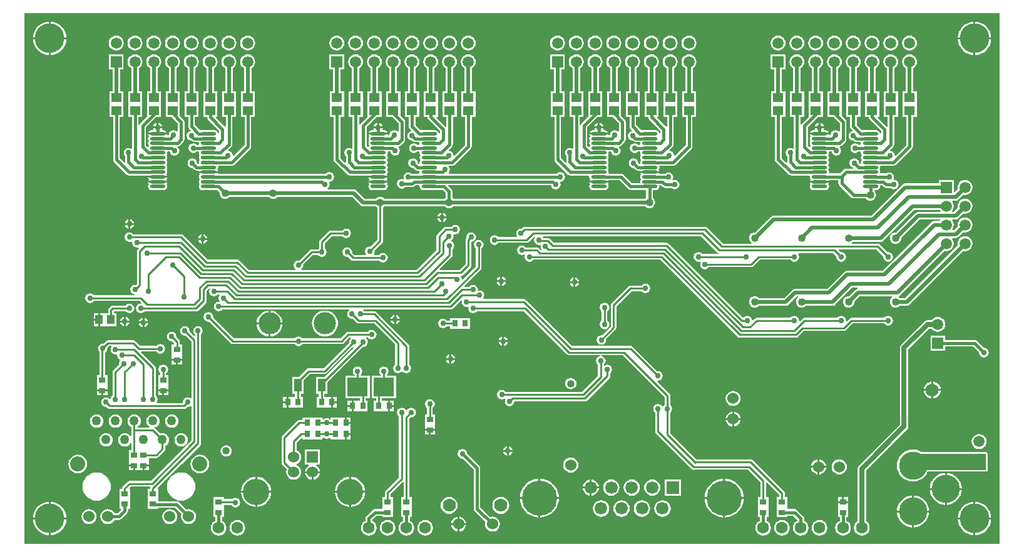
<source format=gbl>
%FSAX24Y24*%
%MOIN*%
G70*
G01*
G75*
G04 Layer_Physical_Order=2*
G04 Layer_Color=16711680*
%ADD10R,0.0354X0.0315*%
%ADD11R,0.0315X0.0354*%
%ADD12R,0.0906X0.0906*%
%ADD13R,0.0472X0.0551*%
%ADD14O,0.0709X0.0118*%
%ADD15O,0.0118X0.0709*%
%ADD16R,0.0200X0.0591*%
%ADD17R,0.0551X0.0472*%
%ADD18R,0.0866X0.0866*%
%ADD19O,0.0236X0.0866*%
G04:AMPARAMS|DCode=20|XSize=74.8mil|YSize=126mil|CornerRadius=0mil|HoleSize=0mil|Usage=FLASHONLY|Rotation=180.000|XOffset=0mil|YOffset=0mil|HoleType=Round|Shape=Octagon|*
%AMOCTAGOND20*
4,1,8,0.0187,-0.0630,-0.0187,-0.0630,-0.0374,-0.0443,-0.0374,0.0443,-0.0187,0.0630,0.0187,0.0630,0.0374,0.0443,0.0374,-0.0443,0.0187,-0.0630,0.0*
%
%ADD20OCTAGOND20*%

%ADD21R,0.0236X0.0551*%
%ADD22R,0.0236X0.0709*%
%ADD23R,0.0400X0.1000*%
%ADD24R,0.1200X0.1450*%
%ADD25R,0.1000X0.0400*%
%ADD26R,0.0945X0.1220*%
%ADD27R,0.0866X0.0177*%
%ADD28R,0.0800X0.0250*%
%ADD29R,0.0472X0.0118*%
%ADD30R,0.0118X0.0472*%
%ADD31C,0.0100*%
%ADD32C,0.0200*%
%ADD33C,0.0150*%
%ADD34C,0.0250*%
%ADD35R,1.1300X0.1400*%
%ADD36R,0.1300X0.2500*%
%ADD37R,1.2150X0.1400*%
%ADD38R,0.2150X0.2800*%
%ADD39R,0.8800X0.1550*%
%ADD40R,0.1350X0.2500*%
%ADD41R,0.2750X0.0500*%
%ADD42R,0.3850X0.0850*%
%ADD43R,0.2650X0.1350*%
%ADD44R,0.0750X0.1300*%
%ADD45C,0.0300*%
%ADD46C,0.1181*%
%ADD47C,0.0400*%
%ADD48C,0.0600*%
%ADD49C,0.0591*%
%ADD50R,0.0591X0.0591*%
%ADD51C,0.0700*%
%ADD52C,0.0630*%
%ADD53C,0.1500*%
%ADD54R,0.0591X0.0591*%
%ADD55C,0.0800*%
%ADD56C,0.0500*%
%ADD57C,0.1400*%
%ADD58R,0.0600X0.0600*%
%ADD59C,0.1874*%
%ADD60R,0.0665X0.0665*%
%ADD61C,0.0665*%
%ADD62C,0.1575*%
%ADD63R,0.0394X0.0512*%
%ADD64R,0.0394X0.0709*%
%ADD65R,0.1100X0.1000*%
%ADD66O,0.0827X0.0177*%
%ADD67R,0.3750X0.0850*%
G36*
X065097Y016303D02*
X013153D01*
Y044597D01*
X065097D01*
Y016303D01*
D02*
G37*
%LPC*%
G36*
X039145Y021200D02*
X038950D01*
Y021005D01*
X038998Y021014D01*
X039080Y021070D01*
X039135Y021152D01*
X039145Y021200D01*
D02*
G37*
G36*
X038850Y021495D02*
X038802Y021486D01*
X038720Y021430D01*
X038665Y021348D01*
X038655Y021300D01*
X038850D01*
Y021495D01*
D02*
G37*
G36*
X038950D02*
Y021300D01*
X039145D01*
X039135Y021348D01*
X039080Y021430D01*
X038998Y021486D01*
X038950Y021495D01*
D02*
G37*
G36*
X038850Y021200D02*
X038655D01*
X038665Y021152D01*
X038720Y021070D01*
X038802Y021014D01*
X038850Y021005D01*
Y021200D01*
D02*
G37*
G36*
X055400Y020797D02*
X055346Y020790D01*
X055248Y020749D01*
X055165Y020685D01*
X055101Y020602D01*
X055060Y020504D01*
X055053Y020450D01*
X055400D01*
Y020797D01*
D02*
G37*
G36*
X055500D02*
Y020450D01*
X055847D01*
X055840Y020504D01*
X055799Y020602D01*
X055735Y020685D01*
X055652Y020749D01*
X055554Y020790D01*
X055500Y020797D01*
D02*
G37*
G36*
X023900Y021553D02*
X023822Y021542D01*
X023749Y021512D01*
X023686Y021464D01*
X023638Y021401D01*
X023608Y021328D01*
X023597Y021250D01*
X023608Y021172D01*
X023638Y021099D01*
X023686Y021036D01*
X023749Y020988D01*
X023822Y020958D01*
X023900Y020947D01*
X023978Y020958D01*
X024051Y020988D01*
X024114Y021036D01*
X024162Y021099D01*
X024192Y021172D01*
X024203Y021250D01*
X024192Y021328D01*
X024162Y021401D01*
X024114Y021464D01*
X024051Y021512D01*
X023978Y021542D01*
X023900Y021553D01*
D02*
G37*
G36*
X064000Y022149D02*
X063897Y022135D01*
X063801Y022095D01*
X063718Y022032D01*
X063655Y021949D01*
X063615Y021853D01*
X063601Y021750D01*
X063615Y021647D01*
X063655Y021551D01*
X063718Y021468D01*
X063801Y021405D01*
X063897Y021365D01*
X064000Y021351D01*
X064103Y021365D01*
X064199Y021405D01*
X064282Y021468D01*
X064345Y021551D01*
X064385Y021647D01*
X064399Y021750D01*
X064385Y021853D01*
X064345Y021949D01*
X064282Y022032D01*
X064199Y022095D01*
X064103Y022135D01*
X064000Y022149D01*
D02*
G37*
G36*
X035027Y022324D02*
X034800D01*
Y022117D01*
X035027D01*
Y022324D01*
D02*
G37*
G36*
X028518Y023027D02*
X028490Y023027D01*
X028482D01*
Y023027D01*
X028482D01*
X028482D01*
X027967D01*
Y022903D01*
X027800D01*
X027741Y022891D01*
X027692Y022858D01*
X026892Y022058D01*
X026859Y022009D01*
X026847Y021950D01*
Y020625D01*
X026847Y020625D01*
X026847D01*
X026859Y020566D01*
X026892Y020517D01*
X027130Y020278D01*
X027110Y020229D01*
X027097Y020125D01*
X027110Y020021D01*
X027151Y019923D01*
X027215Y019840D01*
X027298Y019776D01*
X027396Y019735D01*
X027500Y019722D01*
X027604Y019735D01*
X027702Y019776D01*
X027785Y019840D01*
X027849Y019923D01*
X027890Y020021D01*
X027903Y020125D01*
X027890Y020229D01*
X027849Y020327D01*
X027785Y020410D01*
X027702Y020474D01*
X027640Y020500D01*
Y020550D01*
X027702Y020576D01*
X027785Y020640D01*
X027849Y020723D01*
X027890Y020821D01*
X027903Y020925D01*
X027890Y021029D01*
X027849Y021127D01*
X027785Y021210D01*
X027702Y021274D01*
X027653Y021295D01*
Y021687D01*
X027921Y021954D01*
X027967Y021935D01*
Y021873D01*
X028482D01*
Y021873D01*
X028482D01*
X028482Y021873D01*
X028518D01*
Y021873D01*
X029033D01*
Y021941D01*
X029077Y021965D01*
X029152Y021915D01*
X029250Y021895D01*
X029348Y021915D01*
X029423Y021965D01*
X029467Y021941D01*
Y021873D01*
X029982D01*
Y021873D01*
X029982D01*
X029982Y021873D01*
X030018D01*
Y021873D01*
X030226D01*
Y022150D01*
X030276D01*
Y022200D01*
X030533D01*
Y022427D01*
D01*
Y022427D01*
X030533Y022427D01*
Y022473D01*
X030533D01*
Y022700D01*
X030276D01*
Y022750D01*
X030226D01*
Y023027D01*
X030018D01*
D01*
D01*
X030018Y023027D01*
X029982D01*
Y023027D01*
X029467D01*
Y022959D01*
X029423Y022935D01*
X029348Y022985D01*
X029250Y023005D01*
X029152Y022985D01*
X029077Y022935D01*
X029033Y022959D01*
Y023027D01*
X028518D01*
Y023027D01*
D02*
G37*
G36*
X017000Y023203D02*
X016909Y023191D01*
X016823Y023156D01*
X016750Y023100D01*
X016694Y023027D01*
X016659Y022941D01*
X016647Y022850D01*
X016659Y022759D01*
X016694Y022673D01*
X016750Y022600D01*
X016823Y022544D01*
X016909Y022509D01*
X017000Y022497D01*
X017091Y022509D01*
X017177Y022544D01*
X017250Y022600D01*
X017306Y022673D01*
X017341Y022759D01*
X017353Y022850D01*
X017341Y022941D01*
X017306Y023027D01*
X017250Y023100D01*
X017177Y023156D01*
X017091Y023191D01*
X017000Y023203D01*
D02*
G37*
G36*
X034700Y022324D02*
X034473D01*
Y022117D01*
X034700D01*
Y022324D01*
D02*
G37*
G36*
X017500Y022203D02*
X017409Y022191D01*
X017323Y022156D01*
X017250Y022100D01*
X017194Y022027D01*
X017159Y021941D01*
X017147Y021850D01*
X017159Y021759D01*
X017194Y021673D01*
X017250Y021600D01*
X017323Y021544D01*
X017409Y021509D01*
X017500Y021497D01*
X017591Y021509D01*
X017677Y021544D01*
X017750Y021600D01*
X017806Y021673D01*
X017841Y021759D01*
X017853Y021850D01*
X017841Y021941D01*
X017806Y022027D01*
X017750Y022100D01*
X017677Y022156D01*
X017591Y022191D01*
X017500Y022203D01*
D02*
G37*
G36*
X021500D02*
X021409Y022191D01*
X021323Y022156D01*
X021250Y022100D01*
X021194Y022027D01*
X021159Y021941D01*
X021147Y021850D01*
X021159Y021759D01*
X021194Y021673D01*
X021250Y021600D01*
X021323Y021544D01*
X021409Y021509D01*
X021500Y021497D01*
X021591Y021509D01*
X021677Y021544D01*
X021750Y021600D01*
X021806Y021673D01*
X021841Y021759D01*
X021853Y021850D01*
X021841Y021941D01*
X021806Y022027D01*
X021750Y022100D01*
X021677Y022156D01*
X021591Y022191D01*
X021500Y022203D01*
D02*
G37*
G36*
X030533Y022100D02*
X030326D01*
Y021873D01*
X030533D01*
Y022100D01*
D02*
G37*
G36*
X028450Y020075D02*
X028103D01*
X028110Y020021D01*
X028151Y019923D01*
X028215Y019840D01*
X028298Y019776D01*
X028396Y019735D01*
X028450Y019728D01*
Y020075D01*
D02*
G37*
G36*
X028897D02*
X028550D01*
Y019728D01*
X028604Y019735D01*
X028702Y019776D01*
X028785Y019840D01*
X028849Y019923D01*
X028890Y020021D01*
X028897Y020075D01*
D02*
G37*
G36*
X056550Y020803D02*
X056446Y020790D01*
X056348Y020749D01*
X056265Y020685D01*
X056201Y020602D01*
X056160Y020504D01*
X056147Y020400D01*
X056160Y020296D01*
X056201Y020198D01*
X056265Y020115D01*
X056348Y020051D01*
X056446Y020010D01*
X056550Y019997D01*
X056654Y020010D01*
X056752Y020051D01*
X056835Y020115D01*
X056899Y020198D01*
X056940Y020296D01*
X056953Y020400D01*
X056940Y020504D01*
X056899Y020602D01*
X056835Y020685D01*
X056752Y020749D01*
X056654Y020790D01*
X056550Y020803D01*
D02*
G37*
G36*
X060475Y021329D02*
X060308Y021313D01*
X060148Y021264D01*
X060000Y021185D01*
X059871Y021079D01*
X059765Y020950D01*
X059686Y020802D01*
X059637Y020642D01*
X059621Y020475D01*
X059637Y020308D01*
X059686Y020148D01*
X059765Y020000D01*
X059871Y019871D01*
X060000Y019765D01*
X060148Y019686D01*
X060308Y019637D01*
X060475Y019621D01*
X060642Y019637D01*
X060802Y019686D01*
X060950Y019765D01*
X061079Y019871D01*
X061185Y020000D01*
X061264Y020148D01*
X064350D01*
X064389Y020156D01*
X064422Y020178D01*
X064444Y020211D01*
X064452Y020250D01*
Y021100D01*
X064444Y021139D01*
X064422Y021172D01*
X064389Y021194D01*
X064350Y021202D01*
X060918D01*
X060802Y021264D01*
X060642Y021313D01*
X060475Y021329D01*
D02*
G37*
G36*
X062275Y020074D02*
Y019275D01*
X063074D01*
X063063Y019392D01*
X063014Y019552D01*
X062935Y019700D01*
X062829Y019829D01*
X062700Y019935D01*
X062552Y020014D01*
X062392Y020063D01*
X062275Y020074D01*
D02*
G37*
G36*
X043269Y019729D02*
X043206Y019721D01*
X043101Y019677D01*
X043010Y019608D01*
X042941Y019517D01*
X042897Y019412D01*
X042889Y019349D01*
X043269D01*
Y019729D01*
D02*
G37*
G36*
X043369D02*
Y019349D01*
X043749D01*
X043740Y019412D01*
X043697Y019517D01*
X043627Y019608D01*
X043537Y019677D01*
X043432Y019721D01*
X043369Y019729D01*
D02*
G37*
G36*
X055400Y020350D02*
X055053D01*
X055060Y020296D01*
X055101Y020198D01*
X055165Y020115D01*
X055248Y020051D01*
X055346Y020010D01*
X055400Y020003D01*
Y020350D01*
D02*
G37*
G36*
X028900Y021325D02*
X028100D01*
Y020525D01*
X028292D01*
X028302Y020476D01*
X028298Y020474D01*
X028215Y020410D01*
X028151Y020327D01*
X028110Y020229D01*
X028103Y020175D01*
X028897D01*
X028890Y020229D01*
X028849Y020327D01*
X028785Y020410D01*
X028702Y020474D01*
X028698Y020476D01*
X028708Y020525D01*
X028900D01*
Y021325D01*
D02*
G37*
G36*
X018950Y020424D02*
X018723D01*
Y020217D01*
X018950D01*
Y020424D01*
D02*
G37*
G36*
X019777D02*
X019550D01*
Y020217D01*
X019777D01*
Y020424D01*
D02*
G37*
G36*
X042250Y020903D02*
X042146Y020890D01*
X042048Y020849D01*
X041965Y020785D01*
X041901Y020702D01*
X041860Y020604D01*
X041847Y020500D01*
X041860Y020396D01*
X041901Y020298D01*
X041965Y020215D01*
X042048Y020151D01*
X042146Y020110D01*
X042250Y020097D01*
X042354Y020110D01*
X042452Y020151D01*
X042535Y020215D01*
X042599Y020298D01*
X042640Y020396D01*
X042653Y020500D01*
X042640Y020604D01*
X042599Y020702D01*
X042535Y020785D01*
X042452Y020849D01*
X042354Y020890D01*
X042250Y020903D01*
D02*
G37*
G36*
X055847Y020350D02*
X055500D01*
Y020003D01*
X055554Y020010D01*
X055652Y020051D01*
X055735Y020115D01*
X055799Y020198D01*
X055840Y020296D01*
X055847Y020350D01*
D02*
G37*
G36*
X016000Y021054D02*
X015869Y021037D01*
X015748Y020987D01*
X015643Y020907D01*
X015563Y020802D01*
X015513Y020681D01*
X015496Y020550D01*
X015513Y020419D01*
X015563Y020298D01*
X015643Y020193D01*
X015748Y020113D01*
X015869Y020063D01*
X016000Y020046D01*
X016131Y020063D01*
X016252Y020113D01*
X016357Y020193D01*
X016437Y020298D01*
X016487Y020419D01*
X016504Y020550D01*
X016487Y020681D01*
X016437Y020802D01*
X016357Y020907D01*
X016252Y020987D01*
X016131Y021037D01*
X016000Y021054D01*
D02*
G37*
G36*
X022500D02*
X022369Y021037D01*
X022248Y020987D01*
X022143Y020907D01*
X022063Y020802D01*
X022013Y020681D01*
X021996Y020550D01*
X022013Y020419D01*
X022063Y020298D01*
X022143Y020193D01*
X022248Y020113D01*
X022369Y020063D01*
X022500Y020046D01*
X022631Y020063D01*
X022752Y020113D01*
X022857Y020193D01*
X022937Y020298D01*
X022987Y020419D01*
X023004Y020550D01*
X022987Y020681D01*
X022937Y020802D01*
X022857Y020907D01*
X022752Y020987D01*
X022631Y021037D01*
X022500Y021054D01*
D02*
G37*
G36*
X018000Y023203D02*
X017909Y023191D01*
X017823Y023156D01*
X017750Y023100D01*
X017694Y023027D01*
X017659Y022941D01*
X017647Y022850D01*
X017659Y022759D01*
X017694Y022673D01*
X017750Y022600D01*
X017823Y022544D01*
X017909Y022509D01*
X018000Y022497D01*
X018091Y022509D01*
X018177Y022544D01*
X018250Y022600D01*
X018306Y022673D01*
X018341Y022759D01*
X018353Y022850D01*
X018341Y022941D01*
X018306Y023027D01*
X018250Y023100D01*
X018177Y023156D01*
X018091Y023191D01*
X018000Y023203D01*
D02*
G37*
G36*
X030900Y025755D02*
X030802Y025735D01*
X030720Y025680D01*
X030665Y025598D01*
X030645Y025500D01*
X030665Y025402D01*
X030720Y025320D01*
X030747Y025302D01*
Y025250D01*
X030250D01*
Y024050D01*
X031023D01*
Y023927D01*
X030918D01*
D01*
D01*
X030918Y023927D01*
X030882D01*
Y023927D01*
X030674D01*
Y023650D01*
Y023373D01*
X030882D01*
Y023373D01*
X030882D01*
X030882Y023373D01*
X030918D01*
Y023373D01*
X031433D01*
Y023927D01*
X031329D01*
Y024050D01*
X031550D01*
Y025250D01*
X031053D01*
Y025302D01*
X031080Y025320D01*
X031135Y025402D01*
X031155Y025500D01*
X031135Y025598D01*
X031080Y025680D01*
X030998Y025735D01*
X030900Y025755D01*
D02*
G37*
G36*
X061450Y024450D02*
X061053D01*
X061062Y024383D01*
X061107Y024273D01*
X061179Y024179D01*
X061273Y024107D01*
X061383Y024062D01*
X061450Y024053D01*
Y024450D01*
D02*
G37*
G36*
X061947D02*
X061550D01*
Y024053D01*
X061617Y024062D01*
X061727Y024107D01*
X061821Y024179D01*
X061893Y024273D01*
X061938Y024383D01*
X061947Y024450D01*
D02*
G37*
G36*
X029783Y024127D02*
X029576D01*
Y023900D01*
X029783D01*
Y024127D01*
D02*
G37*
G36*
X030574Y023927D02*
X030367D01*
Y023700D01*
X030574D01*
Y023927D01*
D02*
G37*
G36*
X032833Y023927D02*
X032626D01*
Y023700D01*
X032833D01*
Y023927D01*
D02*
G37*
G36*
X027124Y024127D02*
X026917D01*
Y023900D01*
X027124D01*
Y024127D01*
D02*
G37*
G36*
X017250Y024424D02*
X017023D01*
Y024217D01*
X017250D01*
Y024424D01*
D02*
G37*
G36*
X061450Y024947D02*
X061383Y024938D01*
X061273Y024893D01*
X061179Y024821D01*
X061107Y024727D01*
X061062Y024617D01*
X061053Y024550D01*
X061450D01*
Y024947D01*
D02*
G37*
G36*
X061550D02*
Y024550D01*
X061947D01*
X061938Y024617D01*
X061893Y024727D01*
X061821Y024821D01*
X061727Y024893D01*
X061617Y024938D01*
X061550Y024947D01*
D02*
G37*
G36*
X020550Y025855D02*
X020452Y025835D01*
X020370Y025780D01*
X020315Y025698D01*
X020295Y025600D01*
X020315Y025502D01*
X020370Y025420D01*
X020397Y025402D01*
Y025283D01*
X020273D01*
Y024768D01*
X020273Y024768D01*
X020273Y024732D01*
X020273D01*
Y024524D01*
X020827D01*
Y024732D01*
D01*
Y024732D01*
X020827Y024732D01*
Y024768D01*
X020827D01*
Y025283D01*
X020703D01*
Y025402D01*
X020730Y025420D01*
X020786Y025502D01*
X020805Y025600D01*
X020786Y025698D01*
X020730Y025780D01*
X020648Y025835D01*
X020550Y025855D01*
D02*
G37*
G36*
X042250Y025146D02*
X042172Y025136D01*
X042099Y025106D01*
X042036Y025058D01*
X041988Y024995D01*
X041958Y024922D01*
X041947Y024844D01*
X041958Y024766D01*
X041988Y024693D01*
X042036Y024630D01*
X042099Y024582D01*
X042172Y024552D01*
X042250Y024541D01*
X042328Y024552D01*
X042401Y024582D01*
X042464Y024630D01*
X042512Y024693D01*
X042542Y024766D01*
X042553Y024844D01*
X042542Y024922D01*
X042512Y024995D01*
X042464Y025058D01*
X042401Y025106D01*
X042328Y025136D01*
X042250Y025146D01*
D02*
G37*
G36*
X017577Y024424D02*
X017350D01*
Y024217D01*
X017577D01*
Y024424D01*
D02*
G37*
G36*
X020500D02*
X020273D01*
Y024217D01*
X020500D01*
Y024424D01*
D02*
G37*
G36*
X020827D02*
X020600D01*
Y024217D01*
X020827D01*
Y024424D01*
D02*
G37*
G36*
X034750Y024005D02*
X034652Y023986D01*
X034570Y023930D01*
X034515Y023848D01*
X034495Y023750D01*
X034515Y023652D01*
X034570Y023570D01*
X034597Y023552D01*
Y023183D01*
X034473D01*
Y022668D01*
X034473Y022668D01*
X034473Y022632D01*
X034473D01*
Y022424D01*
X035027D01*
Y022632D01*
D01*
Y022632D01*
X035027Y022632D01*
Y022668D01*
X035027D01*
Y023183D01*
X034903D01*
Y023552D01*
X034930Y023570D01*
X034985Y023652D01*
X035005Y023750D01*
X034985Y023848D01*
X034930Y023930D01*
X034848Y023986D01*
X034750Y024005D01*
D02*
G37*
G36*
X030533Y023027D02*
X030326D01*
Y022800D01*
X030533D01*
Y023027D01*
D02*
G37*
G36*
X050850Y023347D02*
X050796Y023340D01*
X050698Y023299D01*
X050615Y023235D01*
X050551Y023152D01*
X050510Y023054D01*
X050503Y023000D01*
X050850D01*
Y023347D01*
D02*
G37*
G36*
X051297Y022900D02*
X050950D01*
Y022553D01*
X051004Y022560D01*
X051102Y022601D01*
X051185Y022665D01*
X051249Y022748D01*
X051290Y022846D01*
X051297Y022900D01*
D02*
G37*
G36*
X021000Y023203D02*
X020909Y023191D01*
X020823Y023156D01*
X020750Y023100D01*
X020694Y023027D01*
X020659Y022941D01*
X020647Y022850D01*
X020659Y022759D01*
X020694Y022673D01*
X020750Y022600D01*
X020823Y022544D01*
X020909Y022509D01*
X021000Y022497D01*
X021091Y022509D01*
X021177Y022544D01*
X021250Y022600D01*
X021306Y022673D01*
X021341Y022759D01*
X021353Y022850D01*
X021341Y022941D01*
X021306Y023027D01*
X021250Y023100D01*
X021177Y023156D01*
X021091Y023191D01*
X021000Y023203D01*
D02*
G37*
G36*
X020000D02*
X019909Y023191D01*
X019823Y023156D01*
X019750Y023100D01*
X019694Y023027D01*
X019659Y022941D01*
X019647Y022850D01*
X019659Y022759D01*
X019694Y022673D01*
X019750Y022600D01*
X019816Y022550D01*
X019800Y022503D01*
X019200D01*
X019184Y022550D01*
X019250Y022600D01*
X019306Y022673D01*
X019341Y022759D01*
X019353Y022850D01*
X019341Y022941D01*
X019306Y023027D01*
X019250Y023100D01*
X019177Y023156D01*
X019091Y023191D01*
X019000Y023203D01*
X018909Y023191D01*
X018823Y023156D01*
X018750Y023100D01*
X018694Y023027D01*
X018659Y022941D01*
X018647Y022850D01*
X018659Y022759D01*
X018694Y022673D01*
X018750Y022600D01*
X018823Y022544D01*
X018847Y022535D01*
Y022350D01*
Y022050D01*
X018800Y022034D01*
X018750Y022100D01*
X018677Y022156D01*
X018591Y022191D01*
X018500Y022203D01*
X018409Y022191D01*
X018323Y022156D01*
X018250Y022100D01*
X018194Y022027D01*
X018159Y021941D01*
X018147Y021850D01*
X018159Y021759D01*
X018194Y021673D01*
X018250Y021600D01*
X018323Y021544D01*
X018409Y021509D01*
X018500Y021497D01*
X018591Y021509D01*
X018677Y021544D01*
X018750Y021600D01*
X018800Y021666D01*
X018847Y021650D01*
Y021283D01*
X018723D01*
Y020768D01*
X018723Y020768D01*
X018723Y020732D01*
X018723D01*
Y020524D01*
X019000D01*
Y020474D01*
X019050D01*
Y020217D01*
X019450D01*
Y020474D01*
X019500D01*
Y020524D01*
X019777D01*
Y020732D01*
D01*
Y020732D01*
X019777Y020732D01*
Y020768D01*
X019777D01*
Y020873D01*
X020176D01*
X020234Y020884D01*
X020284Y020917D01*
X020608Y021242D01*
X020641Y021291D01*
X020653Y021350D01*
Y021535D01*
X020677Y021544D01*
X020750Y021600D01*
X020806Y021673D01*
X020841Y021759D01*
X020853Y021850D01*
X020841Y021941D01*
X020806Y022027D01*
X020750Y022100D01*
X020677Y022156D01*
X020591Y022191D01*
X020500Y022203D01*
X020409Y022191D01*
X020385Y022181D01*
X020108Y022458D01*
X020099Y022464D01*
X020104Y022514D01*
X020177Y022544D01*
X020250Y022600D01*
X020306Y022673D01*
X020341Y022759D01*
X020353Y022850D01*
X020341Y022941D01*
X020306Y023027D01*
X020250Y023100D01*
X020177Y023156D01*
X020091Y023191D01*
X020000Y023203D01*
D02*
G37*
G36*
X050850Y022900D02*
X050503D01*
X050510Y022846D01*
X050551Y022748D01*
X050615Y022665D01*
X050698Y022601D01*
X050796Y022560D01*
X050850Y022553D01*
Y022900D01*
D02*
G37*
G36*
X050950Y023347D02*
Y023000D01*
X051297D01*
X051290Y023054D01*
X051249Y023152D01*
X051185Y023235D01*
X051102Y023299D01*
X051004Y023340D01*
X050950Y023347D01*
D02*
G37*
G36*
X027124Y023800D02*
X026917D01*
Y023573D01*
X027124D01*
Y023800D01*
D02*
G37*
G36*
X029783Y023800D02*
X029576D01*
Y023573D01*
X029783D01*
Y023800D01*
D02*
G37*
G36*
X050900Y024453D02*
X050796Y024440D01*
X050698Y024399D01*
X050615Y024335D01*
X050551Y024252D01*
X050510Y024154D01*
X050497Y024050D01*
X050510Y023946D01*
X050551Y023848D01*
X050615Y023765D01*
X050698Y023701D01*
X050796Y023660D01*
X050900Y023647D01*
X051004Y023660D01*
X051102Y023701D01*
X051185Y023765D01*
X051249Y023848D01*
X051290Y023946D01*
X051303Y024050D01*
X051290Y024154D01*
X051249Y024252D01*
X051185Y024335D01*
X051102Y024399D01*
X051004Y024440D01*
X050900Y024453D01*
D02*
G37*
G36*
X033750Y023555D02*
X033652Y023535D01*
X033570Y023480D01*
X033525Y023413D01*
X033475D01*
X033430Y023480D01*
X033348Y023535D01*
X033250Y023555D01*
X033152Y023535D01*
X033070Y023480D01*
X033015Y023398D01*
X032995Y023300D01*
X033015Y023202D01*
X033070Y023120D01*
X033097Y023102D01*
Y019839D01*
X032392Y019134D01*
X032359Y019084D01*
X032347Y019026D01*
Y018783D01*
X032223D01*
Y018268D01*
X032223Y018268D01*
X032223Y018232D01*
X032223D01*
Y018153D01*
X031824D01*
X031824Y018153D01*
X031756Y018139D01*
X031698Y018101D01*
X031698Y018101D01*
X031374Y017776D01*
X031335Y017718D01*
X031322Y017650D01*
Y017525D01*
X031291Y017512D01*
X031204Y017446D01*
X031138Y017359D01*
X031096Y017258D01*
X031081Y017150D01*
X031096Y017042D01*
X031138Y016941D01*
X031204Y016854D01*
X031291Y016788D01*
X031392Y016746D01*
X031500Y016731D01*
X031608Y016746D01*
X031709Y016788D01*
X031796Y016854D01*
X031862Y016941D01*
X031904Y017042D01*
X031919Y017150D01*
X031904Y017258D01*
X031862Y017359D01*
X031796Y017446D01*
X031709Y017512D01*
X031678Y017525D01*
Y017576D01*
X031898Y017796D01*
X032223D01*
Y017717D01*
X032777D01*
Y018232D01*
D01*
Y018232D01*
X032777Y018232D01*
Y018268D01*
X032777D01*
Y018783D01*
X032653D01*
Y018962D01*
X033301Y019610D01*
X033347Y019591D01*
Y018783D01*
X033223D01*
Y018268D01*
X033223Y018268D01*
X033223Y018232D01*
X033223D01*
Y017717D01*
X033322D01*
Y017525D01*
X033291Y017512D01*
X033204Y017446D01*
X033138Y017359D01*
X033096Y017258D01*
X033081Y017150D01*
X033096Y017042D01*
X033138Y016941D01*
X033204Y016854D01*
X033291Y016788D01*
X033392Y016746D01*
X033500Y016731D01*
X033608Y016746D01*
X033709Y016788D01*
X033796Y016854D01*
X033862Y016941D01*
X033904Y017042D01*
X033919Y017150D01*
X033904Y017258D01*
X033862Y017359D01*
X033796Y017446D01*
X033709Y017512D01*
X033678Y017525D01*
Y017717D01*
X033777D01*
Y018232D01*
D01*
Y018232D01*
X033777Y018232D01*
Y018268D01*
X033777D01*
Y018783D01*
X033653D01*
Y022987D01*
X033718Y023052D01*
X033750Y023045D01*
X033848Y023064D01*
X033930Y023120D01*
X033986Y023202D01*
X034005Y023300D01*
X033986Y023398D01*
X033930Y023480D01*
X033848Y023535D01*
X033750Y023555D01*
D02*
G37*
G36*
X030574Y023600D02*
X030367D01*
Y023373D01*
X030574D01*
Y023600D01*
D02*
G37*
G36*
X032300Y025755D02*
X032202Y025735D01*
X032120Y025680D01*
X032064Y025598D01*
X032045Y025500D01*
X032064Y025402D01*
X032120Y025320D01*
X032147Y025302D01*
Y025250D01*
X031650D01*
Y024050D01*
X031871D01*
Y023927D01*
X031767D01*
Y023373D01*
X032282D01*
Y023373D01*
X032282D01*
X032282Y023373D01*
X032318D01*
Y023373D01*
X032526D01*
Y023650D01*
Y023927D01*
X032318D01*
D01*
D01*
X032318Y023927D01*
X032282D01*
Y023927D01*
X032177D01*
Y024050D01*
X032950D01*
Y025250D01*
X032453D01*
Y025302D01*
X032480Y025320D01*
X032536Y025402D01*
X032555Y025500D01*
X032536Y025598D01*
X032480Y025680D01*
X032398Y025735D01*
X032300Y025755D01*
D02*
G37*
G36*
X032833Y023600D02*
X032626D01*
Y023373D01*
X032833D01*
Y023600D01*
D02*
G37*
G36*
X014550Y018537D02*
Y017700D01*
X015387D01*
X015375Y017824D01*
X015324Y017991D01*
X015241Y018145D01*
X015131Y018281D01*
X014995Y018391D01*
X014841Y018474D01*
X014674Y018525D01*
X014550Y018537D01*
D02*
G37*
G36*
X063700D02*
X063576Y018525D01*
X063409Y018474D01*
X063255Y018391D01*
X063119Y018281D01*
X063009Y018145D01*
X062926Y017991D01*
X062875Y017824D01*
X062863Y017700D01*
X063700D01*
Y018537D01*
D02*
G37*
G36*
X063800D02*
Y017700D01*
X064637D01*
X064625Y017824D01*
X064574Y017991D01*
X064491Y018145D01*
X064381Y018281D01*
X064245Y018391D01*
X064091Y018474D01*
X063924Y018525D01*
X063800Y018537D01*
D02*
G37*
G36*
X014450D02*
X014326Y018525D01*
X014159Y018474D01*
X014005Y018391D01*
X013869Y018281D01*
X013759Y018145D01*
X013676Y017991D01*
X013625Y017824D01*
X013613Y017700D01*
X014450D01*
Y018537D01*
D02*
G37*
G36*
X020900Y018153D02*
X020796Y018140D01*
X020698Y018099D01*
X020615Y018035D01*
X020551Y017952D01*
X020510Y017854D01*
X020497Y017750D01*
X020510Y017646D01*
X020551Y017548D01*
X020615Y017465D01*
X020698Y017401D01*
X020796Y017360D01*
X020900Y017347D01*
X021004Y017360D01*
X021102Y017401D01*
X021185Y017465D01*
X021249Y017548D01*
X021290Y017646D01*
X021303Y017750D01*
X021290Y017854D01*
X021249Y017952D01*
X021185Y018035D01*
X021102Y018099D01*
X021004Y018140D01*
X020900Y018153D01*
D02*
G37*
G36*
X036225Y017747D02*
X036171Y017740D01*
X036073Y017699D01*
X035990Y017635D01*
X035926Y017552D01*
X035885Y017454D01*
X035878Y017400D01*
X036225D01*
Y017747D01*
D02*
G37*
G36*
X036325D02*
Y017400D01*
X036672D01*
X036665Y017454D01*
X036624Y017552D01*
X036560Y017635D01*
X036477Y017699D01*
X036379Y017740D01*
X036325Y017747D01*
D02*
G37*
G36*
X040531Y018690D02*
X039544D01*
X039553Y018577D01*
X039591Y018419D01*
X039654Y018268D01*
X039739Y018129D01*
X039845Y018005D01*
X039969Y017899D01*
X040108Y017813D01*
X040259Y017751D01*
X040418Y017713D01*
X040531Y017704D01*
Y018690D01*
D02*
G37*
G36*
X044955Y018618D02*
X044842Y018603D01*
X044737Y018559D01*
X044646Y018490D01*
X044577Y018399D01*
X044533Y018294D01*
X044518Y018181D01*
X044533Y018068D01*
X044577Y017963D01*
X044646Y017873D01*
X044737Y017803D01*
X044842Y017760D01*
X044955Y017745D01*
X045068Y017760D01*
X045173Y017803D01*
X045263Y017873D01*
X045333Y017963D01*
X045376Y018068D01*
X045391Y018181D01*
X045376Y018294D01*
X045333Y018399D01*
X045263Y018490D01*
X045173Y018559D01*
X045068Y018603D01*
X044955Y018618D01*
D02*
G37*
G36*
X046045D02*
X045932Y018603D01*
X045827Y018559D01*
X045737Y018490D01*
X045667Y018399D01*
X045624Y018294D01*
X045609Y018181D01*
X045624Y018068D01*
X045667Y017963D01*
X045737Y017873D01*
X045827Y017803D01*
X045932Y017760D01*
X046045Y017745D01*
X046158Y017760D01*
X046263Y017803D01*
X046354Y017873D01*
X046423Y017963D01*
X046467Y018068D01*
X046482Y018181D01*
X046467Y018294D01*
X046423Y018399D01*
X046354Y018490D01*
X046263Y018559D01*
X046158Y018603D01*
X046045Y018618D01*
D02*
G37*
G36*
X047136D02*
X047023Y018603D01*
X046918Y018559D01*
X046827Y018490D01*
X046758Y018399D01*
X046714Y018294D01*
X046699Y018181D01*
X046714Y018068D01*
X046758Y017963D01*
X046827Y017873D01*
X046918Y017803D01*
X047023Y017760D01*
X047136Y017745D01*
X047249Y017760D01*
X047354Y017803D01*
X047444Y017873D01*
X047514Y017963D01*
X047557Y018068D01*
X047572Y018181D01*
X047557Y018294D01*
X047514Y018399D01*
X047444Y018490D01*
X047354Y018559D01*
X047249Y018603D01*
X047136Y018618D01*
D02*
G37*
G36*
X043864D02*
X043751Y018603D01*
X043646Y018559D01*
X043556Y018490D01*
X043486Y018399D01*
X043443Y018294D01*
X043428Y018181D01*
X043443Y018068D01*
X043486Y017963D01*
X043556Y017873D01*
X043646Y017803D01*
X043751Y017760D01*
X043864Y017745D01*
X043977Y017760D01*
X044082Y017803D01*
X044173Y017873D01*
X044242Y017963D01*
X044286Y018068D01*
X044301Y018181D01*
X044286Y018294D01*
X044242Y018399D01*
X044173Y018490D01*
X044082Y018559D01*
X043977Y018603D01*
X043864Y018618D01*
D02*
G37*
G36*
X041617Y018690D02*
X040631D01*
Y017704D01*
X040743Y017713D01*
X040902Y017751D01*
X041053Y017813D01*
X041192Y017899D01*
X041316Y018005D01*
X041422Y018129D01*
X041508Y018268D01*
X041570Y018419D01*
X041608Y018577D01*
X041617Y018690D01*
D02*
G37*
G36*
X050369D02*
X049383D01*
X049392Y018577D01*
X049430Y018419D01*
X049492Y018268D01*
X049578Y018129D01*
X049684Y018005D01*
X049808Y017899D01*
X049947Y017813D01*
X050098Y017751D01*
X050257Y017713D01*
X050369Y017704D01*
Y018690D01*
D02*
G37*
G36*
X051456D02*
X050469D01*
Y017704D01*
X050582Y017713D01*
X050741Y017751D01*
X050892Y017813D01*
X051031Y017899D01*
X051155Y018005D01*
X051261Y018129D01*
X051346Y018268D01*
X051409Y018419D01*
X051447Y018577D01*
X051456Y018690D01*
D02*
G37*
G36*
X055500Y017569D02*
X055392Y017554D01*
X055291Y017512D01*
X055204Y017446D01*
X055138Y017359D01*
X055096Y017258D01*
X055081Y017150D01*
X055096Y017042D01*
X055138Y016941D01*
X055204Y016854D01*
X055291Y016788D01*
X055392Y016746D01*
X055500Y016731D01*
X055608Y016746D01*
X055709Y016788D01*
X055796Y016854D01*
X055862Y016941D01*
X055904Y017042D01*
X055919Y017150D01*
X055904Y017258D01*
X055862Y017359D01*
X055796Y017446D01*
X055709Y017512D01*
X055608Y017554D01*
X055500Y017569D01*
D02*
G37*
G36*
X014450Y017600D02*
X013613D01*
X013625Y017476D01*
X013676Y017309D01*
X013759Y017155D01*
X013869Y017019D01*
X014005Y016909D01*
X014159Y016826D01*
X014326Y016775D01*
X014450Y016763D01*
Y017600D01*
D02*
G37*
G36*
X015387D02*
X014550D01*
Y016763D01*
X014674Y016775D01*
X014841Y016826D01*
X014995Y016909D01*
X015131Y017019D01*
X015241Y017155D01*
X015324Y017309D01*
X015375Y017476D01*
X015387Y017600D01*
D02*
G37*
G36*
X053500Y017569D02*
X053392Y017554D01*
X053291Y017512D01*
X053204Y017446D01*
X053138Y017359D01*
X053096Y017258D01*
X053081Y017150D01*
X053096Y017042D01*
X053138Y016941D01*
X053204Y016854D01*
X053291Y016788D01*
X053392Y016746D01*
X053500Y016731D01*
X053608Y016746D01*
X053709Y016788D01*
X053796Y016854D01*
X053862Y016941D01*
X053904Y017042D01*
X053919Y017150D01*
X053904Y017258D01*
X053862Y017359D01*
X053796Y017446D01*
X053709Y017512D01*
X053608Y017554D01*
X053500Y017569D01*
D02*
G37*
G36*
X024500D02*
X024392Y017554D01*
X024291Y017512D01*
X024204Y017446D01*
X024138Y017359D01*
X024096Y017258D01*
X024081Y017150D01*
X024096Y017042D01*
X024138Y016941D01*
X024204Y016854D01*
X024291Y016788D01*
X024392Y016746D01*
X024500Y016731D01*
X024608Y016746D01*
X024709Y016788D01*
X024796Y016854D01*
X024862Y016941D01*
X024904Y017042D01*
X024919Y017150D01*
X024904Y017258D01*
X024862Y017359D01*
X024796Y017446D01*
X024709Y017512D01*
X024608Y017554D01*
X024500Y017569D01*
D02*
G37*
G36*
X032500D02*
X032392Y017554D01*
X032291Y017512D01*
X032204Y017446D01*
X032138Y017359D01*
X032096Y017258D01*
X032081Y017150D01*
X032096Y017042D01*
X032138Y016941D01*
X032204Y016854D01*
X032291Y016788D01*
X032392Y016746D01*
X032500Y016731D01*
X032608Y016746D01*
X032709Y016788D01*
X032796Y016854D01*
X032862Y016941D01*
X032904Y017042D01*
X032919Y017150D01*
X032904Y017258D01*
X032862Y017359D01*
X032796Y017446D01*
X032709Y017512D01*
X032608Y017554D01*
X032500Y017569D01*
D02*
G37*
G36*
X034500D02*
X034392Y017554D01*
X034291Y017512D01*
X034204Y017446D01*
X034138Y017359D01*
X034096Y017258D01*
X034081Y017150D01*
X034096Y017042D01*
X034138Y016941D01*
X034204Y016854D01*
X034291Y016788D01*
X034392Y016746D01*
X034500Y016731D01*
X034608Y016746D01*
X034709Y016788D01*
X034796Y016854D01*
X034862Y016941D01*
X034904Y017042D01*
X034919Y017150D01*
X034904Y017258D01*
X034862Y017359D01*
X034796Y017446D01*
X034709Y017512D01*
X034608Y017554D01*
X034500Y017569D01*
D02*
G37*
G36*
X063700Y017600D02*
X062863D01*
X062875Y017476D01*
X062926Y017309D01*
X063009Y017155D01*
X063119Y017019D01*
X063255Y016909D01*
X063409Y016826D01*
X063576Y016775D01*
X063700Y016763D01*
Y017600D01*
D02*
G37*
G36*
X060425Y017975D02*
X059626D01*
X059637Y017858D01*
X059686Y017698D01*
X059765Y017550D01*
X059871Y017421D01*
X060000Y017315D01*
X060148Y017236D01*
X060308Y017187D01*
X060425Y017176D01*
Y017975D01*
D02*
G37*
G36*
X061324D02*
X060525D01*
Y017176D01*
X060642Y017187D01*
X060802Y017236D01*
X060950Y017315D01*
X061079Y017421D01*
X061185Y017550D01*
X061264Y017698D01*
X061313Y017858D01*
X061324Y017975D01*
D02*
G37*
G36*
X016600Y018153D02*
X016496Y018140D01*
X016398Y018099D01*
X016315Y018035D01*
X016251Y017952D01*
X016210Y017854D01*
X016197Y017750D01*
X016210Y017646D01*
X016251Y017548D01*
X016315Y017465D01*
X016398Y017401D01*
X016496Y017360D01*
X016600Y017347D01*
X016704Y017360D01*
X016802Y017401D01*
X016885Y017465D01*
X016949Y017548D01*
X016990Y017646D01*
X017003Y017750D01*
X016990Y017854D01*
X016949Y017952D01*
X016885Y018035D01*
X016802Y018099D01*
X016704Y018140D01*
X016600Y018153D01*
D02*
G37*
G36*
X036672Y017300D02*
X036325D01*
Y016953D01*
X036379Y016960D01*
X036477Y017001D01*
X036560Y017065D01*
X036624Y017148D01*
X036665Y017246D01*
X036672Y017300D01*
D02*
G37*
G36*
X064637Y017600D02*
X063800D01*
Y016763D01*
X063924Y016775D01*
X064091Y016826D01*
X064245Y016909D01*
X064381Y017019D01*
X064491Y017155D01*
X064574Y017309D01*
X064625Y017476D01*
X064637Y017600D01*
D02*
G37*
G36*
X036481Y021355D02*
X036384Y021335D01*
X036301Y021280D01*
X036246Y021198D01*
X036226Y021100D01*
X036246Y021002D01*
X036301Y020920D01*
X036384Y020865D01*
X036481Y020845D01*
X036483Y020846D01*
X037072Y020257D01*
X037072Y018175D01*
X037072Y018175D01*
X037072D01*
X037085Y018107D01*
X037124Y018049D01*
X037695Y017478D01*
X037685Y017454D01*
X037672Y017350D01*
X037685Y017246D01*
X037726Y017148D01*
X037790Y017065D01*
X037873Y017001D01*
X037971Y016960D01*
X038075Y016947D01*
X038179Y016960D01*
X038277Y017001D01*
X038360Y017065D01*
X038424Y017148D01*
X038465Y017246D01*
X038478Y017350D01*
X038465Y017454D01*
X038424Y017552D01*
X038360Y017635D01*
X038277Y017699D01*
X038179Y017740D01*
X038075Y017753D01*
X037971Y017740D01*
X037947Y017730D01*
X037428Y018249D01*
X037428Y020331D01*
X037415Y020400D01*
X037376Y020457D01*
X037376Y020457D01*
X036736Y021098D01*
X036736Y021100D01*
X036717Y021198D01*
X036662Y021280D01*
X036579Y021335D01*
X036481Y021355D01*
D02*
G37*
G36*
X036225Y017300D02*
X035878D01*
X035885Y017246D01*
X035926Y017148D01*
X035990Y017065D01*
X036073Y017001D01*
X036171Y016960D01*
X036225Y016953D01*
Y017300D01*
D02*
G37*
G36*
X035775Y018804D02*
X035658Y018788D01*
X035548Y018743D01*
X035454Y018671D01*
X035382Y018577D01*
X035337Y018467D01*
X035321Y018350D01*
X035337Y018233D01*
X035382Y018123D01*
X035454Y018029D01*
X035548Y017957D01*
X035658Y017912D01*
X035775Y017896D01*
X035892Y017912D01*
X036002Y017957D01*
X036096Y018029D01*
X036168Y018123D01*
X036213Y018233D01*
X036229Y018350D01*
X036213Y018467D01*
X036168Y018577D01*
X036096Y018671D01*
X036002Y018743D01*
X035892Y018788D01*
X035775Y018804D01*
D02*
G37*
G36*
X044409Y019736D02*
X044296Y019721D01*
X044191Y019677D01*
X044101Y019608D01*
X044032Y019517D01*
X043988Y019412D01*
X043973Y019299D01*
X043988Y019186D01*
X044032Y019081D01*
X044101Y018991D01*
X044191Y018921D01*
X044296Y018878D01*
X044409Y018863D01*
X044522Y018878D01*
X044628Y018921D01*
X044718Y018991D01*
X044787Y019081D01*
X044831Y019186D01*
X044846Y019299D01*
X044831Y019412D01*
X044787Y019517D01*
X044718Y019608D01*
X044628Y019677D01*
X044522Y019721D01*
X044409Y019736D01*
D02*
G37*
G36*
X045500D02*
X045387Y019721D01*
X045282Y019677D01*
X045191Y019608D01*
X045122Y019517D01*
X045078Y019412D01*
X045064Y019299D01*
X045078Y019186D01*
X045122Y019081D01*
X045191Y018991D01*
X045282Y018921D01*
X045387Y018878D01*
X045500Y018863D01*
X045613Y018878D01*
X045718Y018921D01*
X045809Y018991D01*
X045878Y019081D01*
X045922Y019186D01*
X045936Y019299D01*
X045922Y019412D01*
X045878Y019517D01*
X045809Y019608D01*
X045718Y019677D01*
X045613Y019721D01*
X045500Y019736D01*
D02*
G37*
G36*
X046591D02*
X046478Y019721D01*
X046372Y019677D01*
X046282Y019608D01*
X046213Y019517D01*
X046169Y019412D01*
X046154Y019299D01*
X046169Y019186D01*
X046213Y019081D01*
X046282Y018991D01*
X046372Y018921D01*
X046478Y018878D01*
X046591Y018863D01*
X046704Y018878D01*
X046809Y018921D01*
X046899Y018991D01*
X046968Y019081D01*
X047012Y019186D01*
X047027Y019299D01*
X047012Y019412D01*
X046968Y019517D01*
X046899Y019608D01*
X046809Y019677D01*
X046704Y019721D01*
X046591Y019736D01*
D02*
G37*
G36*
X050469Y019776D02*
Y018790D01*
X051456D01*
X051447Y018903D01*
X051409Y019062D01*
X051346Y019212D01*
X051261Y019352D01*
X051155Y019476D01*
X051031Y019582D01*
X050892Y019667D01*
X050741Y019729D01*
X050582Y019768D01*
X050469Y019776D01*
D02*
G37*
G36*
X040531D02*
X040418Y019768D01*
X040259Y019729D01*
X040108Y019667D01*
X039969Y019582D01*
X039845Y019476D01*
X039739Y019352D01*
X039654Y019212D01*
X039591Y019062D01*
X039553Y018903D01*
X039544Y018790D01*
X040531D01*
Y019776D01*
D02*
G37*
G36*
X040631D02*
Y018790D01*
X041617D01*
X041608Y018903D01*
X041570Y019062D01*
X041508Y019212D01*
X041422Y019352D01*
X041316Y019476D01*
X041192Y019582D01*
X041053Y019667D01*
X040902Y019729D01*
X040743Y019768D01*
X040631Y019776D01*
D02*
G37*
G36*
X050369D02*
X050257Y019768D01*
X050098Y019729D01*
X049947Y019667D01*
X049808Y019582D01*
X049684Y019476D01*
X049578Y019352D01*
X049492Y019212D01*
X049430Y019062D01*
X049392Y018903D01*
X049383Y018790D01*
X050369D01*
Y019776D01*
D02*
G37*
G36*
X048114Y019732D02*
X047248D01*
Y018867D01*
X048114D01*
Y019732D01*
D02*
G37*
G36*
X030450Y019874D02*
X030343Y019863D01*
X030192Y019818D01*
X030053Y019743D01*
X029932Y019643D01*
X029832Y019522D01*
X029757Y019383D01*
X029712Y019232D01*
X029701Y019125D01*
X030450D01*
Y019874D01*
D02*
G37*
G36*
X030550D02*
Y019125D01*
X031299D01*
X031288Y019232D01*
X031243Y019383D01*
X031168Y019522D01*
X031068Y019643D01*
X030947Y019743D01*
X030808Y019818D01*
X030657Y019863D01*
X030550Y019874D01*
D02*
G37*
G36*
X062175Y020074D02*
X062058Y020063D01*
X061898Y020014D01*
X061750Y019935D01*
X061621Y019829D01*
X061515Y019700D01*
X061436Y019552D01*
X061387Y019392D01*
X061376Y019275D01*
X062175D01*
Y020074D01*
D02*
G37*
G36*
X025550Y019874D02*
Y019125D01*
X026299D01*
X026288Y019232D01*
X026243Y019383D01*
X026168Y019522D01*
X026068Y019643D01*
X025947Y019743D01*
X025808Y019818D01*
X025657Y019863D01*
X025550Y019874D01*
D02*
G37*
G36*
X043269Y019249D02*
X042889D01*
X042897Y019186D01*
X042941Y019081D01*
X043010Y018991D01*
X043101Y018921D01*
X043206Y018878D01*
X043269Y018869D01*
Y019249D01*
D02*
G37*
G36*
X043749D02*
X043369D01*
Y018869D01*
X043432Y018878D01*
X043537Y018921D01*
X043627Y018991D01*
X043697Y019081D01*
X043740Y019186D01*
X043749Y019249D01*
D02*
G37*
G36*
X025450Y019874D02*
X025343Y019863D01*
X025192Y019818D01*
X025053Y019743D01*
X024932Y019643D01*
X024832Y019522D01*
X024757Y019383D01*
X024712Y019232D01*
X024701Y019125D01*
X025450D01*
Y019874D01*
D02*
G37*
G36*
X057027Y018476D02*
X056473D01*
Y018268D01*
X056473Y018268D01*
X056473Y018232D01*
X056473D01*
Y017717D01*
X056572D01*
Y017525D01*
X056541Y017512D01*
X056454Y017446D01*
X056388Y017359D01*
X056346Y017258D01*
X056331Y017150D01*
X056346Y017042D01*
X056388Y016941D01*
X056454Y016854D01*
X056541Y016788D01*
X056642Y016746D01*
X056750Y016731D01*
X056858Y016746D01*
X056959Y016788D01*
X057046Y016854D01*
X057112Y016941D01*
X057154Y017042D01*
X057169Y017150D01*
X057154Y017258D01*
X057112Y017359D01*
X057046Y017446D01*
X056959Y017512D01*
X056928Y017525D01*
Y017717D01*
X057027D01*
Y018232D01*
D01*
Y018232D01*
X057027Y018232D01*
Y018268D01*
X057027D01*
Y018476D01*
D02*
G37*
G36*
X025450Y019025D02*
X024701D01*
X024712Y018918D01*
X024757Y018767D01*
X024832Y018628D01*
X024932Y018507D01*
X025053Y018407D01*
X025192Y018332D01*
X025343Y018287D01*
X025450Y018276D01*
Y019025D01*
D02*
G37*
G36*
X026299D02*
X025550D01*
Y018276D01*
X025657Y018287D01*
X025808Y018332D01*
X025947Y018407D01*
X026068Y018507D01*
X026168Y018628D01*
X026243Y018767D01*
X026288Y018918D01*
X026299Y019025D01*
D02*
G37*
G36*
X023777Y018783D02*
X023223D01*
Y018268D01*
X023223Y018268D01*
X023223Y018232D01*
X023223D01*
Y017717D01*
X023322D01*
Y017525D01*
X023291Y017512D01*
X023204Y017446D01*
X023138Y017359D01*
X023096Y017258D01*
X023081Y017150D01*
X023096Y017042D01*
X023138Y016941D01*
X023204Y016854D01*
X023291Y016788D01*
X023392Y016746D01*
X023500Y016731D01*
X023608Y016746D01*
X023709Y016788D01*
X023796Y016854D01*
X023862Y016941D01*
X023904Y017042D01*
X023919Y017150D01*
X023904Y017258D01*
X023862Y017359D01*
X023796Y017446D01*
X023709Y017512D01*
X023678Y017525D01*
Y017717D01*
X023777D01*
Y018232D01*
D01*
Y018232D01*
X023777Y018232D01*
Y018268D01*
X023777D01*
Y018373D01*
X024184D01*
X024220Y018320D01*
X024302Y018264D01*
X024400Y018245D01*
X024498Y018264D01*
X024580Y018320D01*
X024636Y018402D01*
X024655Y018500D01*
X024636Y018598D01*
X024580Y018680D01*
X024498Y018736D01*
X024400Y018755D01*
X024302Y018736D01*
X024220Y018680D01*
X024219Y018679D01*
X023777D01*
Y018783D01*
D02*
G37*
G36*
X038525Y018804D02*
X038408Y018788D01*
X038298Y018743D01*
X038204Y018671D01*
X038132Y018577D01*
X038087Y018467D01*
X038071Y018350D01*
X038087Y018233D01*
X038132Y018123D01*
X038204Y018029D01*
X038298Y017957D01*
X038408Y017912D01*
X038525Y017896D01*
X038642Y017912D01*
X038752Y017957D01*
X038846Y018029D01*
X038918Y018123D01*
X038963Y018233D01*
X038979Y018350D01*
X038963Y018467D01*
X038918Y018577D01*
X038846Y018671D01*
X038752Y018743D01*
X038642Y018788D01*
X038525Y018804D01*
D02*
G37*
G36*
X060425Y018874D02*
X060308Y018863D01*
X060148Y018814D01*
X060000Y018735D01*
X059871Y018629D01*
X059765Y018500D01*
X059686Y018352D01*
X059637Y018192D01*
X059626Y018075D01*
X060425D01*
Y018874D01*
D02*
G37*
G36*
X060525D02*
Y018075D01*
X061324D01*
X061313Y018192D01*
X061264Y018352D01*
X061185Y018500D01*
X061079Y018629D01*
X060950Y018735D01*
X060802Y018814D01*
X060642Y018863D01*
X060525Y018874D01*
D02*
G37*
G36*
X030450Y019025D02*
X029701D01*
X029712Y018918D01*
X029757Y018767D01*
X029832Y018628D01*
X029932Y018507D01*
X030053Y018407D01*
X030192Y018332D01*
X030343Y018287D01*
X030450Y018276D01*
Y019025D01*
D02*
G37*
G36*
X057027Y018783D02*
X056800D01*
Y018576D01*
X057027D01*
Y018783D01*
D02*
G37*
G36*
X017000Y020104D02*
X016853Y020089D01*
X016712Y020046D01*
X016581Y019977D01*
X016467Y019883D01*
X016373Y019769D01*
X016304Y019638D01*
X016261Y019497D01*
X016246Y019350D01*
X016261Y019203D01*
X016304Y019062D01*
X016373Y018931D01*
X016467Y018817D01*
X016581Y018723D01*
X016712Y018654D01*
X016853Y018611D01*
X017000Y018596D01*
X017147Y018611D01*
X017288Y018654D01*
X017419Y018723D01*
X017533Y018817D01*
X017627Y018931D01*
X017696Y019062D01*
X017739Y019203D01*
X017754Y019350D01*
X017739Y019497D01*
X017696Y019638D01*
X017627Y019769D01*
X017533Y019883D01*
X017419Y019977D01*
X017288Y020046D01*
X017147Y020089D01*
X017000Y020104D01*
D02*
G37*
G36*
X021500D02*
X021353Y020089D01*
X021212Y020046D01*
X021081Y019977D01*
X020967Y019883D01*
X020873Y019769D01*
X020804Y019638D01*
X020761Y019497D01*
X020746Y019350D01*
X020761Y019203D01*
X020804Y019062D01*
X020873Y018931D01*
X020967Y018817D01*
X021081Y018723D01*
X021212Y018654D01*
X021353Y018611D01*
X021500Y018596D01*
X021647Y018611D01*
X021788Y018654D01*
X021919Y018723D01*
X022033Y018817D01*
X022127Y018931D01*
X022196Y019062D01*
X022239Y019203D01*
X022254Y019350D01*
X022239Y019497D01*
X022196Y019638D01*
X022127Y019769D01*
X022033Y019883D01*
X021919Y019977D01*
X021788Y020046D01*
X021647Y020089D01*
X021500Y020104D01*
D02*
G37*
G36*
X056700Y018783D02*
X056473D01*
Y018576D01*
X056700D01*
Y018783D01*
D02*
G37*
G36*
X031299Y019025D02*
X030550D01*
Y018276D01*
X030657Y018287D01*
X030808Y018332D01*
X030947Y018407D01*
X031068Y018507D01*
X031168Y018628D01*
X031243Y018767D01*
X031288Y018918D01*
X031299Y019025D01*
D02*
G37*
G36*
X062175Y019175D02*
X061376D01*
X061387Y019058D01*
X061436Y018898D01*
X061515Y018750D01*
X061621Y018621D01*
X061750Y018515D01*
X061898Y018436D01*
X062058Y018387D01*
X062175Y018376D01*
Y019175D01*
D02*
G37*
G36*
X063074D02*
X062275D01*
Y018376D01*
X062392Y018387D01*
X062552Y018436D01*
X062700Y018515D01*
X062829Y018621D01*
X062935Y018750D01*
X063014Y018898D01*
X063063Y019058D01*
X063074Y019175D01*
D02*
G37*
G36*
X021227Y026056D02*
X021000D01*
Y025849D01*
X021227D01*
Y026056D01*
D02*
G37*
G36*
X048540Y042399D02*
X048437Y042385D01*
X048341Y042345D01*
X048258Y042282D01*
X048195Y042199D01*
X048155Y042103D01*
X048141Y042000D01*
X048155Y041897D01*
X048195Y041801D01*
X048258Y041718D01*
X048341Y041655D01*
X048346Y041652D01*
Y040441D01*
X048174D01*
Y039768D01*
X048174Y039768D01*
X048174Y039732D01*
X048174D01*
Y039059D01*
X048372D01*
Y037574D01*
X047799Y037002D01*
X047752Y037016D01*
X047736Y037098D01*
X047680Y037180D01*
X047598Y037236D01*
X047516Y037252D01*
X047502Y037299D01*
X047676Y037474D01*
X047676Y037474D01*
X047715Y037532D01*
X047728Y037600D01*
Y039059D01*
X047926D01*
Y039732D01*
D01*
Y039732D01*
X047926Y039732D01*
Y039768D01*
X047926D01*
Y040441D01*
X047754D01*
Y041666D01*
X047822Y041718D01*
X047885Y041801D01*
X047925Y041897D01*
X047939Y042000D01*
X047925Y042103D01*
X047885Y042199D01*
X047822Y042282D01*
X047739Y042345D01*
X047643Y042385D01*
X047540Y042399D01*
X047437Y042385D01*
X047341Y042345D01*
X047258Y042282D01*
X047195Y042199D01*
X047155Y042103D01*
X047141Y042000D01*
X047155Y041897D01*
X047195Y041801D01*
X047258Y041718D01*
X047341Y041655D01*
X047346Y041652D01*
Y040441D01*
X047174D01*
Y039768D01*
X047174Y039768D01*
X047174Y039732D01*
X047174D01*
Y039059D01*
X047372D01*
Y038557D01*
X047331Y038529D01*
X047325Y038527D01*
X046839Y039013D01*
X046858Y039059D01*
X046926D01*
Y039732D01*
D01*
Y039732D01*
X046926Y039732D01*
Y039768D01*
X046926D01*
Y040441D01*
X046754D01*
Y041666D01*
X046822Y041718D01*
X046885Y041801D01*
X046925Y041897D01*
X046939Y042000D01*
X046925Y042103D01*
X046885Y042199D01*
X046822Y042282D01*
X046739Y042345D01*
X046643Y042385D01*
X046540Y042399D01*
X046437Y042385D01*
X046341Y042345D01*
X046258Y042282D01*
X046195Y042199D01*
X046155Y042103D01*
X046141Y042000D01*
X046155Y041897D01*
X046195Y041801D01*
X046258Y041718D01*
X046341Y041655D01*
X046346Y041652D01*
Y040441D01*
X046174D01*
Y039768D01*
X046174Y039768D01*
X046174Y039732D01*
X046174D01*
Y039059D01*
X046372D01*
Y039050D01*
X046385Y038982D01*
X046424Y038924D01*
X047022Y038326D01*
Y038190D01*
X046972Y038185D01*
X046961Y038241D01*
X046919Y038303D01*
X046857Y038345D01*
X046783Y038360D01*
X046133D01*
X046064Y038346D01*
X046007D01*
X045728Y038624D01*
Y039059D01*
X045926D01*
Y039732D01*
D01*
Y039732D01*
X045926Y039732D01*
Y039768D01*
X045926D01*
Y040441D01*
X045754D01*
Y041666D01*
X045822Y041718D01*
X045885Y041801D01*
X045925Y041897D01*
X045939Y042000D01*
X045925Y042103D01*
X045885Y042199D01*
X045822Y042282D01*
X045739Y042345D01*
X045643Y042385D01*
X045540Y042399D01*
X045437Y042385D01*
X045341Y042345D01*
X045258Y042282D01*
X045195Y042199D01*
X045155Y042103D01*
X045141Y042000D01*
X045155Y041897D01*
X045195Y041801D01*
X045258Y041718D01*
X045341Y041655D01*
X045346Y041652D01*
Y040441D01*
X045174D01*
Y039768D01*
X045174Y039768D01*
X045174Y039732D01*
X045174D01*
Y039059D01*
X045372D01*
Y038550D01*
X045385Y038482D01*
X045424Y038424D01*
X045506Y038341D01*
X045492Y038293D01*
X045452Y038286D01*
X045370Y038230D01*
X045314Y038148D01*
X045295Y038050D01*
X045314Y037952D01*
X045370Y037870D01*
X045452Y037815D01*
X045550Y037795D01*
X045552Y037796D01*
X045562Y037785D01*
X045620Y037747D01*
X045689Y037733D01*
X045689Y037733D01*
X045917D01*
X045949Y037694D01*
X045941Y037656D01*
X045949Y037617D01*
X045917Y037578D01*
X045832D01*
X045830Y037580D01*
X045748Y037636D01*
X045650Y037655D01*
X045552Y037636D01*
X045470Y037580D01*
X045415Y037498D01*
X045395Y037400D01*
X045415Y037302D01*
X045470Y037220D01*
X045552Y037164D01*
X045650Y037145D01*
X045748Y037164D01*
X045830Y037220D01*
X045831Y037221D01*
X045917D01*
X045949Y037183D01*
X045941Y037146D01*
X045956Y037072D01*
X045992Y037018D01*
X045956Y036963D01*
X045941Y036890D01*
X045956Y036816D01*
X045992Y036762D01*
X045956Y036707D01*
X045941Y036634D01*
X045949Y036595D01*
X045931Y036573D01*
X045881Y036571D01*
X045854Y036598D01*
X045855Y036600D01*
X045835Y036698D01*
X045780Y036780D01*
X045698Y036835D01*
X045600Y036855D01*
X045502Y036835D01*
X045420Y036780D01*
X045364Y036698D01*
X045345Y036600D01*
X045364Y036502D01*
X045420Y036420D01*
X045502Y036365D01*
X045600Y036345D01*
X045602Y036346D01*
X045696Y036252D01*
X045696Y036252D01*
X045754Y036213D01*
X045822Y036200D01*
X045917D01*
X045940Y036172D01*
X046965D01*
X046961Y036196D01*
X046924Y036250D01*
X046961Y036304D01*
X046975Y036378D01*
X046968Y036417D01*
X046999Y036455D01*
X047684D01*
X047752Y036469D01*
X047810Y036508D01*
X048676Y037374D01*
X048715Y037432D01*
X048728Y037500D01*
X048728Y037500D01*
X048728Y037500D01*
Y037500D01*
Y039059D01*
X048926D01*
Y039732D01*
D01*
Y039732D01*
X048926Y039732D01*
Y039768D01*
X048926D01*
Y040441D01*
X048754D01*
Y041666D01*
X048822Y041718D01*
X048885Y041801D01*
X048925Y041897D01*
X048939Y042000D01*
X048925Y042103D01*
X048885Y042199D01*
X048822Y042282D01*
X048739Y042345D01*
X048643Y042385D01*
X048540Y042399D01*
D02*
G37*
G36*
X060290D02*
X060187Y042385D01*
X060091Y042345D01*
X060008Y042282D01*
X059945Y042199D01*
X059905Y042103D01*
X059891Y042000D01*
X059905Y041897D01*
X059945Y041801D01*
X060008Y041718D01*
X060091Y041655D01*
X060096Y041652D01*
Y040441D01*
X059924D01*
Y039768D01*
X059924Y039768D01*
X059924Y039732D01*
X059924D01*
Y039059D01*
X060122D01*
Y037574D01*
X059549Y037002D01*
X059502Y037016D01*
X059486Y037098D01*
X059430Y037180D01*
X059348Y037236D01*
X059266Y037252D01*
X059252Y037299D01*
X059426Y037474D01*
X059426Y037474D01*
X059465Y037532D01*
X059478Y037600D01*
Y039059D01*
X059676D01*
Y039732D01*
D01*
Y039732D01*
X059676Y039732D01*
Y039768D01*
X059676D01*
Y040441D01*
X059504D01*
Y041666D01*
X059572Y041718D01*
X059635Y041801D01*
X059675Y041897D01*
X059689Y042000D01*
X059675Y042103D01*
X059635Y042199D01*
X059572Y042282D01*
X059489Y042345D01*
X059393Y042385D01*
X059290Y042399D01*
X059187Y042385D01*
X059091Y042345D01*
X059008Y042282D01*
X058945Y042199D01*
X058905Y042103D01*
X058891Y042000D01*
X058905Y041897D01*
X058945Y041801D01*
X059008Y041718D01*
X059091Y041655D01*
X059096Y041652D01*
Y040441D01*
X058924D01*
Y039768D01*
X058924Y039768D01*
X058924Y039732D01*
X058924D01*
Y039059D01*
X059122D01*
Y038557D01*
X059081Y038529D01*
X059075Y038527D01*
X058589Y039013D01*
X058608Y039059D01*
X058676D01*
Y039732D01*
D01*
Y039732D01*
X058676Y039732D01*
Y039768D01*
X058676D01*
Y040441D01*
X058504D01*
Y041666D01*
X058572Y041718D01*
X058635Y041801D01*
X058675Y041897D01*
X058689Y042000D01*
X058675Y042103D01*
X058635Y042199D01*
X058572Y042282D01*
X058489Y042345D01*
X058393Y042385D01*
X058290Y042399D01*
X058187Y042385D01*
X058091Y042345D01*
X058008Y042282D01*
X057945Y042199D01*
X057905Y042103D01*
X057891Y042000D01*
X057905Y041897D01*
X057945Y041801D01*
X058008Y041718D01*
X058091Y041655D01*
X058096Y041652D01*
Y040441D01*
X057924D01*
Y039768D01*
X057924Y039768D01*
X057924Y039732D01*
X057924D01*
Y039059D01*
X058112D01*
X058122Y039050D01*
X058122Y039050D01*
D01*
X058135Y038982D01*
X058174Y038924D01*
X058772Y038326D01*
Y038190D01*
X058722Y038185D01*
X058711Y038241D01*
X058669Y038303D01*
X058607Y038345D01*
X058533Y038360D01*
X057883D01*
X057814Y038346D01*
X057757D01*
X057478Y038624D01*
Y039059D01*
X057676D01*
Y039732D01*
D01*
Y039732D01*
X057676Y039732D01*
Y039768D01*
X057676D01*
Y040441D01*
X057504D01*
Y041666D01*
X057572Y041718D01*
X057635Y041801D01*
X057675Y041897D01*
X057689Y042000D01*
X057675Y042103D01*
X057635Y042199D01*
X057572Y042282D01*
X057489Y042345D01*
X057393Y042385D01*
X057290Y042399D01*
X057187Y042385D01*
X057091Y042345D01*
X057008Y042282D01*
X056945Y042199D01*
X056905Y042103D01*
X056891Y042000D01*
X056905Y041897D01*
X056945Y041801D01*
X057008Y041718D01*
X057091Y041655D01*
X057096Y041652D01*
Y040441D01*
X056924D01*
Y039768D01*
X056924Y039768D01*
X056924Y039732D01*
X056924D01*
Y039059D01*
X057122D01*
Y038550D01*
X057135Y038482D01*
X057174Y038424D01*
X057256Y038341D01*
X057242Y038293D01*
X057202Y038286D01*
X057120Y038230D01*
X057064Y038148D01*
X057045Y038050D01*
X057064Y037952D01*
X057120Y037870D01*
X057202Y037815D01*
X057300Y037795D01*
X057302Y037796D01*
X057312Y037785D01*
X057370Y037747D01*
X057439Y037733D01*
X057439Y037733D01*
X057667D01*
X057699Y037694D01*
X057691Y037656D01*
X057699Y037617D01*
X057667Y037578D01*
X057582D01*
X057580Y037580D01*
X057498Y037636D01*
X057400Y037655D01*
X057302Y037636D01*
X057220Y037580D01*
X057165Y037498D01*
X057145Y037400D01*
X057165Y037302D01*
X057220Y037220D01*
X057302Y037164D01*
X057400Y037145D01*
X057498Y037164D01*
X057580Y037220D01*
X057581Y037221D01*
X057667D01*
X057699Y037183D01*
X057691Y037146D01*
X057706Y037072D01*
X057742Y037018D01*
X057706Y036963D01*
X057691Y036890D01*
X057706Y036816D01*
X057742Y036762D01*
X057706Y036707D01*
X057691Y036634D01*
X057699Y036595D01*
X057681Y036573D01*
X057631Y036571D01*
X057604Y036598D01*
X057605Y036600D01*
X057586Y036698D01*
X057530Y036780D01*
X057448Y036835D01*
X057350Y036855D01*
X057252Y036835D01*
X057170Y036780D01*
X057115Y036698D01*
X057095Y036600D01*
X057115Y036502D01*
X057170Y036420D01*
X057252Y036365D01*
X057302Y036355D01*
X057298Y036305D01*
X056930D01*
X056930Y036305D01*
X056862Y036291D01*
X056804Y036253D01*
X056600Y036049D01*
X056034D01*
X056002Y036088D01*
X056009Y036122D01*
X055994Y036196D01*
X055958Y036250D01*
X055994Y036304D01*
X056009Y036378D01*
X055994Y036452D01*
X055958Y036506D01*
X055994Y036560D01*
X056009Y036634D01*
X055994Y036707D01*
X055958Y036762D01*
X055994Y036816D01*
X056009Y036890D01*
X055994Y036963D01*
X055958Y037018D01*
X055994Y037072D01*
X056009Y037146D01*
X056001Y037183D01*
X056033Y037221D01*
X056151D01*
X056164Y037152D01*
X056220Y037070D01*
X056302Y037015D01*
X056400Y036995D01*
X056498Y037015D01*
X056580Y037070D01*
X056635Y037152D01*
X056655Y037250D01*
X056635Y037348D01*
X056580Y037430D01*
X056575Y037434D01*
X056585Y037483D01*
X056624Y037491D01*
X056682Y037529D01*
X056876Y037724D01*
X056876Y037724D01*
X056915Y037782D01*
X056928Y037850D01*
X056928Y037850D01*
Y038800D01*
X056915Y038868D01*
X056876Y038926D01*
X056676Y039127D01*
Y039732D01*
D01*
Y039732D01*
X056676Y039732D01*
Y039768D01*
X056676D01*
Y040441D01*
X056504D01*
Y041666D01*
X056572Y041718D01*
X056635Y041801D01*
X056675Y041897D01*
X056689Y042000D01*
X056675Y042103D01*
X056635Y042199D01*
X056572Y042282D01*
X056489Y042345D01*
X056393Y042385D01*
X056290Y042399D01*
X056187Y042385D01*
X056091Y042345D01*
X056008Y042282D01*
X055945Y042199D01*
X055905Y042103D01*
X055891Y042000D01*
X055905Y041897D01*
X055945Y041801D01*
X056008Y041718D01*
X056091Y041655D01*
X056096Y041652D01*
Y040441D01*
X055924D01*
Y039768D01*
X055924Y039768D01*
X055924Y039732D01*
X055924D01*
Y039059D01*
X056238D01*
X056572Y038726D01*
Y038306D01*
X056527Y038282D01*
X056448Y038335D01*
X056350Y038355D01*
X056252Y038335D01*
X056170Y038280D01*
X056115Y038198D01*
X056095Y038100D01*
X056044Y038090D01*
X056033D01*
X056010Y038117D01*
X054985D01*
X054989Y038094D01*
X055026Y038039D01*
X054989Y037985D01*
X054975Y037911D01*
X054989Y037838D01*
X055026Y037783D01*
X054989Y037729D01*
X054975Y037656D01*
X054989Y037582D01*
X055026Y037528D01*
X054989Y037473D01*
X054943Y037459D01*
X054878Y037524D01*
Y038526D01*
X055412Y039059D01*
X055676D01*
Y039732D01*
D01*
Y039732D01*
X055676Y039732D01*
Y039768D01*
X055676D01*
Y040441D01*
X055504D01*
Y041666D01*
X055572Y041718D01*
X055635Y041801D01*
X055675Y041897D01*
X055689Y042000D01*
X055675Y042103D01*
X055635Y042199D01*
X055572Y042282D01*
X055489Y042345D01*
X055393Y042385D01*
X055290Y042399D01*
X055187Y042385D01*
X055091Y042345D01*
X055008Y042282D01*
X054945Y042199D01*
X054905Y042103D01*
X054891Y042000D01*
X054905Y041897D01*
X054945Y041801D01*
X055008Y041718D01*
X055091Y041655D01*
X055096Y041652D01*
Y040441D01*
X054924D01*
Y039768D01*
X054924Y039768D01*
X054924Y039732D01*
X054924D01*
Y039077D01*
X054574Y038726D01*
X054535Y038668D01*
X054528Y038633D01*
X054478Y038638D01*
Y039059D01*
X054676D01*
Y039732D01*
D01*
Y039732D01*
X054676Y039732D01*
Y039768D01*
X054676D01*
Y040441D01*
X054504D01*
Y041666D01*
X054572Y041718D01*
X054635Y041801D01*
X054675Y041897D01*
X054689Y042000D01*
X054675Y042103D01*
X054635Y042199D01*
X054572Y042282D01*
X054489Y042345D01*
X054393Y042385D01*
X054290Y042399D01*
X054187Y042385D01*
X054091Y042345D01*
X054008Y042282D01*
X053945Y042199D01*
X053905Y042103D01*
X053891Y042000D01*
X053905Y041897D01*
X053945Y041801D01*
X054008Y041718D01*
X054091Y041655D01*
X054096Y041652D01*
Y040441D01*
X053924D01*
Y039768D01*
X053924Y039768D01*
X053924Y039732D01*
X053924D01*
Y039059D01*
X054122D01*
Y037389D01*
X054077Y037366D01*
X054048Y037385D01*
X053950Y037405D01*
X053852Y037385D01*
X053770Y037330D01*
X053714Y037248D01*
X053695Y037150D01*
X053714Y037052D01*
X053770Y036970D01*
X053772Y036969D01*
Y036650D01*
X053772Y036648D01*
X053728Y036624D01*
X053478Y036874D01*
Y039059D01*
X053676D01*
Y039732D01*
D01*
Y039732D01*
X053676Y039732D01*
Y039768D01*
X053676D01*
Y040441D01*
X053504D01*
Y041605D01*
X053685D01*
Y042395D01*
X052895D01*
Y041605D01*
X053096D01*
Y040441D01*
X052924D01*
Y039768D01*
X052924Y039768D01*
X052924Y039732D01*
X052924D01*
Y039059D01*
X053122D01*
Y036800D01*
X053122Y036800D01*
X053122D01*
X053135Y036732D01*
X053174Y036674D01*
X053852Y035996D01*
X053852Y035996D01*
X053881Y035977D01*
X053910Y035957D01*
X053978Y035944D01*
X053978Y035944D01*
X054951D01*
X054982Y035905D01*
X054975Y035866D01*
X054989Y035793D01*
X055026Y035738D01*
X054989Y035684D01*
X054985Y035660D01*
X056006D01*
X056032Y035692D01*
X056496D01*
Y035538D01*
X056496Y035538D01*
X056496D01*
X056510Y035470D01*
X056548Y035412D01*
X057182Y034778D01*
X057240Y034739D01*
X057308Y034726D01*
X057308Y034726D01*
X057967D01*
X057994Y034690D01*
X058057Y034642D01*
X058130Y034612D01*
X058208Y034602D01*
X058287Y034612D01*
X058360Y034642D01*
X058422Y034690D01*
X058470Y034753D01*
X058501Y034826D01*
X058511Y034904D01*
X058501Y034983D01*
X058470Y035056D01*
X058423Y035117D01*
X058426Y035123D01*
X058456Y035162D01*
X058533D01*
X058607Y035177D01*
X058669Y035218D01*
X058711Y035281D01*
X058725Y035354D01*
X058718Y035393D01*
X058749Y035432D01*
X058828D01*
X058932Y035328D01*
X058932Y035328D01*
X058990Y035289D01*
X059058Y035276D01*
X059277D01*
X059278Y035274D01*
X059361Y035219D01*
X059458Y035199D01*
X059556Y035219D01*
X059639Y035274D01*
X059694Y035357D01*
X059713Y035454D01*
X059694Y035552D01*
X059639Y035635D01*
X059556Y035690D01*
X059462Y035709D01*
X059442Y035755D01*
X059444Y035757D01*
X059463Y035854D01*
X059444Y035952D01*
X059389Y036035D01*
X059306Y036090D01*
X059208Y036109D01*
X059111Y036090D01*
X059049Y036049D01*
X058750D01*
X058718Y036088D01*
X058725Y036122D01*
X058711Y036196D01*
X058674Y036250D01*
X058711Y036304D01*
X058725Y036378D01*
X058718Y036417D01*
X058749Y036455D01*
X059434D01*
X059502Y036469D01*
X059560Y036508D01*
X060426Y037374D01*
X060465Y037432D01*
X060478Y037500D01*
X060478Y037500D01*
X060478Y037500D01*
Y037500D01*
Y039059D01*
X060676D01*
Y039732D01*
D01*
Y039732D01*
X060676Y039732D01*
Y039768D01*
X060676D01*
Y040441D01*
X060504D01*
Y041666D01*
X060572Y041718D01*
X060635Y041801D01*
X060675Y041897D01*
X060689Y042000D01*
X060675Y042103D01*
X060635Y042199D01*
X060572Y042282D01*
X060489Y042345D01*
X060393Y042385D01*
X060290Y042399D01*
D02*
G37*
G36*
X014450Y043200D02*
X013613D01*
X013625Y043076D01*
X013676Y042909D01*
X013759Y042755D01*
X013869Y042619D01*
X014005Y042509D01*
X014159Y042426D01*
X014326Y042375D01*
X014450Y042363D01*
Y043200D01*
D02*
G37*
G36*
X025040Y042399D02*
X024937Y042385D01*
X024841Y042345D01*
X024758Y042282D01*
X024695Y042199D01*
X024655Y042103D01*
X024641Y042000D01*
X024655Y041897D01*
X024695Y041801D01*
X024758Y041718D01*
X024841Y041655D01*
X024846Y041652D01*
Y040441D01*
X024674D01*
Y039768D01*
X024674Y039768D01*
X024674Y039732D01*
X024674D01*
Y039059D01*
X024872D01*
Y037574D01*
X024299Y037002D01*
X024252Y037016D01*
X024235Y037098D01*
X024180Y037180D01*
X024098Y037236D01*
X024016Y037252D01*
X024002Y037299D01*
X024176Y037474D01*
X024176Y037474D01*
X024215Y037532D01*
X024228Y037600D01*
Y039059D01*
X024426D01*
Y039732D01*
D01*
Y039732D01*
X024426Y039732D01*
Y039768D01*
X024426D01*
Y040441D01*
X024254D01*
Y041666D01*
X024322Y041718D01*
X024385Y041801D01*
X024425Y041897D01*
X024439Y042000D01*
X024425Y042103D01*
X024385Y042199D01*
X024322Y042282D01*
X024239Y042345D01*
X024143Y042385D01*
X024040Y042399D01*
X023937Y042385D01*
X023841Y042345D01*
X023758Y042282D01*
X023695Y042199D01*
X023655Y042103D01*
X023641Y042000D01*
X023655Y041897D01*
X023695Y041801D01*
X023758Y041718D01*
X023841Y041655D01*
X023846Y041652D01*
Y040441D01*
X023674D01*
Y039768D01*
X023674Y039768D01*
X023674Y039732D01*
X023674D01*
Y039059D01*
X023872D01*
Y038557D01*
X023831Y038529D01*
X023825Y038527D01*
X023339Y039013D01*
X023358Y039059D01*
X023426D01*
Y039732D01*
D01*
Y039732D01*
X023426Y039732D01*
Y039768D01*
X023426D01*
Y040441D01*
X023254D01*
Y041666D01*
X023322Y041718D01*
X023385Y041801D01*
X023425Y041897D01*
X023439Y042000D01*
X023425Y042103D01*
X023385Y042199D01*
X023322Y042282D01*
X023239Y042345D01*
X023143Y042385D01*
X023040Y042399D01*
X022937Y042385D01*
X022841Y042345D01*
X022758Y042282D01*
X022695Y042199D01*
X022655Y042103D01*
X022641Y042000D01*
X022655Y041897D01*
X022695Y041801D01*
X022758Y041718D01*
X022841Y041655D01*
X022846Y041652D01*
Y040441D01*
X022674D01*
Y039768D01*
X022674Y039768D01*
X022674Y039732D01*
X022674D01*
Y039059D01*
X022862D01*
X022872Y039050D01*
X022872Y039050D01*
D01*
X022885Y038982D01*
X022924Y038924D01*
X023522Y038326D01*
Y038190D01*
X023472Y038185D01*
X023461Y038241D01*
X023419Y038303D01*
X023357Y038345D01*
X023283Y038360D01*
X022633D01*
X022564Y038346D01*
X022507D01*
X022228Y038624D01*
Y039059D01*
X022426D01*
Y039732D01*
D01*
Y039732D01*
X022426Y039732D01*
Y039768D01*
X022426D01*
Y040441D01*
X022254D01*
Y041666D01*
X022322Y041718D01*
X022385Y041801D01*
X022425Y041897D01*
X022439Y042000D01*
X022425Y042103D01*
X022385Y042199D01*
X022322Y042282D01*
X022239Y042345D01*
X022143Y042385D01*
X022040Y042399D01*
X021937Y042385D01*
X021841Y042345D01*
X021758Y042282D01*
X021695Y042199D01*
X021655Y042103D01*
X021641Y042000D01*
X021655Y041897D01*
X021695Y041801D01*
X021758Y041718D01*
X021841Y041655D01*
X021846Y041652D01*
Y040441D01*
X021674D01*
Y039768D01*
X021674Y039768D01*
X021674Y039732D01*
X021674D01*
Y039059D01*
X021872D01*
Y038550D01*
X021885Y038482D01*
X021924Y038424D01*
X022006Y038341D01*
X021992Y038293D01*
X021952Y038286D01*
X021870Y038230D01*
X021814Y038148D01*
X021795Y038050D01*
X021814Y037952D01*
X021870Y037870D01*
X021952Y037815D01*
X022050Y037795D01*
X022052Y037796D01*
X022062Y037785D01*
X022120Y037747D01*
X022189Y037733D01*
X022189Y037733D01*
X022417D01*
X022449Y037694D01*
X022441Y037656D01*
X022449Y037617D01*
X022417Y037578D01*
X022332D01*
X022330Y037580D01*
X022248Y037636D01*
X022150Y037655D01*
X022052Y037636D01*
X021970Y037580D01*
X021915Y037498D01*
X021895Y037400D01*
X021915Y037302D01*
X021970Y037220D01*
X022052Y037164D01*
X022150Y037145D01*
X022248Y037164D01*
X022330Y037220D01*
X022331Y037221D01*
X022417D01*
X022449Y037183D01*
X022441Y037146D01*
X022456Y037072D01*
X022492Y037018D01*
X022456Y036963D01*
X022441Y036890D01*
X022456Y036816D01*
X022492Y036762D01*
X022456Y036707D01*
X022441Y036634D01*
X022449Y036595D01*
X022431Y036573D01*
X022381Y036571D01*
X022354Y036598D01*
X022355Y036600D01*
X022336Y036698D01*
X022280Y036780D01*
X022198Y036835D01*
X022100Y036855D01*
X022002Y036835D01*
X021920Y036780D01*
X021865Y036698D01*
X021845Y036600D01*
X021865Y036502D01*
X021920Y036420D01*
X022002Y036365D01*
X022100Y036345D01*
X022102Y036346D01*
X022196Y036252D01*
X022196Y036252D01*
X022254Y036213D01*
X022322Y036200D01*
X022417D01*
X022440Y036172D01*
X023465D01*
X023461Y036196D01*
X023424Y036250D01*
X023461Y036304D01*
X023475Y036378D01*
X023468Y036417D01*
X023499Y036455D01*
X024184D01*
X024252Y036469D01*
X024310Y036508D01*
X025176Y037374D01*
X025215Y037432D01*
X025228Y037500D01*
X025228Y037500D01*
X025228Y037500D01*
Y037500D01*
Y039059D01*
X025426D01*
Y039732D01*
D01*
Y039732D01*
X025426Y039732D01*
Y039768D01*
X025426D01*
Y040441D01*
X025254D01*
Y041666D01*
X025322Y041718D01*
X025385Y041801D01*
X025425Y041897D01*
X025439Y042000D01*
X025425Y042103D01*
X025385Y042199D01*
X025322Y042282D01*
X025239Y042345D01*
X025143Y042385D01*
X025040Y042399D01*
D02*
G37*
G36*
X021040D02*
X020937Y042385D01*
X020841Y042345D01*
X020758Y042282D01*
X020695Y042199D01*
X020655Y042103D01*
X020641Y042000D01*
X020655Y041897D01*
X020695Y041801D01*
X020758Y041718D01*
X020841Y041655D01*
X020846Y041652D01*
Y040441D01*
X020674D01*
Y039768D01*
X020674Y039768D01*
X020674Y039732D01*
X020674D01*
Y039059D01*
X020988D01*
X021322Y038726D01*
Y038306D01*
X021277Y038282D01*
X021198Y038335D01*
X021100Y038355D01*
X021002Y038335D01*
X020920Y038280D01*
X020865Y038198D01*
X020845Y038100D01*
X020794Y038090D01*
X020783D01*
X020760Y038117D01*
X019735D01*
X019739Y038094D01*
X019776Y038039D01*
X019739Y037985D01*
X019725Y037911D01*
X019739Y037838D01*
X019776Y037783D01*
X019739Y037729D01*
X019725Y037656D01*
X019739Y037582D01*
X019776Y037528D01*
X019739Y037473D01*
X019693Y037459D01*
X019628Y037524D01*
Y038526D01*
X020162Y039059D01*
X020426D01*
Y039732D01*
D01*
Y039732D01*
X020426Y039732D01*
Y039768D01*
X020426D01*
Y040441D01*
X020254D01*
Y041666D01*
X020322Y041718D01*
X020385Y041801D01*
X020425Y041897D01*
X020439Y042000D01*
X020425Y042103D01*
X020385Y042199D01*
X020322Y042282D01*
X020239Y042345D01*
X020143Y042385D01*
X020040Y042399D01*
X019937Y042385D01*
X019841Y042345D01*
X019758Y042282D01*
X019695Y042199D01*
X019655Y042103D01*
X019641Y042000D01*
X019655Y041897D01*
X019695Y041801D01*
X019758Y041718D01*
X019841Y041655D01*
X019846Y041652D01*
Y040441D01*
X019674D01*
Y039768D01*
X019674Y039768D01*
X019674Y039732D01*
X019674D01*
Y039077D01*
X019324Y038726D01*
X019285Y038668D01*
X019278Y038633D01*
X019228Y038638D01*
Y039059D01*
X019426D01*
Y039732D01*
D01*
Y039732D01*
X019426Y039732D01*
Y039768D01*
X019426D01*
Y040441D01*
X019254D01*
Y041666D01*
X019322Y041718D01*
X019385Y041801D01*
X019425Y041897D01*
X019439Y042000D01*
X019425Y042103D01*
X019385Y042199D01*
X019322Y042282D01*
X019239Y042345D01*
X019143Y042385D01*
X019040Y042399D01*
X018937Y042385D01*
X018841Y042345D01*
X018758Y042282D01*
X018695Y042199D01*
X018655Y042103D01*
X018641Y042000D01*
X018655Y041897D01*
X018695Y041801D01*
X018758Y041718D01*
X018841Y041655D01*
X018846Y041652D01*
Y040441D01*
X018674D01*
Y039768D01*
X018674Y039768D01*
X018674Y039732D01*
X018674D01*
Y039059D01*
X018872D01*
Y037389D01*
X018827Y037366D01*
X018798Y037385D01*
X018700Y037405D01*
X018602Y037385D01*
X018520Y037330D01*
X018464Y037248D01*
X018445Y037150D01*
X018464Y037052D01*
X018520Y036970D01*
X018522Y036969D01*
Y036650D01*
X018522Y036648D01*
X018478Y036624D01*
X018228Y036874D01*
Y039059D01*
X018426D01*
Y039732D01*
D01*
Y039732D01*
X018426Y039732D01*
Y039768D01*
X018426D01*
Y040441D01*
X018254D01*
Y041605D01*
X018435D01*
Y042395D01*
X017645D01*
Y041605D01*
X017846D01*
Y040441D01*
X017674D01*
Y039768D01*
X017674Y039768D01*
X017674Y039732D01*
X017674D01*
Y039059D01*
X017872D01*
Y036800D01*
X017872Y036800D01*
X017872D01*
X017885Y036732D01*
X017924Y036674D01*
X018602Y035996D01*
X018602Y035996D01*
X018631Y035977D01*
X018660Y035957D01*
X018728Y035944D01*
X018728Y035944D01*
X019701D01*
X019723Y035916D01*
X020749D01*
X020744Y035940D01*
X020708Y035994D01*
X020744Y036048D01*
X020759Y036122D01*
X020744Y036196D01*
X020708Y036250D01*
X020744Y036304D01*
X020759Y036378D01*
X020744Y036452D01*
X020708Y036506D01*
X020744Y036560D01*
X020759Y036634D01*
X020744Y036707D01*
X020708Y036762D01*
X020744Y036816D01*
X020759Y036890D01*
X020744Y036963D01*
X020708Y037018D01*
X020744Y037072D01*
X020759Y037146D01*
X020751Y037183D01*
X020783Y037221D01*
X020901D01*
X020914Y037152D01*
X020970Y037070D01*
X021052Y037015D01*
X021150Y036995D01*
X021248Y037015D01*
X021330Y037070D01*
X021386Y037152D01*
X021405Y037250D01*
X021386Y037348D01*
X021330Y037430D01*
X021325Y037434D01*
X021335Y037483D01*
X021374Y037491D01*
X021432Y037529D01*
X021626Y037724D01*
X021626Y037724D01*
X021665Y037782D01*
X021678Y037850D01*
X021678Y037850D01*
Y038800D01*
X021665Y038868D01*
X021626Y038926D01*
X021426Y039127D01*
Y039732D01*
D01*
Y039732D01*
X021426Y039732D01*
Y039768D01*
X021426D01*
Y040441D01*
X021254D01*
Y041666D01*
X021322Y041718D01*
X021385Y041801D01*
X021425Y041897D01*
X021439Y042000D01*
X021425Y042103D01*
X021385Y042199D01*
X021322Y042282D01*
X021239Y042345D01*
X021143Y042385D01*
X021040Y042399D01*
D02*
G37*
G36*
X032790D02*
X032687Y042385D01*
X032591Y042345D01*
X032508Y042282D01*
X032445Y042199D01*
X032405Y042103D01*
X032391Y042000D01*
X032405Y041897D01*
X032445Y041801D01*
X032508Y041718D01*
X032591Y041655D01*
X032596Y041652D01*
Y040441D01*
X032424D01*
Y039768D01*
X032424Y039768D01*
X032424Y039732D01*
X032424D01*
Y039059D01*
X032738D01*
X033072Y038726D01*
Y038306D01*
X033027Y038282D01*
X032948Y038335D01*
X032850Y038355D01*
X032752Y038335D01*
X032670Y038280D01*
X032615Y038198D01*
X032595Y038100D01*
X032544Y038090D01*
X032533D01*
X032510Y038117D01*
X031485D01*
X031489Y038094D01*
X031526Y038039D01*
X031489Y037985D01*
X031475Y037911D01*
X031489Y037838D01*
X031526Y037783D01*
X031489Y037729D01*
X031475Y037656D01*
X031489Y037582D01*
X031526Y037528D01*
X031489Y037473D01*
X031443Y037459D01*
X031378Y037524D01*
Y038526D01*
X031912Y039059D01*
X032176D01*
Y039732D01*
D01*
Y039732D01*
X032176Y039732D01*
Y039768D01*
X032176D01*
Y040441D01*
X032004D01*
Y041666D01*
X032072Y041718D01*
X032135Y041801D01*
X032175Y041897D01*
X032189Y042000D01*
X032175Y042103D01*
X032135Y042199D01*
X032072Y042282D01*
X031989Y042345D01*
X031893Y042385D01*
X031790Y042399D01*
X031687Y042385D01*
X031591Y042345D01*
X031508Y042282D01*
X031445Y042199D01*
X031405Y042103D01*
X031391Y042000D01*
X031405Y041897D01*
X031445Y041801D01*
X031508Y041718D01*
X031591Y041655D01*
X031596Y041652D01*
Y040441D01*
X031424D01*
Y039768D01*
X031424Y039768D01*
X031424Y039732D01*
X031424D01*
Y039077D01*
X031074Y038726D01*
X031035Y038668D01*
X031028Y038633D01*
X030978Y038638D01*
Y039059D01*
X031176D01*
Y039732D01*
D01*
Y039732D01*
X031176Y039732D01*
Y039768D01*
X031176D01*
Y040441D01*
X031004D01*
Y041666D01*
X031072Y041718D01*
X031135Y041801D01*
X031175Y041897D01*
X031189Y042000D01*
X031175Y042103D01*
X031135Y042199D01*
X031072Y042282D01*
X030989Y042345D01*
X030893Y042385D01*
X030790Y042399D01*
X030687Y042385D01*
X030591Y042345D01*
X030508Y042282D01*
X030445Y042199D01*
X030405Y042103D01*
X030391Y042000D01*
X030405Y041897D01*
X030445Y041801D01*
X030508Y041718D01*
X030591Y041655D01*
X030596Y041652D01*
Y040441D01*
X030424D01*
Y039768D01*
X030424Y039768D01*
X030424Y039732D01*
X030424D01*
Y039059D01*
X030622D01*
Y037389D01*
X030577Y037366D01*
X030548Y037385D01*
X030450Y037405D01*
X030352Y037385D01*
X030270Y037330D01*
X030215Y037248D01*
X030195Y037150D01*
X030215Y037052D01*
X030270Y036970D01*
X030272Y036969D01*
Y036650D01*
X030272Y036648D01*
X030228Y036624D01*
X029978Y036874D01*
Y039059D01*
X030176D01*
Y039732D01*
D01*
Y039732D01*
X030176Y039732D01*
Y039768D01*
X030176D01*
Y040441D01*
X030004D01*
Y041605D01*
X030185D01*
Y042395D01*
X029395D01*
Y041605D01*
X029596D01*
Y040441D01*
X029424D01*
Y039768D01*
X029424Y039768D01*
X029424Y039732D01*
X029424D01*
Y039059D01*
X029622D01*
Y036800D01*
X029622Y036800D01*
X029622D01*
X029635Y036732D01*
X029674Y036674D01*
X030352Y035996D01*
X030352Y035996D01*
X030381Y035977D01*
X030410Y035957D01*
X030478Y035944D01*
X030478Y035944D01*
X031451D01*
X031473Y035916D01*
X032499D01*
X032494Y035940D01*
X032458Y035994D01*
X032494Y036048D01*
X032509Y036122D01*
X032494Y036196D01*
X032458Y036250D01*
X032494Y036304D01*
X032509Y036378D01*
X032494Y036452D01*
X032458Y036506D01*
X032494Y036560D01*
X032509Y036634D01*
X032494Y036707D01*
X032458Y036762D01*
X032494Y036816D01*
X032509Y036890D01*
X032494Y036963D01*
X032458Y037018D01*
X032494Y037072D01*
X032509Y037146D01*
X032501Y037183D01*
X032533Y037221D01*
X032651D01*
X032664Y037152D01*
X032720Y037070D01*
X032802Y037015D01*
X032900Y036995D01*
X032998Y037015D01*
X033080Y037070D01*
X033135Y037152D01*
X033155Y037250D01*
X033135Y037348D01*
X033080Y037430D01*
X033075Y037434D01*
X033085Y037483D01*
X033124Y037491D01*
X033182Y037529D01*
X033376Y037724D01*
X033376Y037724D01*
X033415Y037782D01*
X033415Y037782D01*
X033415Y037782D01*
X033428Y037850D01*
X033428Y037850D01*
Y038800D01*
X033415Y038868D01*
X033376Y038926D01*
X033176Y039127D01*
Y039732D01*
D01*
Y039732D01*
X033176Y039732D01*
Y039768D01*
X033176D01*
Y040441D01*
X033004D01*
Y041666D01*
X033072Y041718D01*
X033135Y041801D01*
X033175Y041897D01*
X033189Y042000D01*
X033175Y042103D01*
X033135Y042199D01*
X033072Y042282D01*
X032989Y042345D01*
X032893Y042385D01*
X032790Y042399D01*
D02*
G37*
G36*
X044540D02*
X044437Y042385D01*
X044341Y042345D01*
X044258Y042282D01*
X044195Y042199D01*
X044155Y042103D01*
X044141Y042000D01*
X044155Y041897D01*
X044195Y041801D01*
X044258Y041718D01*
X044341Y041655D01*
X044346Y041652D01*
Y040441D01*
X044174D01*
Y039768D01*
X044174Y039768D01*
X044174Y039732D01*
X044174D01*
Y039059D01*
X044488D01*
X044822Y038726D01*
Y038306D01*
X044777Y038282D01*
X044698Y038335D01*
X044600Y038355D01*
X044502Y038335D01*
X044420Y038280D01*
X044365Y038198D01*
X044345Y038100D01*
X044294Y038090D01*
X044283D01*
X044260Y038117D01*
X043235D01*
X043239Y038094D01*
X043276Y038039D01*
X043239Y037985D01*
X043225Y037911D01*
X043239Y037838D01*
X043276Y037783D01*
X043239Y037729D01*
X043225Y037656D01*
X043239Y037582D01*
X043276Y037528D01*
X043239Y037473D01*
X043193Y037459D01*
X043128Y037524D01*
Y038526D01*
X043662Y039059D01*
X043926D01*
Y039732D01*
D01*
Y039732D01*
X043926Y039732D01*
Y039768D01*
X043926D01*
Y040441D01*
X043754D01*
Y041666D01*
X043822Y041718D01*
X043885Y041801D01*
X043925Y041897D01*
X043939Y042000D01*
X043925Y042103D01*
X043885Y042199D01*
X043822Y042282D01*
X043739Y042345D01*
X043643Y042385D01*
X043540Y042399D01*
X043437Y042385D01*
X043341Y042345D01*
X043258Y042282D01*
X043195Y042199D01*
X043155Y042103D01*
X043141Y042000D01*
X043155Y041897D01*
X043195Y041801D01*
X043258Y041718D01*
X043341Y041655D01*
X043346Y041652D01*
Y040441D01*
X043174D01*
Y039768D01*
X043174Y039768D01*
X043174Y039732D01*
X043174D01*
Y039077D01*
X042824Y038726D01*
X042785Y038668D01*
X042778Y038633D01*
X042728Y038638D01*
Y039059D01*
X042926D01*
Y039732D01*
D01*
Y039732D01*
X042926Y039732D01*
Y039768D01*
X042926D01*
Y040441D01*
X042754D01*
Y041666D01*
X042822Y041718D01*
X042885Y041801D01*
X042925Y041897D01*
X042939Y042000D01*
X042925Y042103D01*
X042885Y042199D01*
X042822Y042282D01*
X042739Y042345D01*
X042643Y042385D01*
X042540Y042399D01*
X042437Y042385D01*
X042341Y042345D01*
X042258Y042282D01*
X042195Y042199D01*
X042155Y042103D01*
X042141Y042000D01*
X042155Y041897D01*
X042195Y041801D01*
X042258Y041718D01*
X042341Y041655D01*
X042346Y041652D01*
Y040441D01*
X042174D01*
Y039768D01*
X042174Y039768D01*
X042174Y039732D01*
X042174D01*
Y039059D01*
X042372D01*
Y037389D01*
X042327Y037366D01*
X042298Y037385D01*
X042200Y037405D01*
X042102Y037385D01*
X042020Y037330D01*
X041965Y037248D01*
X041945Y037150D01*
X041965Y037052D01*
X042020Y036970D01*
X042022Y036969D01*
Y036650D01*
D01*
X042022D01*
Y036648D01*
X041978Y036624D01*
X041728Y036874D01*
Y039059D01*
X041926D01*
Y039732D01*
D01*
Y039732D01*
X041926Y039732D01*
Y039768D01*
X041926D01*
Y040441D01*
X041754D01*
Y041605D01*
X041935D01*
Y042395D01*
X041145D01*
Y041605D01*
X041346D01*
Y040441D01*
X041174D01*
Y039768D01*
X041174Y039768D01*
X041174Y039732D01*
X041174D01*
Y039059D01*
X041372D01*
Y036800D01*
X041372Y036800D01*
X041372D01*
X041385Y036732D01*
X041424Y036674D01*
X042102Y035996D01*
X042102Y035996D01*
X042131Y035977D01*
X042160Y035957D01*
X042228Y035944D01*
X042228Y035944D01*
X043201D01*
X043232Y035905D01*
X043225Y035866D01*
X043239Y035793D01*
X043276Y035738D01*
X043239Y035684D01*
X043235Y035660D01*
X044260D01*
X044283Y035688D01*
X044847D01*
X045307Y035228D01*
X045365Y035189D01*
X045433Y035176D01*
X046064D01*
X046133Y035162D01*
X046259D01*
Y034741D01*
X046224Y034714D01*
X046216Y034704D01*
X035984D01*
X035976Y034714D01*
X035941Y034741D01*
Y035087D01*
X035941Y035087D01*
X035927Y035156D01*
X035889Y035214D01*
X035889Y035214D01*
X035717Y035386D01*
X035736Y035432D01*
X041199D01*
X041214Y035352D01*
X041270Y035270D01*
X041352Y035215D01*
X041450Y035195D01*
X041548Y035215D01*
X041630Y035270D01*
X041686Y035352D01*
X041705Y035450D01*
X041686Y035548D01*
X041670Y035570D01*
X041698Y035612D01*
X041700Y035611D01*
X041798Y035631D01*
X041880Y035686D01*
X041936Y035769D01*
X041955Y035866D01*
X041936Y035964D01*
X041880Y036046D01*
X041798Y036102D01*
X041700Y036121D01*
X041602Y036102D01*
X041520Y036046D01*
X041519Y036045D01*
X035766D01*
X035743Y036089D01*
X035786Y036152D01*
X035805Y036250D01*
X035786Y036348D01*
X035743Y036411D01*
X035766Y036455D01*
X035934D01*
X036002Y036469D01*
X036060Y036508D01*
X036926Y037374D01*
X036965Y037432D01*
X036978Y037500D01*
X036978Y037500D01*
X036978Y037500D01*
Y037500D01*
Y039059D01*
X037176D01*
Y039732D01*
D01*
Y039732D01*
X037176Y039732D01*
Y039768D01*
X037176D01*
Y040441D01*
X037004D01*
Y041666D01*
X037072Y041718D01*
X037135Y041801D01*
X037175Y041897D01*
X037189Y042000D01*
X037175Y042103D01*
X037135Y042199D01*
X037072Y042282D01*
X036989Y042345D01*
X036893Y042385D01*
X036790Y042399D01*
X036687Y042385D01*
X036591Y042345D01*
X036508Y042282D01*
X036445Y042199D01*
X036405Y042103D01*
X036391Y042000D01*
X036405Y041897D01*
X036445Y041801D01*
X036508Y041718D01*
X036591Y041655D01*
X036596Y041652D01*
Y040441D01*
X036424D01*
Y039768D01*
X036424Y039768D01*
X036424Y039732D01*
X036424D01*
Y039059D01*
X036622D01*
Y037574D01*
X036049Y037002D01*
X036002Y037016D01*
X035986Y037098D01*
X035930Y037180D01*
X035848Y037236D01*
X035766Y037252D01*
X035752Y037299D01*
X035926Y037474D01*
X035926Y037474D01*
X035965Y037532D01*
X035978Y037600D01*
Y039059D01*
X036176D01*
Y039732D01*
D01*
Y039732D01*
X036176Y039732D01*
Y039768D01*
X036176D01*
Y040441D01*
X036004D01*
Y041666D01*
X036072Y041718D01*
X036135Y041801D01*
X036175Y041897D01*
X036189Y042000D01*
X036175Y042103D01*
X036135Y042199D01*
X036072Y042282D01*
X035989Y042345D01*
X035893Y042385D01*
X035790Y042399D01*
X035687Y042385D01*
X035591Y042345D01*
X035508Y042282D01*
X035445Y042199D01*
X035405Y042103D01*
X035391Y042000D01*
X035405Y041897D01*
X035445Y041801D01*
X035508Y041718D01*
X035591Y041655D01*
X035596Y041652D01*
Y040441D01*
X035424D01*
Y039768D01*
X035424Y039768D01*
X035424Y039732D01*
X035424D01*
Y039059D01*
X035622D01*
Y038557D01*
X035581Y038529D01*
X035575Y038527D01*
X035089Y039013D01*
X035108Y039059D01*
X035176D01*
Y039732D01*
D01*
Y039732D01*
X035176Y039732D01*
Y039768D01*
X035176D01*
Y040441D01*
X035004D01*
Y041666D01*
X035072Y041718D01*
X035135Y041801D01*
X035175Y041897D01*
X035189Y042000D01*
X035175Y042103D01*
X035135Y042199D01*
X035072Y042282D01*
X034989Y042345D01*
X034893Y042385D01*
X034790Y042399D01*
X034687Y042385D01*
X034591Y042345D01*
X034508Y042282D01*
X034445Y042199D01*
X034405Y042103D01*
X034391Y042000D01*
X034405Y041897D01*
X034445Y041801D01*
X034508Y041718D01*
X034591Y041655D01*
X034596Y041652D01*
Y040441D01*
X034424D01*
Y039768D01*
X034424Y039768D01*
X034424Y039732D01*
X034424D01*
Y039059D01*
X034622D01*
Y039050D01*
X034635Y038982D01*
X034674Y038924D01*
X035272Y038326D01*
Y038190D01*
X035222Y038185D01*
X035211Y038241D01*
X035169Y038303D01*
X035107Y038345D01*
X035033Y038360D01*
X034383D01*
X034314Y038346D01*
X034257D01*
X033978Y038624D01*
Y039059D01*
X034176D01*
Y039732D01*
D01*
Y039732D01*
X034176Y039732D01*
Y039768D01*
X034176D01*
Y040441D01*
X034004D01*
Y041666D01*
X034072Y041718D01*
X034135Y041801D01*
X034175Y041897D01*
X034189Y042000D01*
X034175Y042103D01*
X034135Y042199D01*
X034072Y042282D01*
X033989Y042345D01*
X033893Y042385D01*
X033790Y042399D01*
X033687Y042385D01*
X033591Y042345D01*
X033508Y042282D01*
X033445Y042199D01*
X033405Y042103D01*
X033391Y042000D01*
X033405Y041897D01*
X033445Y041801D01*
X033508Y041718D01*
X033591Y041655D01*
X033596Y041652D01*
Y040441D01*
X033424D01*
Y039768D01*
X033424Y039768D01*
X033424Y039732D01*
X033424D01*
Y039059D01*
X033622D01*
Y038550D01*
X033635Y038482D01*
X033674Y038424D01*
X033756Y038341D01*
X033742Y038293D01*
X033702Y038286D01*
X033620Y038230D01*
X033565Y038148D01*
X033545Y038050D01*
X033565Y037952D01*
X033620Y037870D01*
X033702Y037815D01*
X033800Y037795D01*
X033802Y037796D01*
X033812Y037785D01*
X033870Y037747D01*
X033939Y037733D01*
X033939Y037733D01*
X034167D01*
X034199Y037694D01*
X034191Y037656D01*
X034199Y037617D01*
X034167Y037578D01*
X034082D01*
X034080Y037580D01*
X033998Y037636D01*
X033900Y037655D01*
X033802Y037636D01*
X033720Y037580D01*
X033665Y037498D01*
X033645Y037400D01*
X033665Y037302D01*
X033720Y037220D01*
X033802Y037164D01*
X033900Y037145D01*
X033998Y037164D01*
X034080Y037220D01*
X034081Y037221D01*
X034167D01*
X034199Y037183D01*
X034191Y037146D01*
X034206Y037072D01*
X034242Y037018D01*
X034206Y036963D01*
X034191Y036890D01*
X034206Y036816D01*
X034242Y036762D01*
X034206Y036707D01*
X034191Y036634D01*
X034199Y036595D01*
X034181Y036573D01*
X034131Y036571D01*
X034104Y036598D01*
X034105Y036600D01*
X034086Y036698D01*
X034030Y036780D01*
X033948Y036835D01*
X033850Y036855D01*
X033752Y036835D01*
X033670Y036780D01*
X033614Y036698D01*
X033595Y036600D01*
X033614Y036502D01*
X033670Y036420D01*
X033752Y036365D01*
X033850Y036345D01*
X033852Y036346D01*
X033946Y036252D01*
X033946Y036252D01*
X034004Y036213D01*
X034072Y036200D01*
X034167D01*
X034199Y036161D01*
X034191Y036122D01*
X034199Y036083D01*
X034167Y036045D01*
X033759D01*
X033698Y036086D01*
X033600Y036105D01*
X033502Y036086D01*
X033420Y036030D01*
X033365Y035948D01*
X033345Y035850D01*
X033360Y035775D01*
X033325Y035740D01*
X033250Y035755D01*
X033152Y035735D01*
X033070Y035680D01*
X033015Y035598D01*
X032995Y035500D01*
X033015Y035402D01*
X033070Y035320D01*
X033152Y035264D01*
X033250Y035245D01*
X033348Y035264D01*
X033430Y035320D01*
X033431Y035322D01*
X033800D01*
X033868Y035335D01*
X033926Y035374D01*
X033984Y035432D01*
X034167D01*
X034199Y035393D01*
X034191Y035354D01*
X034206Y035281D01*
X034248Y035218D01*
X034310Y035177D01*
X034383Y035162D01*
X035033D01*
X035103Y035176D01*
X035422D01*
X035584Y035014D01*
Y034741D01*
X035549Y034714D01*
X035541Y034704D01*
X032322D01*
X032314Y034714D01*
X032251Y034762D01*
X032178Y034792D01*
X032100Y034803D01*
X032022Y034792D01*
X031949Y034762D01*
X031886Y034714D01*
X031878Y034704D01*
X031284D01*
X030844Y035144D01*
X030778Y035188D01*
X030700Y035204D01*
X029318D01*
X029303Y035252D01*
X029330Y035270D01*
X029385Y035352D01*
X029405Y035450D01*
X029385Y035548D01*
X029370Y035570D01*
X029398Y035612D01*
X029400Y035611D01*
X029498Y035631D01*
X029580Y035686D01*
X029636Y035769D01*
X029655Y035866D01*
X029636Y035964D01*
X029580Y036046D01*
X029498Y036102D01*
X029400Y036121D01*
X029302Y036102D01*
X029220Y036046D01*
X029219Y036045D01*
X023499D01*
X023477Y036072D01*
X022451D01*
X022456Y036048D01*
X022492Y035994D01*
X022456Y035940D01*
X022441Y035866D01*
X022456Y035793D01*
X022492Y035738D01*
X022456Y035684D01*
X022441Y035610D01*
X022456Y035537D01*
X022492Y035482D01*
X022456Y035428D01*
X022441Y035354D01*
X022456Y035281D01*
X022497Y035218D01*
X022560Y035177D01*
X022633Y035162D01*
X023283D01*
X023353Y035176D01*
X023422D01*
X023553Y035044D01*
X023547Y035000D01*
X023558Y034922D01*
X023588Y034849D01*
X023636Y034786D01*
X023699Y034738D01*
X023772Y034708D01*
X023850Y034697D01*
X023928Y034708D01*
X024001Y034738D01*
X024064Y034786D01*
X024072Y034796D01*
X026178D01*
X026186Y034786D01*
X026249Y034738D01*
X026322Y034708D01*
X026400Y034697D01*
X026478Y034708D01*
X026551Y034738D01*
X026614Y034786D01*
X026622Y034796D01*
X030616D01*
X031056Y034356D01*
X031122Y034312D01*
X031200Y034296D01*
X031878D01*
X031886Y034286D01*
X031947Y034239D01*
Y032513D01*
X031582Y032148D01*
X031550Y032155D01*
X031452Y032136D01*
X031370Y032080D01*
X031314Y031998D01*
X031295Y031900D01*
X031314Y031802D01*
X031352Y031747D01*
X031328Y031703D01*
X030713D01*
X030598Y031818D01*
X030605Y031850D01*
X030585Y031948D01*
X030530Y032030D01*
X030448Y032085D01*
X030350Y032105D01*
X030252Y032085D01*
X030170Y032030D01*
X030115Y031948D01*
X030095Y031850D01*
X030115Y031752D01*
X030170Y031670D01*
X030252Y031614D01*
X030350Y031595D01*
X030382Y031602D01*
X030542Y031442D01*
X030591Y031409D01*
X030650Y031397D01*
X032052D01*
X032070Y031370D01*
X032152Y031314D01*
X032250Y031295D01*
X032348Y031314D01*
X032430Y031370D01*
X032485Y031452D01*
X032505Y031550D01*
X032485Y031648D01*
X032430Y031730D01*
X032348Y031786D01*
X032250Y031805D01*
X032152Y031786D01*
X032070Y031730D01*
X032052Y031703D01*
X031772D01*
X031748Y031747D01*
X031786Y031802D01*
X031805Y031900D01*
X031798Y031932D01*
X032208Y032342D01*
X032241Y032391D01*
X032243Y032401D01*
X032253Y032450D01*
Y034239D01*
X032314Y034286D01*
X032322Y034296D01*
X035541D01*
X035549Y034286D01*
X035611Y034238D01*
X035684Y034208D01*
X035763Y034197D01*
X035841Y034208D01*
X035914Y034238D01*
X035976Y034286D01*
X035984Y034296D01*
X046216D01*
X046224Y034286D01*
X046286Y034238D01*
X046359Y034208D01*
X046438Y034197D01*
X046516Y034208D01*
X046589Y034238D01*
X046651Y034286D01*
X046700Y034349D01*
X046730Y034422D01*
X046740Y034500D01*
X046730Y034578D01*
X046700Y034651D01*
X046651Y034714D01*
X046616Y034741D01*
Y035162D01*
X046783D01*
X046857Y035177D01*
X046919Y035218D01*
X046961Y035281D01*
X046975Y035354D01*
X046968Y035393D01*
X046999Y035432D01*
X047053D01*
X047161Y035324D01*
X047219Y035285D01*
X047288Y035272D01*
X047288Y035272D01*
X047606D01*
X047607Y035270D01*
X047690Y035215D01*
X047787Y035195D01*
X047885Y035215D01*
X047968Y035270D01*
X048023Y035352D01*
X048042Y035450D01*
X048023Y035548D01*
X047968Y035630D01*
X047885Y035686D01*
X047787Y035705D01*
X047697Y035687D01*
X047670Y035729D01*
X047685Y035752D01*
X047705Y035850D01*
X047685Y035948D01*
X047630Y036030D01*
X047548Y036086D01*
X047450Y036105D01*
X047352Y036086D01*
X047291Y036045D01*
X046999D01*
X046977Y036072D01*
X045951D01*
X045956Y036048D01*
X045992Y035994D01*
X045956Y035940D01*
X045941Y035866D01*
X045956Y035793D01*
X045992Y035738D01*
X045956Y035684D01*
X045941Y035610D01*
X045949Y035571D01*
X045917Y035533D01*
X045507D01*
X045048Y035992D01*
X044990Y036031D01*
X044921Y036045D01*
X044283D01*
X044251Y036083D01*
X044259Y036122D01*
X044244Y036196D01*
X044208Y036250D01*
X044244Y036304D01*
X044259Y036378D01*
X044244Y036452D01*
X044208Y036506D01*
X044244Y036560D01*
X044259Y036634D01*
X044244Y036707D01*
X044208Y036762D01*
X044244Y036816D01*
X044259Y036890D01*
X044244Y036963D01*
X044208Y037018D01*
X044244Y037072D01*
X044259Y037146D01*
X044251Y037183D01*
X044283Y037221D01*
X044401D01*
X044415Y037152D01*
X044470Y037070D01*
X044552Y037015D01*
X044650Y036995D01*
X044748Y037015D01*
X044830Y037070D01*
X044886Y037152D01*
X044905Y037250D01*
X044886Y037348D01*
X044830Y037430D01*
X044825Y037434D01*
X044835Y037483D01*
X044874Y037491D01*
X044932Y037529D01*
X045126Y037724D01*
X045126Y037724D01*
X045165Y037782D01*
X045165Y037782D01*
X045165Y037782D01*
X045178Y037850D01*
X045178Y037850D01*
Y038800D01*
X045165Y038868D01*
X045126Y038926D01*
X044926Y039127D01*
Y039732D01*
D01*
Y039732D01*
X044926Y039732D01*
Y039768D01*
X044926D01*
Y040441D01*
X044754D01*
Y041666D01*
X044822Y041718D01*
X044885Y041801D01*
X044925Y041897D01*
X044939Y042000D01*
X044925Y042103D01*
X044885Y042199D01*
X044822Y042282D01*
X044739Y042345D01*
X044643Y042385D01*
X044540Y042399D01*
D02*
G37*
G36*
X015387Y043200D02*
X014550D01*
Y042363D01*
X014674Y042375D01*
X014841Y042426D01*
X014995Y042509D01*
X015131Y042619D01*
X015241Y042755D01*
X015324Y042909D01*
X015375Y043076D01*
X015387Y043200D01*
D02*
G37*
G36*
X020040Y043399D02*
X019937Y043385D01*
X019841Y043345D01*
X019758Y043282D01*
X019695Y043199D01*
X019655Y043103D01*
X019641Y043000D01*
X019655Y042897D01*
X019695Y042801D01*
X019758Y042718D01*
X019841Y042655D01*
X019937Y042615D01*
X020040Y042601D01*
X020143Y042615D01*
X020239Y042655D01*
X020322Y042718D01*
X020385Y042801D01*
X020425Y042897D01*
X020439Y043000D01*
X020425Y043103D01*
X020385Y043199D01*
X020322Y043282D01*
X020239Y043345D01*
X020143Y043385D01*
X020040Y043399D01*
D02*
G37*
G36*
X021040D02*
X020937Y043385D01*
X020841Y043345D01*
X020758Y043282D01*
X020695Y043199D01*
X020655Y043103D01*
X020641Y043000D01*
X020655Y042897D01*
X020695Y042801D01*
X020758Y042718D01*
X020841Y042655D01*
X020937Y042615D01*
X021040Y042601D01*
X021143Y042615D01*
X021239Y042655D01*
X021322Y042718D01*
X021385Y042801D01*
X021425Y042897D01*
X021439Y043000D01*
X021425Y043103D01*
X021385Y043199D01*
X021322Y043282D01*
X021239Y043345D01*
X021143Y043385D01*
X021040Y043399D01*
D02*
G37*
G36*
X022040D02*
X021937Y043385D01*
X021841Y043345D01*
X021758Y043282D01*
X021695Y043199D01*
X021655Y043103D01*
X021641Y043000D01*
X021655Y042897D01*
X021695Y042801D01*
X021758Y042718D01*
X021841Y042655D01*
X021937Y042615D01*
X022040Y042601D01*
X022143Y042615D01*
X022239Y042655D01*
X022322Y042718D01*
X022385Y042801D01*
X022425Y042897D01*
X022439Y043000D01*
X022425Y043103D01*
X022385Y043199D01*
X022322Y043282D01*
X022239Y043345D01*
X022143Y043385D01*
X022040Y043399D01*
D02*
G37*
G36*
X019040D02*
X018937Y043385D01*
X018841Y043345D01*
X018758Y043282D01*
X018695Y043199D01*
X018655Y043103D01*
X018641Y043000D01*
X018655Y042897D01*
X018695Y042801D01*
X018758Y042718D01*
X018841Y042655D01*
X018937Y042615D01*
X019040Y042601D01*
X019143Y042615D01*
X019239Y042655D01*
X019322Y042718D01*
X019385Y042801D01*
X019425Y042897D01*
X019439Y043000D01*
X019425Y043103D01*
X019385Y043199D01*
X019322Y043282D01*
X019239Y043345D01*
X019143Y043385D01*
X019040Y043399D01*
D02*
G37*
G36*
X063700Y043200D02*
X062863D01*
X062875Y043076D01*
X062926Y042909D01*
X063009Y042755D01*
X063119Y042619D01*
X063255Y042509D01*
X063409Y042426D01*
X063576Y042375D01*
X063700Y042363D01*
Y043200D01*
D02*
G37*
G36*
X064637D02*
X063800D01*
Y042363D01*
X063924Y042375D01*
X064091Y042426D01*
X064245Y042509D01*
X064381Y042619D01*
X064491Y042755D01*
X064574Y042909D01*
X064625Y043076D01*
X064637Y043200D01*
D02*
G37*
G36*
X018040Y043399D02*
X017937Y043385D01*
X017841Y043345D01*
X017758Y043282D01*
X017695Y043199D01*
X017655Y043103D01*
X017641Y043000D01*
X017655Y042897D01*
X017695Y042801D01*
X017758Y042718D01*
X017841Y042655D01*
X017937Y042615D01*
X018040Y042601D01*
X018143Y042615D01*
X018239Y042655D01*
X018322Y042718D01*
X018385Y042801D01*
X018425Y042897D01*
X018439Y043000D01*
X018425Y043103D01*
X018385Y043199D01*
X018322Y043282D01*
X018239Y043345D01*
X018143Y043385D01*
X018040Y043399D01*
D02*
G37*
G36*
X032245Y038450D02*
X031755D01*
X031765Y038402D01*
X031742Y038360D01*
X031667D01*
X031593Y038345D01*
X031531Y038303D01*
X031489Y038241D01*
X031485Y038217D01*
X032499D01*
X032494Y038241D01*
X032452Y038303D01*
X032390Y038345D01*
X032317Y038360D01*
X032258D01*
X032236Y038402D01*
X032245Y038450D01*
D02*
G37*
G36*
X043995D02*
X043505D01*
X043514Y038402D01*
X043492Y038360D01*
X043417D01*
X043343Y038345D01*
X043281Y038303D01*
X043239Y038241D01*
X043235Y038217D01*
X044249D01*
X044244Y038241D01*
X044202Y038303D01*
X044140Y038345D01*
X044067Y038360D01*
X044008D01*
X043986Y038402D01*
X043995Y038450D01*
D02*
G37*
G36*
X055745D02*
X055255D01*
X055265Y038402D01*
X055242Y038360D01*
X055167D01*
X055093Y038345D01*
X055031Y038303D01*
X054989Y038241D01*
X054985Y038217D01*
X055999D01*
X055994Y038241D01*
X055953Y038303D01*
X055890Y038345D01*
X055817Y038360D01*
X055758D01*
X055736Y038402D01*
X055745Y038450D01*
D02*
G37*
G36*
X020495D02*
X020005D01*
X020015Y038402D01*
X019992Y038360D01*
X019917D01*
X019843Y038345D01*
X019781Y038303D01*
X019739Y038241D01*
X019735Y038217D01*
X020749D01*
X020744Y038241D01*
X020703Y038303D01*
X020640Y038345D01*
X020567Y038360D01*
X020508D01*
X020485Y038402D01*
X020495Y038450D01*
D02*
G37*
G36*
X055999Y035560D02*
X054985D01*
X054989Y035537D01*
X055026Y035482D01*
X054989Y035428D01*
X054975Y035354D01*
X054989Y035281D01*
X055031Y035218D01*
X055093Y035177D01*
X055167Y035162D01*
X055817D01*
X055890Y035177D01*
X055953Y035218D01*
X055994Y035281D01*
X056009Y035354D01*
X055994Y035428D01*
X055958Y035482D01*
X055994Y035537D01*
X055999Y035560D01*
D02*
G37*
G36*
X020749Y035816D02*
X019735D01*
X019739Y035793D01*
X019776Y035738D01*
X019739Y035684D01*
X019735Y035660D01*
X020749D01*
X020744Y035684D01*
X020708Y035738D01*
X020744Y035793D01*
X020749Y035816D01*
D02*
G37*
G36*
X032499D02*
X031485D01*
X031489Y035793D01*
X031526Y035738D01*
X031489Y035684D01*
X031485Y035660D01*
X032499D01*
X032494Y035684D01*
X032458Y035738D01*
X032494Y035793D01*
X032499Y035816D01*
D02*
G37*
G36*
X020200Y038745D02*
X020152Y038735D01*
X020070Y038680D01*
X020015Y038598D01*
X020005Y038550D01*
X020200D01*
Y038745D01*
D02*
G37*
G36*
X043800D02*
Y038550D01*
X043995D01*
X043986Y038598D01*
X043930Y038680D01*
X043848Y038735D01*
X043800Y038745D01*
D02*
G37*
G36*
X055450D02*
X055402Y038735D01*
X055320Y038680D01*
X055265Y038598D01*
X055255Y038550D01*
X055450D01*
Y038745D01*
D02*
G37*
G36*
X055550D02*
Y038550D01*
X055745D01*
X055736Y038598D01*
X055680Y038680D01*
X055598Y038735D01*
X055550Y038745D01*
D02*
G37*
G36*
X043700D02*
X043652Y038735D01*
X043570Y038680D01*
X043514Y038598D01*
X043505Y038550D01*
X043700D01*
Y038745D01*
D02*
G37*
G36*
X020300D02*
Y038550D01*
X020495D01*
X020485Y038598D01*
X020430Y038680D01*
X020348Y038735D01*
X020300Y038745D01*
D02*
G37*
G36*
X031950D02*
X031902Y038735D01*
X031820Y038680D01*
X031765Y038598D01*
X031755Y038550D01*
X031950D01*
Y038745D01*
D02*
G37*
G36*
X032050D02*
Y038550D01*
X032245D01*
X032236Y038598D01*
X032180Y038680D01*
X032098Y038735D01*
X032050Y038745D01*
D02*
G37*
G36*
X023040Y043399D02*
X022937Y043385D01*
X022841Y043345D01*
X022758Y043282D01*
X022695Y043199D01*
X022655Y043103D01*
X022641Y043000D01*
X022655Y042897D01*
X022695Y042801D01*
X022758Y042718D01*
X022841Y042655D01*
X022937Y042615D01*
X023040Y042601D01*
X023143Y042615D01*
X023239Y042655D01*
X023322Y042718D01*
X023385Y042801D01*
X023425Y042897D01*
X023439Y043000D01*
X023425Y043103D01*
X023385Y043199D01*
X023322Y043282D01*
X023239Y043345D01*
X023143Y043385D01*
X023040Y043399D01*
D02*
G37*
G36*
X054290D02*
X054187Y043385D01*
X054091Y043345D01*
X054008Y043282D01*
X053945Y043199D01*
X053905Y043103D01*
X053891Y043000D01*
X053905Y042897D01*
X053945Y042801D01*
X054008Y042718D01*
X054091Y042655D01*
X054187Y042615D01*
X054290Y042601D01*
X054393Y042615D01*
X054489Y042655D01*
X054572Y042718D01*
X054635Y042801D01*
X054675Y042897D01*
X054689Y043000D01*
X054675Y043103D01*
X054635Y043199D01*
X054572Y043282D01*
X054489Y043345D01*
X054393Y043385D01*
X054290Y043399D01*
D02*
G37*
G36*
X055290D02*
X055187Y043385D01*
X055091Y043345D01*
X055008Y043282D01*
X054945Y043199D01*
X054905Y043103D01*
X054891Y043000D01*
X054905Y042897D01*
X054945Y042801D01*
X055008Y042718D01*
X055091Y042655D01*
X055187Y042615D01*
X055290Y042601D01*
X055393Y042615D01*
X055489Y042655D01*
X055572Y042718D01*
X055635Y042801D01*
X055675Y042897D01*
X055689Y043000D01*
X055675Y043103D01*
X055635Y043199D01*
X055572Y043282D01*
X055489Y043345D01*
X055393Y043385D01*
X055290Y043399D01*
D02*
G37*
G36*
X056290D02*
X056187Y043385D01*
X056091Y043345D01*
X056008Y043282D01*
X055945Y043199D01*
X055905Y043103D01*
X055891Y043000D01*
X055905Y042897D01*
X055945Y042801D01*
X056008Y042718D01*
X056091Y042655D01*
X056187Y042615D01*
X056290Y042601D01*
X056393Y042615D01*
X056489Y042655D01*
X056572Y042718D01*
X056635Y042801D01*
X056675Y042897D01*
X056689Y043000D01*
X056675Y043103D01*
X056635Y043199D01*
X056572Y043282D01*
X056489Y043345D01*
X056393Y043385D01*
X056290Y043399D01*
D02*
G37*
G36*
X053290D02*
X053187Y043385D01*
X053091Y043345D01*
X053008Y043282D01*
X052945Y043199D01*
X052905Y043103D01*
X052891Y043000D01*
X052905Y042897D01*
X052945Y042801D01*
X053008Y042718D01*
X053091Y042655D01*
X053187Y042615D01*
X053290Y042601D01*
X053393Y042615D01*
X053489Y042655D01*
X053572Y042718D01*
X053635Y042801D01*
X053675Y042897D01*
X053689Y043000D01*
X053675Y043103D01*
X053635Y043199D01*
X053572Y043282D01*
X053489Y043345D01*
X053393Y043385D01*
X053290Y043399D01*
D02*
G37*
G36*
X046540D02*
X046437Y043385D01*
X046341Y043345D01*
X046258Y043282D01*
X046195Y043199D01*
X046155Y043103D01*
X046141Y043000D01*
X046155Y042897D01*
X046195Y042801D01*
X046258Y042718D01*
X046341Y042655D01*
X046437Y042615D01*
X046540Y042601D01*
X046643Y042615D01*
X046739Y042655D01*
X046822Y042718D01*
X046885Y042801D01*
X046925Y042897D01*
X046939Y043000D01*
X046925Y043103D01*
X046885Y043199D01*
X046822Y043282D01*
X046739Y043345D01*
X046643Y043385D01*
X046540Y043399D01*
D02*
G37*
G36*
X047540D02*
X047437Y043385D01*
X047341Y043345D01*
X047258Y043282D01*
X047195Y043199D01*
X047155Y043103D01*
X047141Y043000D01*
X047155Y042897D01*
X047195Y042801D01*
X047258Y042718D01*
X047341Y042655D01*
X047437Y042615D01*
X047540Y042601D01*
X047643Y042615D01*
X047739Y042655D01*
X047822Y042718D01*
X047885Y042801D01*
X047925Y042897D01*
X047939Y043000D01*
X047925Y043103D01*
X047885Y043199D01*
X047822Y043282D01*
X047739Y043345D01*
X047643Y043385D01*
X047540Y043399D01*
D02*
G37*
G36*
X048540D02*
X048437Y043385D01*
X048341Y043345D01*
X048258Y043282D01*
X048195Y043199D01*
X048155Y043103D01*
X048141Y043000D01*
X048155Y042897D01*
X048195Y042801D01*
X048258Y042718D01*
X048341Y042655D01*
X048437Y042615D01*
X048540Y042601D01*
X048643Y042615D01*
X048739Y042655D01*
X048822Y042718D01*
X048885Y042801D01*
X048925Y042897D01*
X048939Y043000D01*
X048925Y043103D01*
X048885Y043199D01*
X048822Y043282D01*
X048739Y043345D01*
X048643Y043385D01*
X048540Y043399D01*
D02*
G37*
G36*
X057290D02*
X057187Y043385D01*
X057091Y043345D01*
X057008Y043282D01*
X056945Y043199D01*
X056905Y043103D01*
X056891Y043000D01*
X056905Y042897D01*
X056945Y042801D01*
X057008Y042718D01*
X057091Y042655D01*
X057187Y042615D01*
X057290Y042601D01*
X057393Y042615D01*
X057489Y042655D01*
X057572Y042718D01*
X057635Y042801D01*
X057675Y042897D01*
X057689Y043000D01*
X057675Y043103D01*
X057635Y043199D01*
X057572Y043282D01*
X057489Y043345D01*
X057393Y043385D01*
X057290Y043399D01*
D02*
G37*
G36*
X014550Y044137D02*
Y043300D01*
X015387D01*
X015375Y043424D01*
X015324Y043591D01*
X015241Y043745D01*
X015131Y043881D01*
X014995Y043991D01*
X014841Y044074D01*
X014674Y044125D01*
X014550Y044137D01*
D02*
G37*
G36*
X063700D02*
X063576Y044125D01*
X063409Y044074D01*
X063255Y043991D01*
X063119Y043881D01*
X063009Y043745D01*
X062926Y043591D01*
X062875Y043424D01*
X062863Y043300D01*
X063700D01*
Y044137D01*
D02*
G37*
G36*
X063800D02*
Y043300D01*
X064637D01*
X064625Y043424D01*
X064574Y043591D01*
X064491Y043745D01*
X064381Y043881D01*
X064245Y043991D01*
X064091Y044074D01*
X063924Y044125D01*
X063800Y044137D01*
D02*
G37*
G36*
X014450D02*
X014326Y044125D01*
X014159Y044074D01*
X014005Y043991D01*
X013869Y043881D01*
X013759Y043745D01*
X013676Y043591D01*
X013625Y043424D01*
X013613Y043300D01*
X014450D01*
Y044137D01*
D02*
G37*
G36*
X058290Y043399D02*
X058187Y043385D01*
X058091Y043345D01*
X058008Y043282D01*
X057945Y043199D01*
X057905Y043103D01*
X057891Y043000D01*
X057905Y042897D01*
X057945Y042801D01*
X058008Y042718D01*
X058091Y042655D01*
X058187Y042615D01*
X058290Y042601D01*
X058393Y042615D01*
X058489Y042655D01*
X058572Y042718D01*
X058635Y042801D01*
X058675Y042897D01*
X058689Y043000D01*
X058675Y043103D01*
X058635Y043199D01*
X058572Y043282D01*
X058489Y043345D01*
X058393Y043385D01*
X058290Y043399D01*
D02*
G37*
G36*
X059290D02*
X059187Y043385D01*
X059091Y043345D01*
X059008Y043282D01*
X058945Y043199D01*
X058905Y043103D01*
X058891Y043000D01*
X058905Y042897D01*
X058945Y042801D01*
X059008Y042718D01*
X059091Y042655D01*
X059187Y042615D01*
X059290Y042601D01*
X059393Y042615D01*
X059489Y042655D01*
X059572Y042718D01*
X059635Y042801D01*
X059675Y042897D01*
X059689Y043000D01*
X059675Y043103D01*
X059635Y043199D01*
X059572Y043282D01*
X059489Y043345D01*
X059393Y043385D01*
X059290Y043399D01*
D02*
G37*
G36*
X060290D02*
X060187Y043385D01*
X060091Y043345D01*
X060008Y043282D01*
X059945Y043199D01*
X059905Y043103D01*
X059891Y043000D01*
X059905Y042897D01*
X059945Y042801D01*
X060008Y042718D01*
X060091Y042655D01*
X060187Y042615D01*
X060290Y042601D01*
X060393Y042615D01*
X060489Y042655D01*
X060572Y042718D01*
X060635Y042801D01*
X060675Y042897D01*
X060689Y043000D01*
X060675Y043103D01*
X060635Y043199D01*
X060572Y043282D01*
X060489Y043345D01*
X060393Y043385D01*
X060290Y043399D01*
D02*
G37*
G36*
X031790D02*
X031687Y043385D01*
X031591Y043345D01*
X031508Y043282D01*
X031445Y043199D01*
X031405Y043103D01*
X031391Y043000D01*
X031405Y042897D01*
X031445Y042801D01*
X031508Y042718D01*
X031591Y042655D01*
X031687Y042615D01*
X031790Y042601D01*
X031893Y042615D01*
X031989Y042655D01*
X032072Y042718D01*
X032135Y042801D01*
X032175Y042897D01*
X032189Y043000D01*
X032175Y043103D01*
X032135Y043199D01*
X032072Y043282D01*
X031989Y043345D01*
X031893Y043385D01*
X031790Y043399D01*
D02*
G37*
G36*
X032790D02*
X032687Y043385D01*
X032591Y043345D01*
X032508Y043282D01*
X032445Y043199D01*
X032405Y043103D01*
X032391Y043000D01*
X032405Y042897D01*
X032445Y042801D01*
X032508Y042718D01*
X032591Y042655D01*
X032687Y042615D01*
X032790Y042601D01*
X032893Y042615D01*
X032989Y042655D01*
X033072Y042718D01*
X033135Y042801D01*
X033175Y042897D01*
X033189Y043000D01*
X033175Y043103D01*
X033135Y043199D01*
X033072Y043282D01*
X032989Y043345D01*
X032893Y043385D01*
X032790Y043399D01*
D02*
G37*
G36*
X033790D02*
X033687Y043385D01*
X033591Y043345D01*
X033508Y043282D01*
X033445Y043199D01*
X033405Y043103D01*
X033391Y043000D01*
X033405Y042897D01*
X033445Y042801D01*
X033508Y042718D01*
X033591Y042655D01*
X033687Y042615D01*
X033790Y042601D01*
X033893Y042615D01*
X033989Y042655D01*
X034072Y042718D01*
X034135Y042801D01*
X034175Y042897D01*
X034189Y043000D01*
X034175Y043103D01*
X034135Y043199D01*
X034072Y043282D01*
X033989Y043345D01*
X033893Y043385D01*
X033790Y043399D01*
D02*
G37*
G36*
X030790D02*
X030687Y043385D01*
X030591Y043345D01*
X030508Y043282D01*
X030445Y043199D01*
X030405Y043103D01*
X030391Y043000D01*
X030405Y042897D01*
X030445Y042801D01*
X030508Y042718D01*
X030591Y042655D01*
X030687Y042615D01*
X030790Y042601D01*
X030893Y042615D01*
X030989Y042655D01*
X031072Y042718D01*
X031135Y042801D01*
X031175Y042897D01*
X031189Y043000D01*
X031175Y043103D01*
X031135Y043199D01*
X031072Y043282D01*
X030989Y043345D01*
X030893Y043385D01*
X030790Y043399D01*
D02*
G37*
G36*
X024040D02*
X023937Y043385D01*
X023841Y043345D01*
X023758Y043282D01*
X023695Y043199D01*
X023655Y043103D01*
X023641Y043000D01*
X023655Y042897D01*
X023695Y042801D01*
X023758Y042718D01*
X023841Y042655D01*
X023937Y042615D01*
X024040Y042601D01*
X024143Y042615D01*
X024239Y042655D01*
X024322Y042718D01*
X024385Y042801D01*
X024425Y042897D01*
X024439Y043000D01*
X024425Y043103D01*
X024385Y043199D01*
X024322Y043282D01*
X024239Y043345D01*
X024143Y043385D01*
X024040Y043399D01*
D02*
G37*
G36*
X025040D02*
X024937Y043385D01*
X024841Y043345D01*
X024758Y043282D01*
X024695Y043199D01*
X024655Y043103D01*
X024641Y043000D01*
X024655Y042897D01*
X024695Y042801D01*
X024758Y042718D01*
X024841Y042655D01*
X024937Y042615D01*
X025040Y042601D01*
X025143Y042615D01*
X025239Y042655D01*
X025322Y042718D01*
X025385Y042801D01*
X025425Y042897D01*
X025439Y043000D01*
X025425Y043103D01*
X025385Y043199D01*
X025322Y043282D01*
X025239Y043345D01*
X025143Y043385D01*
X025040Y043399D01*
D02*
G37*
G36*
X029790D02*
X029687Y043385D01*
X029591Y043345D01*
X029508Y043282D01*
X029445Y043199D01*
X029405Y043103D01*
X029391Y043000D01*
X029405Y042897D01*
X029445Y042801D01*
X029508Y042718D01*
X029591Y042655D01*
X029687Y042615D01*
X029790Y042601D01*
X029893Y042615D01*
X029989Y042655D01*
X030072Y042718D01*
X030135Y042801D01*
X030175Y042897D01*
X030189Y043000D01*
X030175Y043103D01*
X030135Y043199D01*
X030072Y043282D01*
X029989Y043345D01*
X029893Y043385D01*
X029790Y043399D01*
D02*
G37*
G36*
X034790D02*
X034687Y043385D01*
X034591Y043345D01*
X034508Y043282D01*
X034445Y043199D01*
X034405Y043103D01*
X034391Y043000D01*
X034405Y042897D01*
X034445Y042801D01*
X034508Y042718D01*
X034591Y042655D01*
X034687Y042615D01*
X034790Y042601D01*
X034893Y042615D01*
X034989Y042655D01*
X035072Y042718D01*
X035135Y042801D01*
X035175Y042897D01*
X035189Y043000D01*
X035175Y043103D01*
X035135Y043199D01*
X035072Y043282D01*
X034989Y043345D01*
X034893Y043385D01*
X034790Y043399D01*
D02*
G37*
G36*
X043540D02*
X043437Y043385D01*
X043341Y043345D01*
X043258Y043282D01*
X043195Y043199D01*
X043155Y043103D01*
X043141Y043000D01*
X043155Y042897D01*
X043195Y042801D01*
X043258Y042718D01*
X043341Y042655D01*
X043437Y042615D01*
X043540Y042601D01*
X043643Y042615D01*
X043739Y042655D01*
X043822Y042718D01*
X043885Y042801D01*
X043925Y042897D01*
X043939Y043000D01*
X043925Y043103D01*
X043885Y043199D01*
X043822Y043282D01*
X043739Y043345D01*
X043643Y043385D01*
X043540Y043399D01*
D02*
G37*
G36*
X044540D02*
X044437Y043385D01*
X044341Y043345D01*
X044258Y043282D01*
X044195Y043199D01*
X044155Y043103D01*
X044141Y043000D01*
X044155Y042897D01*
X044195Y042801D01*
X044258Y042718D01*
X044341Y042655D01*
X044437Y042615D01*
X044540Y042601D01*
X044643Y042615D01*
X044739Y042655D01*
X044822Y042718D01*
X044885Y042801D01*
X044925Y042897D01*
X044939Y043000D01*
X044925Y043103D01*
X044885Y043199D01*
X044822Y043282D01*
X044739Y043345D01*
X044643Y043385D01*
X044540Y043399D01*
D02*
G37*
G36*
X045540D02*
X045437Y043385D01*
X045341Y043345D01*
X045258Y043282D01*
X045195Y043199D01*
X045155Y043103D01*
X045141Y043000D01*
X045155Y042897D01*
X045195Y042801D01*
X045258Y042718D01*
X045341Y042655D01*
X045437Y042615D01*
X045540Y042601D01*
X045643Y042615D01*
X045739Y042655D01*
X045822Y042718D01*
X045885Y042801D01*
X045925Y042897D01*
X045939Y043000D01*
X045925Y043103D01*
X045885Y043199D01*
X045822Y043282D01*
X045739Y043345D01*
X045643Y043385D01*
X045540Y043399D01*
D02*
G37*
G36*
X042540D02*
X042437Y043385D01*
X042341Y043345D01*
X042258Y043282D01*
X042195Y043199D01*
X042155Y043103D01*
X042141Y043000D01*
X042155Y042897D01*
X042195Y042801D01*
X042258Y042718D01*
X042341Y042655D01*
X042437Y042615D01*
X042540Y042601D01*
X042643Y042615D01*
X042739Y042655D01*
X042822Y042718D01*
X042885Y042801D01*
X042925Y042897D01*
X042939Y043000D01*
X042925Y043103D01*
X042885Y043199D01*
X042822Y043282D01*
X042739Y043345D01*
X042643Y043385D01*
X042540Y043399D01*
D02*
G37*
G36*
X035790D02*
X035687Y043385D01*
X035591Y043345D01*
X035508Y043282D01*
X035445Y043199D01*
X035405Y043103D01*
X035391Y043000D01*
X035405Y042897D01*
X035445Y042801D01*
X035508Y042718D01*
X035591Y042655D01*
X035687Y042615D01*
X035790Y042601D01*
X035893Y042615D01*
X035989Y042655D01*
X036072Y042718D01*
X036135Y042801D01*
X036175Y042897D01*
X036189Y043000D01*
X036175Y043103D01*
X036135Y043199D01*
X036072Y043282D01*
X035989Y043345D01*
X035893Y043385D01*
X035790Y043399D01*
D02*
G37*
G36*
X036790D02*
X036687Y043385D01*
X036591Y043345D01*
X036508Y043282D01*
X036445Y043199D01*
X036405Y043103D01*
X036391Y043000D01*
X036405Y042897D01*
X036445Y042801D01*
X036508Y042718D01*
X036591Y042655D01*
X036687Y042615D01*
X036790Y042601D01*
X036893Y042615D01*
X036989Y042655D01*
X037072Y042718D01*
X037135Y042801D01*
X037175Y042897D01*
X037189Y043000D01*
X037175Y043103D01*
X037135Y043199D01*
X037072Y043282D01*
X036989Y043345D01*
X036893Y043385D01*
X036790Y043399D01*
D02*
G37*
G36*
X041540D02*
X041437Y043385D01*
X041341Y043345D01*
X041258Y043282D01*
X041195Y043199D01*
X041155Y043103D01*
X041141Y043000D01*
X041155Y042897D01*
X041195Y042801D01*
X041258Y042718D01*
X041341Y042655D01*
X041437Y042615D01*
X041540Y042601D01*
X041643Y042615D01*
X041739Y042655D01*
X041822Y042718D01*
X041885Y042801D01*
X041925Y042897D01*
X041939Y043000D01*
X041925Y043103D01*
X041885Y043199D01*
X041822Y043282D01*
X041739Y043345D01*
X041643Y043385D01*
X041540Y043399D01*
D02*
G37*
G36*
X044249Y035560D02*
X043235D01*
X043239Y035537D01*
X043276Y035482D01*
X043239Y035428D01*
X043225Y035354D01*
X043239Y035281D01*
X043281Y035218D01*
X043343Y035177D01*
X043417Y035162D01*
X044067D01*
X044140Y035177D01*
X044202Y035218D01*
X044244Y035281D01*
X044259Y035354D01*
X044244Y035428D01*
X044208Y035482D01*
X044244Y035537D01*
X044249Y035560D01*
D02*
G37*
G36*
X019745Y028050D02*
X019550D01*
Y027855D01*
X019598Y027864D01*
X019680Y027920D01*
X019735Y028002D01*
X019745Y028050D01*
D02*
G37*
G36*
X017085Y028200D02*
X016838D01*
Y027894D01*
X017085D01*
Y028200D01*
D02*
G37*
G36*
X018450Y028100D02*
X018255D01*
X018264Y028052D01*
X018320Y027970D01*
X018402Y027915D01*
X018450Y027905D01*
Y028100D01*
D02*
G37*
G36*
X019450Y028050D02*
X019255D01*
X019265Y028002D01*
X019320Y027920D01*
X019402Y027864D01*
X019450Y027855D01*
Y028050D01*
D02*
G37*
G36*
X022400Y027905D02*
X022302Y027885D01*
X022220Y027830D01*
X022164Y027748D01*
X022145Y027650D01*
X022164Y027552D01*
X022220Y027470D01*
X022247Y027452D01*
Y027385D01*
X022201Y027365D01*
X021948Y027618D01*
X021955Y027650D01*
X021936Y027748D01*
X021880Y027830D01*
X021798Y027885D01*
X021700Y027905D01*
X021602Y027885D01*
X021520Y027830D01*
X021465Y027748D01*
X021445Y027650D01*
X021465Y027552D01*
X021520Y027470D01*
X021602Y027415D01*
X021700Y027395D01*
X021732Y027402D01*
X022047Y027087D01*
Y024072D01*
X022003Y024048D01*
X021948Y024086D01*
X021850Y024105D01*
X021752Y024086D01*
X021670Y024030D01*
X021614Y023948D01*
X021595Y023850D01*
X021597Y023842D01*
X021565Y023803D01*
X020222D01*
X020198Y023847D01*
X020236Y023902D01*
X020255Y024000D01*
X020236Y024098D01*
X020180Y024180D01*
X020153Y024198D01*
Y025650D01*
X020141Y025709D01*
X020108Y025758D01*
X019365Y026501D01*
X019385Y026547D01*
X020202D01*
X020220Y026520D01*
X020302Y026465D01*
X020400Y026445D01*
X020498Y026465D01*
X020580Y026520D01*
X020635Y026602D01*
X020655Y026700D01*
X020635Y026798D01*
X020580Y026880D01*
X020498Y026936D01*
X020400Y026955D01*
X020302Y026936D01*
X020220Y026880D01*
X020202Y026853D01*
X019313D01*
X019058Y027108D01*
X019009Y027141D01*
X018950Y027153D01*
X017601D01*
X017543Y027141D01*
X017493Y027108D01*
X017358Y026973D01*
X017326Y026979D01*
X017228Y026960D01*
X017145Y026905D01*
X017090Y026822D01*
X017071Y026724D01*
X017090Y026627D01*
X017145Y026544D01*
X017147Y026543D01*
Y025283D01*
X017023D01*
Y024768D01*
X017023Y024768D01*
X017023Y024732D01*
X017023D01*
Y024524D01*
X017577D01*
Y024732D01*
D01*
Y024732D01*
X017577Y024732D01*
Y024768D01*
X017577D01*
Y025283D01*
X017453D01*
Y026509D01*
X017506Y026544D01*
X017561Y026627D01*
X017580Y026724D01*
X017574Y026757D01*
X017665Y026847D01*
X017778D01*
X017802Y026803D01*
X017765Y026748D01*
X017745Y026650D01*
X017765Y026552D01*
X017820Y026470D01*
X017902Y026414D01*
X018000Y026395D01*
X018065Y026408D01*
X018100Y026373D01*
X018096Y026350D01*
X018115Y026252D01*
X018170Y026170D01*
X018253Y026114D01*
X018236Y026030D01*
X018214Y025998D01*
X018195Y025900D01*
X018202Y025868D01*
X017892Y025558D01*
X017859Y025509D01*
X017847Y025450D01*
Y024198D01*
X017820Y024180D01*
X017765Y024098D01*
X017748Y024013D01*
X017699Y024003D01*
X017680Y024030D01*
X017598Y024086D01*
X017500Y024105D01*
X017402Y024086D01*
X017320Y024030D01*
X017264Y023948D01*
X017245Y023850D01*
X017264Y023752D01*
X017320Y023670D01*
X017402Y023614D01*
X017500Y023595D01*
X017532Y023602D01*
X017592Y023542D01*
X017641Y023509D01*
X017700Y023497D01*
X021650D01*
X021709Y023509D01*
X021758Y023542D01*
X021758Y023542D01*
X021758Y023542D01*
X021818Y023602D01*
X021850Y023595D01*
X021948Y023614D01*
X022003Y023652D01*
X022047Y023628D01*
Y021813D01*
X019887Y019653D01*
X018750D01*
X018691Y019641D01*
X018642Y019608D01*
X018392Y019358D01*
X018359Y019309D01*
X018347Y019250D01*
Y019233D01*
X018223D01*
Y018718D01*
X018223Y018718D01*
X018223Y018682D01*
X018223D01*
Y018167D01*
X018299D01*
X018318Y018121D01*
X018126Y017928D01*
X017959D01*
X017949Y017952D01*
X017885Y018035D01*
X017802Y018099D01*
X017704Y018140D01*
X017600Y018153D01*
X017496Y018140D01*
X017398Y018099D01*
X017315Y018035D01*
X017251Y017952D01*
X017210Y017854D01*
X017197Y017750D01*
X017210Y017646D01*
X017251Y017548D01*
X017315Y017465D01*
X017398Y017401D01*
X017496Y017360D01*
X017600Y017347D01*
X017704Y017360D01*
X017802Y017401D01*
X017885Y017465D01*
X017949Y017548D01*
X017959Y017572D01*
X018200D01*
X018268Y017585D01*
X018326Y017624D01*
X018626Y017924D01*
X018665Y017982D01*
X018678Y018050D01*
Y018167D01*
X018777D01*
Y018682D01*
D01*
Y018682D01*
X018777Y018682D01*
Y018718D01*
X018777D01*
Y019233D01*
X018765D01*
X018746Y019279D01*
X018813Y019347D01*
X019827D01*
X019859Y019309D01*
D01*
X019859D01*
X019847Y019250D01*
Y019233D01*
X019723D01*
Y018718D01*
X019723Y018718D01*
X019723Y018682D01*
X019723D01*
Y018167D01*
X020277D01*
Y018222D01*
X021176D01*
X021520Y017878D01*
X021510Y017854D01*
X021497Y017750D01*
X021510Y017646D01*
X021551Y017548D01*
X021615Y017465D01*
X021698Y017401D01*
X021796Y017360D01*
X021900Y017347D01*
X022004Y017360D01*
X022102Y017401D01*
X022185Y017465D01*
X022249Y017548D01*
X022290Y017646D01*
X022303Y017750D01*
X022290Y017854D01*
X022249Y017952D01*
X022185Y018035D01*
X022102Y018099D01*
X022004Y018140D01*
X021900Y018153D01*
X021796Y018140D01*
X021772Y018130D01*
X021376Y018526D01*
X021318Y018565D01*
X021250Y018578D01*
X020277D01*
Y018682D01*
D01*
Y018682D01*
X020277Y018682D01*
Y018718D01*
X020277D01*
Y019233D01*
X020265D01*
X020246Y019279D01*
X021508Y020542D01*
X021508Y020542D01*
X022508Y021542D01*
X022541Y021591D01*
X022553Y021650D01*
X022553Y021650D01*
X022553Y021650D01*
Y021650D01*
Y027452D01*
X022580Y027470D01*
X022636Y027552D01*
X022655Y027650D01*
X022636Y027748D01*
X022580Y027830D01*
X022498Y027885D01*
X022400Y027905D01*
D02*
G37*
G36*
X061800Y028399D02*
X061697Y028385D01*
X061601Y028345D01*
X061518Y028282D01*
X061478Y028229D01*
X061250D01*
X061162Y028212D01*
X061088Y028162D01*
X059838Y026912D01*
X059788Y026838D01*
X059771Y026750D01*
Y022645D01*
X057588Y020462D01*
X057538Y020388D01*
X057521Y020300D01*
Y017497D01*
X057454Y017446D01*
X057388Y017359D01*
X057346Y017258D01*
X057331Y017150D01*
X057346Y017042D01*
X057388Y016941D01*
X057454Y016854D01*
X057541Y016788D01*
X057642Y016746D01*
X057750Y016731D01*
X057858Y016746D01*
X057959Y016788D01*
X058046Y016854D01*
X058112Y016941D01*
X058154Y017042D01*
X058169Y017150D01*
X058154Y017258D01*
X058112Y017359D01*
X058046Y017446D01*
X057979Y017497D01*
Y020205D01*
X060162Y022388D01*
X060212Y022462D01*
X060229Y022550D01*
X060229Y022550D01*
X060229Y022550D01*
Y022550D01*
Y026655D01*
X061345Y027771D01*
X061478D01*
X061518Y027718D01*
X061601Y027655D01*
X061697Y027615D01*
X061800Y027601D01*
X061903Y027615D01*
X061999Y027655D01*
X062082Y027718D01*
X062145Y027801D01*
X062185Y027897D01*
X062199Y028000D01*
X062185Y028103D01*
X062145Y028199D01*
X062082Y028282D01*
X061999Y028345D01*
X061903Y028385D01*
X061800Y028399D01*
D02*
G37*
G36*
X044050Y029155D02*
X043952Y029135D01*
X043870Y029080D01*
X043815Y028998D01*
X043795Y028900D01*
X043815Y028802D01*
X043870Y028720D01*
X043897Y028702D01*
Y028198D01*
X043870Y028180D01*
X043815Y028098D01*
X043795Y028000D01*
X043815Y027902D01*
X043870Y027820D01*
X043952Y027764D01*
X044050Y027745D01*
X044148Y027764D01*
X044230Y027820D01*
X044285Y027902D01*
X044305Y028000D01*
X044285Y028098D01*
X044230Y028180D01*
X044203Y028198D01*
Y028702D01*
X044230Y028720D01*
X044285Y028802D01*
X044305Y028900D01*
X044285Y028998D01*
X044230Y029080D01*
X044148Y029135D01*
X044050Y029155D01*
D02*
G37*
G36*
X018745Y028100D02*
X018550D01*
Y027905D01*
X018598Y027915D01*
X018680Y027970D01*
X018736Y028052D01*
X018745Y028100D01*
D02*
G37*
G36*
X019450Y028345D02*
X019402Y028335D01*
X019320Y028280D01*
X019265Y028198D01*
X019255Y028150D01*
X019450D01*
Y028345D01*
D02*
G37*
G36*
X019550D02*
Y028150D01*
X019745D01*
X019735Y028198D01*
X019680Y028280D01*
X019598Y028335D01*
X019550Y028345D01*
D02*
G37*
G36*
X018450Y028395D02*
X018402Y028386D01*
X018320Y028330D01*
X018264Y028248D01*
X018255Y028200D01*
X018450D01*
Y028395D01*
D02*
G37*
G36*
X026255Y028739D02*
Y028100D01*
X026894D01*
X026886Y028185D01*
X026846Y028316D01*
X026782Y028436D01*
X026696Y028541D01*
X026591Y028627D01*
X026471Y028691D01*
X026340Y028731D01*
X026255Y028739D01*
D02*
G37*
G36*
X032850Y028209D02*
X032655D01*
X032664Y028162D01*
X032720Y028079D01*
X032802Y028024D01*
X032850Y028014D01*
Y028209D01*
D02*
G37*
G36*
X033145D02*
X032950D01*
Y028014D01*
X032998Y028024D01*
X033080Y028079D01*
X033135Y028162D01*
X033145Y028209D01*
D02*
G37*
G36*
X026155Y028739D02*
X026070Y028731D01*
X025940Y028691D01*
X025820Y028627D01*
X025714Y028541D01*
X025628Y028436D01*
X025564Y028316D01*
X025525Y028185D01*
X025516Y028100D01*
X026155D01*
Y028739D01*
D02*
G37*
G36*
X035900Y026395D02*
Y026200D01*
X036095D01*
X036086Y026248D01*
X036030Y026330D01*
X035948Y026386D01*
X035900Y026395D01*
D02*
G37*
G36*
X062195Y027395D02*
X061405D01*
Y026605D01*
X062195D01*
Y026822D01*
X063676D01*
X063996Y026502D01*
X063995Y026500D01*
X064015Y026402D01*
X064070Y026320D01*
X064152Y026265D01*
X064250Y026245D01*
X064348Y026265D01*
X064430Y026320D01*
X064486Y026402D01*
X064505Y026500D01*
X064486Y026598D01*
X064430Y026680D01*
X064348Y026735D01*
X064250Y026755D01*
X064248Y026754D01*
X063876Y027126D01*
X063818Y027165D01*
X063750Y027178D01*
X062195D01*
Y027395D01*
D02*
G37*
G36*
X021000Y027605D02*
X020902Y027585D01*
X020820Y027530D01*
X020765Y027448D01*
X020745Y027350D01*
X020765Y027252D01*
X020820Y027170D01*
X020902Y027115D01*
X021000Y027095D01*
X021032Y027102D01*
X021124Y027009D01*
Y026915D01*
X021000D01*
Y026400D01*
X021000Y026400D01*
X021000Y026364D01*
X021000D01*
Y026156D01*
X021554D01*
Y026364D01*
D01*
Y026364D01*
X021554Y026364D01*
Y026400D01*
X021554D01*
Y026915D01*
X021430D01*
Y027073D01*
X021418Y027131D01*
X021385Y027181D01*
X021248Y027318D01*
X021255Y027350D01*
X021235Y027448D01*
X021180Y027530D01*
X021098Y027585D01*
X021000Y027605D01*
D02*
G37*
G36*
X035800Y026395D02*
X035752Y026386D01*
X035670Y026330D01*
X035615Y026248D01*
X035605Y026200D01*
X035800D01*
Y026395D01*
D02*
G37*
G36*
X021554Y026056D02*
X021327D01*
Y025849D01*
X021554D01*
Y026056D01*
D02*
G37*
G36*
X035800Y026100D02*
X035605D01*
X035615Y026052D01*
X035670Y025970D01*
X035752Y025914D01*
X035800Y025905D01*
Y026100D01*
D02*
G37*
G36*
X036095D02*
X035900D01*
Y025905D01*
X035948Y025914D01*
X036030Y025970D01*
X036086Y026052D01*
X036095Y026100D01*
D02*
G37*
G36*
X038600Y027050D02*
X038405D01*
X038414Y027002D01*
X038470Y026920D01*
X038552Y026865D01*
X038600Y026855D01*
Y027050D01*
D02*
G37*
G36*
X029158Y028744D02*
X029023Y028731D01*
X028892Y028691D01*
X028772Y028627D01*
X028667Y028541D01*
X028581Y028436D01*
X028517Y028316D01*
X028477Y028185D01*
X028464Y028050D01*
X028477Y027915D01*
X028517Y027784D01*
X028581Y027664D01*
X028667Y027559D01*
X028772Y027473D01*
X028892Y027409D01*
X029023Y027369D01*
X029158Y027356D01*
X029293Y027369D01*
X029423Y027409D01*
X029543Y027473D01*
X029649Y027559D01*
X029735Y027664D01*
X029799Y027784D01*
X029838Y027915D01*
X029852Y028050D01*
X029838Y028185D01*
X029799Y028316D01*
X029735Y028436D01*
X029649Y028541D01*
X029543Y028627D01*
X029423Y028691D01*
X029293Y028731D01*
X029158Y028744D01*
D02*
G37*
G36*
X026155Y028000D02*
X025516D01*
X025525Y027915D01*
X025564Y027784D01*
X025628Y027664D01*
X025714Y027559D01*
X025820Y027473D01*
X025940Y027409D01*
X026070Y027369D01*
X026155Y027361D01*
Y028000D01*
D02*
G37*
G36*
X026894D02*
X026255D01*
Y027361D01*
X026340Y027369D01*
X026471Y027409D01*
X026591Y027473D01*
X026696Y027559D01*
X026782Y027664D01*
X026846Y027784D01*
X026886Y027915D01*
X026894Y028000D01*
D02*
G37*
G36*
X022950Y028655D02*
X022852Y028635D01*
X022770Y028580D01*
X022715Y028498D01*
X022695Y028400D01*
X022715Y028302D01*
X022770Y028220D01*
X022852Y028165D01*
X022950Y028145D01*
X022982Y028152D01*
X024142Y026992D01*
X024191Y026959D01*
X024250Y026947D01*
X027552D01*
X027570Y026920D01*
X027652Y026865D01*
X027750Y026845D01*
X027848Y026865D01*
X027930Y026920D01*
X027948Y026947D01*
X030050D01*
X030109Y026959D01*
X030158Y026992D01*
X030464Y027297D01*
X030534D01*
X030549Y027249D01*
X030520Y027230D01*
X030464Y027148D01*
X030445Y027050D01*
X030450Y027027D01*
X029081Y025658D01*
X028306D01*
X028300Y025657D01*
X028294Y025658D01*
X028236Y025647D01*
X028186Y025614D01*
X027785Y025212D01*
X027423D01*
Y024304D01*
X027567D01*
Y024127D01*
X027468D01*
D01*
D01*
X027468Y024127D01*
X027432D01*
Y024127D01*
X027224D01*
Y023850D01*
Y023573D01*
X027432D01*
Y023573D01*
X027432D01*
X027432Y023573D01*
X027468D01*
Y023573D01*
X027983D01*
Y024127D01*
X027873D01*
Y024304D01*
X028017D01*
Y025012D01*
X028358Y025353D01*
X029144D01*
X029203Y025364D01*
X029253Y025397D01*
X030634Y026779D01*
X030682Y026766D01*
X030682Y026767D01*
X030687Y026753D01*
X029146Y025212D01*
X028683D01*
Y024304D01*
X028827D01*
Y024127D01*
X028717D01*
Y023573D01*
X029232D01*
Y023573D01*
X029232D01*
X029232Y023573D01*
X029268D01*
Y023573D01*
X029476D01*
Y023850D01*
Y024127D01*
X029268D01*
D01*
D01*
X029268Y024127D01*
X029232D01*
Y024127D01*
X029133D01*
Y024304D01*
X029277D01*
Y024910D01*
X031168Y026802D01*
X031200Y026795D01*
X031298Y026814D01*
X031380Y026870D01*
X031435Y026952D01*
X031455Y027050D01*
X031435Y027148D01*
X031380Y027230D01*
X031351Y027249D01*
X031366Y027297D01*
X031452D01*
X031470Y027270D01*
X031552Y027215D01*
X031650Y027195D01*
X031748Y027215D01*
X031830Y027270D01*
X031885Y027353D01*
X031905Y027450D01*
X031885Y027548D01*
X031830Y027631D01*
X031748Y027686D01*
X031650Y027705D01*
X031552Y027686D01*
X031470Y027631D01*
X031452Y027603D01*
X030400D01*
X030342Y027592D01*
X030292Y027558D01*
X029987Y027253D01*
X027948D01*
X027930Y027280D01*
X027848Y027336D01*
X027750Y027355D01*
X027652Y027336D01*
X027570Y027280D01*
X027552Y027253D01*
X024313D01*
X023198Y028368D01*
X023205Y028400D01*
X023186Y028498D01*
X023130Y028580D01*
X023048Y028635D01*
X022950Y028655D01*
D02*
G37*
G36*
X038895Y027050D02*
X038700D01*
Y026855D01*
X038748Y026865D01*
X038830Y026920D01*
X038886Y027002D01*
X038895Y027050D01*
D02*
G37*
G36*
X038600Y027345D02*
X038552Y027336D01*
X038470Y027280D01*
X038414Y027198D01*
X038405Y027150D01*
X038600D01*
Y027345D01*
D02*
G37*
G36*
X038700D02*
Y027150D01*
X038895D01*
X038886Y027198D01*
X038830Y027280D01*
X038748Y027336D01*
X038700Y027345D01*
D02*
G37*
G36*
X018550Y028395D02*
Y028200D01*
X018745D01*
X018736Y028248D01*
X018680Y028330D01*
X018598Y028386D01*
X018550Y028395D01*
D02*
G37*
G36*
X018700Y033300D02*
X018505D01*
X018514Y033252D01*
X018570Y033170D01*
X018652Y033115D01*
X018700Y033105D01*
Y033300D01*
D02*
G37*
G36*
X018995D02*
X018800D01*
Y033105D01*
X018848Y033115D01*
X018930Y033170D01*
X018986Y033252D01*
X018995Y033300D01*
D02*
G37*
G36*
X018700Y033595D02*
X018652Y033586D01*
X018570Y033530D01*
X018514Y033448D01*
X018505Y033400D01*
X018700D01*
Y033595D01*
D02*
G37*
G36*
X022700Y032795D02*
Y032600D01*
X022895D01*
X022885Y032648D01*
X022830Y032730D01*
X022748Y032785D01*
X022700Y032795D01*
D02*
G37*
G36*
X022895Y032500D02*
X022700D01*
Y032305D01*
X022748Y032315D01*
X022830Y032370D01*
X022885Y032452D01*
X022895Y032500D01*
D02*
G37*
G36*
X036100Y033305D02*
X036002Y033286D01*
X035920Y033230D01*
X035902Y033203D01*
X035600D01*
X035541Y033191D01*
X035492Y033158D01*
X035142Y032808D01*
X035109Y032759D01*
X035097Y032700D01*
Y031963D01*
X034037Y030903D01*
X027916D01*
X027902Y030951D01*
X027930Y030970D01*
X027985Y031052D01*
X028005Y031150D01*
X027998Y031182D01*
X028513Y031697D01*
X028802D01*
X028820Y031670D01*
X028902Y031614D01*
X029000Y031595D01*
X029098Y031614D01*
X029180Y031670D01*
X029235Y031752D01*
X029255Y031850D01*
X029235Y031948D01*
X029180Y032030D01*
X029153Y032048D01*
Y032337D01*
X029513Y032697D01*
X030102D01*
X030120Y032670D01*
X030202Y032615D01*
X030300Y032595D01*
X030398Y032615D01*
X030480Y032670D01*
X030536Y032752D01*
X030555Y032850D01*
X030536Y032948D01*
X030480Y033030D01*
X030398Y033085D01*
X030300Y033105D01*
X030202Y033085D01*
X030120Y033030D01*
X030102Y033003D01*
X029450D01*
X029391Y032991D01*
X029342Y032958D01*
X028892Y032508D01*
X028859Y032459D01*
X028847Y032400D01*
Y032048D01*
X028820Y032030D01*
X028802Y032003D01*
X028450D01*
X028401Y031993D01*
X028391Y031991D01*
X028342Y031958D01*
X027782Y031398D01*
X027750Y031405D01*
X027652Y031386D01*
X027570Y031330D01*
X027515Y031248D01*
X027495Y031150D01*
X027515Y031052D01*
X027570Y030970D01*
X027598Y030951D01*
X027584Y030903D01*
X025113D01*
X024608Y031408D01*
X024559Y031441D01*
X024500Y031453D01*
X022913D01*
X021608Y032758D01*
X021559Y032791D01*
X021500Y032803D01*
X018948D01*
X018930Y032830D01*
X018848Y032885D01*
X018750Y032905D01*
X018652Y032885D01*
X018570Y032830D01*
X018514Y032748D01*
X018495Y032650D01*
X018514Y032552D01*
X018570Y032470D01*
X018652Y032415D01*
X018750Y032395D01*
X018848Y032415D01*
X018863Y032425D01*
X018904Y032397D01*
X018895Y032350D01*
X018915Y032252D01*
X018970Y032170D01*
X019052Y032115D01*
X019150Y032095D01*
X019226Y032110D01*
X019250Y032066D01*
X019192Y032008D01*
X019159Y031959D01*
X019147Y031900D01*
Y030163D01*
X019082Y030098D01*
X019050Y030105D01*
X018952Y030085D01*
X018870Y030030D01*
X018815Y029948D01*
X018795Y029850D01*
X018815Y029752D01*
X018870Y029670D01*
X018952Y029615D01*
X019012Y029603D01*
X019007Y029553D01*
X016848D01*
X016830Y029580D01*
X016748Y029636D01*
X016650Y029655D01*
X016552Y029636D01*
X016470Y029580D01*
X016415Y029498D01*
X016395Y029400D01*
X016415Y029302D01*
X016470Y029220D01*
X016552Y029165D01*
X016650Y029145D01*
X016748Y029165D01*
X016830Y029220D01*
X016848Y029247D01*
X019287D01*
X019387Y029146D01*
X019364Y029102D01*
X019350Y029105D01*
X019252Y029086D01*
X019170Y029030D01*
X019115Y028948D01*
X019095Y028850D01*
X019115Y028752D01*
X019170Y028670D01*
X019252Y028614D01*
X019350Y028595D01*
X019448Y028614D01*
X019530Y028670D01*
X019548Y028697D01*
X022300D01*
X022359Y028709D01*
X022408Y028742D01*
X022808Y029142D01*
X022841Y029191D01*
X022843Y029201D01*
X022853Y029250D01*
Y029804D01*
X022987Y029938D01*
X023037Y029931D01*
X023052Y029903D01*
X023015Y029848D01*
X022995Y029750D01*
X023015Y029652D01*
X023070Y029570D01*
X023152Y029515D01*
X023250Y029495D01*
X023348Y029515D01*
X023430Y029570D01*
X023448Y029597D01*
X023528D01*
X023552Y029553D01*
X023514Y029498D01*
X023495Y029400D01*
X023514Y029302D01*
X023555Y029241D01*
X023528Y029200D01*
X023500Y029205D01*
X023402Y029186D01*
X023320Y029130D01*
X023265Y029048D01*
X023245Y028950D01*
X023265Y028853D01*
X023320Y028770D01*
X023402Y028715D01*
X023500Y028695D01*
X023598Y028715D01*
X023680Y028770D01*
X023698Y028797D01*
X030434D01*
X030448Y028749D01*
X030420Y028730D01*
X030364Y028648D01*
X030345Y028550D01*
X030364Y028452D01*
X030420Y028370D01*
X030502Y028314D01*
X030600Y028295D01*
X030632Y028302D01*
X030842Y028092D01*
X030891Y028059D01*
X030950Y028047D01*
X031787D01*
X032897Y026937D01*
Y025848D01*
X032870Y025830D01*
X032815Y025748D01*
X032795Y025650D01*
X032815Y025552D01*
X032870Y025470D01*
X032952Y025415D01*
X033050Y025395D01*
X033148Y025415D01*
X033230Y025470D01*
X033250Y025499D01*
X033300D01*
X033320Y025470D01*
X033402Y025415D01*
X033500Y025395D01*
X033598Y025415D01*
X033680Y025470D01*
X033735Y025552D01*
X033755Y025650D01*
X033735Y025748D01*
X033680Y025830D01*
X033653Y025848D01*
Y026833D01*
X033641Y026891D01*
X033608Y026941D01*
X031891Y028658D01*
X031841Y028691D01*
X031783Y028703D01*
X031248D01*
X031230Y028730D01*
X031202Y028749D01*
X031216Y028797D01*
X035850D01*
X035909Y028809D01*
X035958Y028842D01*
X035958Y028842D01*
X035958Y028842D01*
X036416Y029300D01*
X036460Y029276D01*
X036445Y029200D01*
X036465Y029102D01*
X036520Y029020D01*
X036602Y028965D01*
X036700Y028945D01*
X036775Y028960D01*
X036810Y028925D01*
X036795Y028850D01*
X036814Y028752D01*
X036870Y028670D01*
X036952Y028614D01*
X037050Y028595D01*
X037148Y028614D01*
X037230Y028670D01*
X037248Y028697D01*
X039754D01*
X042059Y026392D01*
X042109Y026359D01*
X042167Y026347D01*
X043807D01*
X043812Y026297D01*
X043752Y026286D01*
X043670Y026230D01*
X043615Y026148D01*
X043595Y026050D01*
X043615Y025952D01*
X043670Y025870D01*
X043697Y025852D01*
Y025246D01*
X042854Y024403D01*
X038773D01*
X038755Y024430D01*
X038672Y024485D01*
X038575Y024505D01*
X038477Y024485D01*
X038395Y024430D01*
X038339Y024348D01*
X038320Y024250D01*
X038339Y024152D01*
X038395Y024070D01*
X038477Y024014D01*
X038575Y023995D01*
X038672Y024014D01*
X038753Y024068D01*
X038788Y024033D01*
X038765Y023998D01*
X038745Y023900D01*
X038765Y023802D01*
X038820Y023720D01*
X038902Y023665D01*
X039000Y023645D01*
X039098Y023665D01*
X039180Y023720D01*
X039235Y023802D01*
X039254Y023897D01*
X043000D01*
X043059Y023909D01*
X043108Y023942D01*
X044308Y025142D01*
X044341Y025191D01*
X044353Y025250D01*
Y025402D01*
X044380Y025420D01*
X044436Y025502D01*
X044455Y025600D01*
X044436Y025698D01*
X044380Y025780D01*
X044298Y025835D01*
X044200Y025855D01*
X044102Y025835D01*
X044047Y025798D01*
X044021Y025812D01*
X044019Y025862D01*
X044030Y025870D01*
X044085Y025952D01*
X044105Y026050D01*
X044085Y026148D01*
X044030Y026230D01*
X043948Y026286D01*
X043888Y026297D01*
X043893Y026347D01*
X045037D01*
X047247Y024137D01*
Y023698D01*
X047220Y023680D01*
X047175Y023613D01*
X047125D01*
X047080Y023680D01*
X046998Y023735D01*
X046900Y023755D01*
X046802Y023735D01*
X046720Y023680D01*
X046665Y023598D01*
X046645Y023500D01*
X046665Y023402D01*
X046720Y023320D01*
X046747Y023302D01*
Y022300D01*
X046748Y022297D01*
X046747Y022295D01*
X046759Y022236D01*
X046792Y022187D01*
X048692Y020287D01*
X048741Y020254D01*
X048800Y020242D01*
X048826Y020247D01*
X051687D01*
X052347Y019587D01*
Y018783D01*
X052223D01*
Y018268D01*
X052223Y018268D01*
X052223Y018232D01*
X052223D01*
Y017717D01*
X052322D01*
Y017525D01*
X052291Y017512D01*
X052204Y017446D01*
X052138Y017359D01*
X052096Y017258D01*
X052081Y017150D01*
X052096Y017042D01*
X052138Y016941D01*
X052204Y016854D01*
X052291Y016788D01*
X052392Y016746D01*
X052500Y016731D01*
X052608Y016746D01*
X052709Y016788D01*
X052796Y016854D01*
X052862Y016941D01*
X052904Y017042D01*
X052919Y017150D01*
X052904Y017258D01*
X052862Y017359D01*
X052796Y017446D01*
X052709Y017512D01*
X052678Y017525D01*
Y017717D01*
X052777D01*
Y018232D01*
D01*
Y018232D01*
X052777Y018232D01*
Y018268D01*
X052777D01*
Y018783D01*
X052653D01*
Y019548D01*
X052699Y019567D01*
X053347Y018919D01*
Y018783D01*
X053223D01*
Y018268D01*
X053223Y018268D01*
X053223Y018232D01*
X053223D01*
Y017717D01*
X053777D01*
Y017796D01*
X054102D01*
X054322Y017576D01*
Y017525D01*
X054291Y017512D01*
X054204Y017446D01*
X054138Y017359D01*
X054096Y017258D01*
X054081Y017150D01*
X054096Y017042D01*
X054138Y016941D01*
X054204Y016854D01*
X054291Y016788D01*
X054392Y016746D01*
X054500Y016731D01*
X054608Y016746D01*
X054709Y016788D01*
X054796Y016854D01*
X054862Y016941D01*
X054904Y017042D01*
X054919Y017150D01*
X054904Y017258D01*
X054862Y017359D01*
X054796Y017446D01*
X054709Y017512D01*
X054678Y017525D01*
Y017650D01*
X054678Y017650D01*
X054665Y017718D01*
X054646Y017747D01*
X054626Y017776D01*
X054626Y017776D01*
X054302Y018101D01*
X054244Y018139D01*
X054176Y018153D01*
X053777D01*
Y018232D01*
D01*
Y018232D01*
X053777Y018232D01*
Y018268D01*
X053777D01*
Y018783D01*
X053653D01*
Y018983D01*
X053641Y019041D01*
X053608Y019091D01*
X051941Y020758D01*
X051891Y020791D01*
X051833Y020803D01*
X048958D01*
X047553Y022208D01*
Y023302D01*
X047580Y023320D01*
X047635Y023402D01*
X047655Y023500D01*
X047635Y023598D01*
X047580Y023680D01*
X047553Y023698D01*
Y024200D01*
X047541Y024259D01*
X047508Y024308D01*
X046863Y024954D01*
X046886Y024998D01*
X046900Y024995D01*
X046998Y025015D01*
X047080Y025070D01*
X047136Y025152D01*
X047155Y025250D01*
X047136Y025348D01*
X047080Y025430D01*
X046998Y025485D01*
X046900Y025505D01*
X046868Y025498D01*
X045558Y026808D01*
X045509Y026841D01*
X045450Y026853D01*
X042313D01*
X039858Y029308D01*
X039809Y029341D01*
X039750Y029353D01*
X037622D01*
X037598Y029397D01*
X037636Y029452D01*
X037655Y029550D01*
X037636Y029648D01*
X037580Y029730D01*
X037498Y029785D01*
X037400Y029805D01*
X037336Y029792D01*
X037300Y029827D01*
X037305Y029850D01*
X037285Y029948D01*
X037230Y030030D01*
X037148Y030085D01*
X037050Y030105D01*
X036952Y030085D01*
X036870Y030030D01*
X036852Y030003D01*
X036602D01*
X036583Y030049D01*
X037458Y030925D01*
X037491Y030974D01*
X037503Y031033D01*
X037503Y031033D01*
X037503Y031033D01*
Y031033D01*
Y032052D01*
X037530Y032070D01*
X037585Y032152D01*
X037605Y032250D01*
X037585Y032348D01*
X037530Y032430D01*
X037448Y032485D01*
X037350Y032505D01*
X037252Y032485D01*
X037170Y032430D01*
X037115Y032348D01*
X037095Y032250D01*
X037115Y032152D01*
X037170Y032070D01*
X037197Y032052D01*
Y031096D01*
X036500Y030399D01*
X036452Y030414D01*
X036435Y030498D01*
X036400Y030551D01*
Y030560D01*
X036417Y030600D01*
X036459Y030609D01*
X036508Y030642D01*
X036908Y031042D01*
X036941Y031091D01*
X036943Y031101D01*
X036953Y031150D01*
Y032396D01*
X037048Y032415D01*
X037130Y032470D01*
X037185Y032552D01*
X037205Y032650D01*
X037185Y032748D01*
X037130Y032830D01*
X037048Y032885D01*
X036950Y032905D01*
X036852Y032885D01*
X036770Y032830D01*
X036714Y032748D01*
X036695Y032650D01*
X036702Y032618D01*
X036692Y032608D01*
X036659Y032559D01*
X036647Y032500D01*
Y031213D01*
X036337Y030903D01*
X035285D01*
X035265Y030949D01*
X035908Y031592D01*
X035941Y031641D01*
X035953Y031700D01*
Y032002D01*
X035980Y032020D01*
X036035Y032102D01*
X036055Y032200D01*
X036035Y032298D01*
X035980Y032380D01*
X035898Y032436D01*
X035890Y032437D01*
X035880Y032486D01*
X035930Y032520D01*
X035986Y032602D01*
X036005Y032700D01*
X035990Y032775D01*
X036025Y032810D01*
X036100Y032795D01*
X036198Y032815D01*
X036280Y032870D01*
X036335Y032952D01*
X036355Y033050D01*
X036335Y033148D01*
X036280Y033230D01*
X036198Y033286D01*
X036100Y033305D01*
D02*
G37*
G36*
X022600Y032795D02*
X022552Y032785D01*
X022470Y032730D01*
X022415Y032648D01*
X022405Y032600D01*
X022600D01*
Y032795D01*
D02*
G37*
G36*
X018800Y033595D02*
Y033400D01*
X018995D01*
X018986Y033448D01*
X018930Y033530D01*
X018848Y033586D01*
X018800Y033595D01*
D02*
G37*
G36*
X063250Y035709D02*
X063147Y035695D01*
X063051Y035655D01*
X062968Y035592D01*
X062905Y035509D01*
X062865Y035413D01*
X062851Y035310D01*
X062864Y035213D01*
X062691Y035040D01*
X062645Y035059D01*
Y035705D01*
X061855D01*
Y035514D01*
X060060D01*
X059982Y035498D01*
X059916Y035454D01*
X058266Y033804D01*
X053050D01*
X053050Y033804D01*
X052972Y033788D01*
X052906Y033744D01*
X052906Y033744D01*
X052063Y032901D01*
X052050Y032903D01*
X051972Y032892D01*
X051899Y032862D01*
X051836Y032814D01*
X051788Y032751D01*
X051758Y032678D01*
X051747Y032600D01*
X051758Y032522D01*
X051788Y032449D01*
X051836Y032386D01*
X051883Y032350D01*
X051867Y032303D01*
X050363D01*
X049508Y033158D01*
X049459Y033191D01*
X049400Y033203D01*
X039800D01*
X039741Y033191D01*
X039692Y033158D01*
X039632Y033098D01*
X039600Y033105D01*
X039502Y033085D01*
X039420Y033030D01*
X039365Y032948D01*
X039345Y032850D01*
X039365Y032752D01*
X039402Y032697D01*
X039378Y032653D01*
X038398D01*
X038380Y032680D01*
X038298Y032736D01*
X038200Y032755D01*
X038102Y032736D01*
X038020Y032680D01*
X037964Y032598D01*
X037945Y032500D01*
X037964Y032402D01*
X038020Y032320D01*
X038102Y032264D01*
X038200Y032245D01*
X038298Y032264D01*
X038380Y032320D01*
X038398Y032347D01*
X039900D01*
X039959Y032359D01*
X040008Y032392D01*
X040293Y032677D01*
X040343Y032670D01*
X040352Y032653D01*
X040314Y032598D01*
X040295Y032500D01*
X040314Y032402D01*
X040370Y032320D01*
X040452Y032264D01*
X040550Y032245D01*
X040625Y032260D01*
X040660Y032225D01*
X040645Y032150D01*
X040665Y032052D01*
X040702Y031997D01*
X040693Y031980D01*
X040643Y031973D01*
X040558Y032058D01*
X040509Y032091D01*
X040450Y032103D01*
X039848D01*
X039830Y032130D01*
X039748Y032185D01*
X039650Y032205D01*
X039552Y032185D01*
X039470Y032130D01*
X039415Y032048D01*
X039395Y031950D01*
X039415Y031852D01*
X039470Y031770D01*
X039552Y031714D01*
X039650Y031695D01*
X039748Y031714D01*
X039782Y031738D01*
X039818Y031702D01*
X039815Y031698D01*
X039795Y031600D01*
X039815Y031502D01*
X039870Y031420D01*
X039952Y031365D01*
X040050Y031345D01*
X040148Y031365D01*
X040230Y031420D01*
X040248Y031447D01*
X047037D01*
X051142Y027342D01*
X051191Y027309D01*
X051250Y027297D01*
X054250D01*
X054309Y027309D01*
X054358Y027342D01*
X054358Y027342D01*
X054358Y027342D01*
X054663Y027647D01*
X056800D01*
X056859Y027659D01*
X056908Y027692D01*
X056908Y027692D01*
X056908Y027692D01*
X057263Y028047D01*
X058952D01*
X058970Y028020D01*
X059052Y027964D01*
X059150Y027945D01*
X059248Y027964D01*
X059330Y028020D01*
X059385Y028102D01*
X059405Y028200D01*
X059385Y028298D01*
X059330Y028380D01*
X059248Y028435D01*
X059150Y028455D01*
X059052Y028435D01*
X058970Y028380D01*
X058952Y028353D01*
X057200D01*
X057151Y028343D01*
X057141Y028341D01*
X057092Y028308D01*
X056946Y028163D01*
X056902Y028186D01*
X056905Y028200D01*
X056885Y028298D01*
X056830Y028380D01*
X056748Y028435D01*
X056650Y028455D01*
X056552Y028435D01*
X056470Y028380D01*
X056452Y028353D01*
X054700D01*
X054651Y028343D01*
X054641Y028341D01*
X054592Y028308D01*
X054446Y028163D01*
X054402Y028186D01*
X054405Y028200D01*
X054385Y028298D01*
X054330Y028380D01*
X054248Y028435D01*
X054150Y028455D01*
X054052Y028435D01*
X053970Y028380D01*
X053952Y028353D01*
X052150D01*
X052091Y028341D01*
X052042Y028308D01*
X051947Y028213D01*
X051899Y028228D01*
X051885Y028298D01*
X051830Y028380D01*
X051748Y028435D01*
X051650Y028455D01*
X051552Y028435D01*
X051470Y028380D01*
X051458Y028362D01*
X051408Y028357D01*
X047457Y032308D01*
X047407Y032341D01*
X047349Y032353D01*
X041338D01*
X041132Y032558D01*
X041083Y032591D01*
X041024Y032603D01*
X040782D01*
X040748Y032653D01*
X040772Y032697D01*
X049187D01*
X050042Y031842D01*
X050091Y031809D01*
X050122Y031803D01*
X050117Y031753D01*
X049248D01*
X049230Y031780D01*
X049148Y031835D01*
X049050Y031855D01*
X048952Y031835D01*
X048870Y031780D01*
X048815Y031698D01*
X048795Y031600D01*
X048815Y031502D01*
X048870Y031420D01*
X048952Y031365D01*
X049050Y031345D01*
X049148Y031365D01*
X049152Y031368D01*
X049188Y031332D01*
X049165Y031298D01*
X049145Y031200D01*
X049165Y031102D01*
X049220Y031020D01*
X049302Y030965D01*
X049400Y030945D01*
X049498Y030965D01*
X049580Y031020D01*
X049598Y031047D01*
X051850D01*
X051909Y031059D01*
X051958Y031092D01*
X051958Y031092D01*
X051958Y031092D01*
X052313Y031447D01*
X053952D01*
X053970Y031420D01*
X054052Y031365D01*
X054150Y031345D01*
X054248Y031365D01*
X054330Y031420D01*
X054385Y031502D01*
X054405Y031600D01*
X054385Y031698D01*
X054348Y031753D01*
X054372Y031797D01*
X056237D01*
X056402Y031632D01*
X056395Y031600D01*
X056414Y031502D01*
X056470Y031420D01*
X056552Y031365D01*
X056650Y031345D01*
X056748Y031365D01*
X056830Y031420D01*
X056885Y031502D01*
X056905Y031600D01*
X056885Y031698D01*
X056830Y031780D01*
X056748Y031835D01*
X056650Y031855D01*
X056618Y031848D01*
X056515Y031951D01*
X056535Y031997D01*
X058537D01*
X058902Y031632D01*
X058895Y031600D01*
X058914Y031502D01*
X058970Y031420D01*
X059052Y031365D01*
X059150Y031345D01*
X059248Y031365D01*
X059330Y031420D01*
X059385Y031502D01*
X059405Y031600D01*
X059385Y031698D01*
X059330Y031780D01*
X059248Y031835D01*
X059150Y031855D01*
X059118Y031848D01*
X058708Y032258D01*
X058659Y032291D01*
X058600Y032303D01*
X057233D01*
X057217Y032350D01*
X057264Y032386D01*
X057272Y032396D01*
X058750D01*
X058828Y032412D01*
X058894Y032456D01*
X060544Y034106D01*
X061908D01*
X061952Y034049D01*
X061930Y034004D01*
X060750D01*
X060672Y033988D01*
X060606Y033944D01*
X059563Y032901D01*
X059550Y032903D01*
X059472Y032892D01*
X059399Y032862D01*
X059336Y032814D01*
X059288Y032751D01*
X059258Y032678D01*
X059247Y032600D01*
X059258Y032522D01*
X059288Y032449D01*
X059336Y032386D01*
X059399Y032338D01*
X059472Y032308D01*
X059550Y032297D01*
X059628Y032308D01*
X059701Y032338D01*
X059764Y032386D01*
X059812Y032449D01*
X059842Y032522D01*
X059853Y032600D01*
X059851Y032613D01*
X060834Y033596D01*
X061915D01*
X061934Y033556D01*
X061908Y033514D01*
X061610D01*
X061532Y033498D01*
X061466Y033454D01*
X058866Y030854D01*
X056950D01*
X056872Y030838D01*
X056806Y030794D01*
X055916Y029904D01*
X054200D01*
X054122Y029888D01*
X054056Y029844D01*
X053616Y029404D01*
X052272D01*
X052264Y029414D01*
X052201Y029462D01*
X052128Y029492D01*
X052050Y029503D01*
X051972Y029492D01*
X051899Y029462D01*
X051836Y029414D01*
X051788Y029351D01*
X051758Y029278D01*
X051747Y029200D01*
X051758Y029122D01*
X051788Y029049D01*
X051836Y028986D01*
X051899Y028938D01*
X051972Y028908D01*
X052050Y028897D01*
X052128Y028908D01*
X052201Y028938D01*
X052264Y028986D01*
X052272Y028996D01*
X053700D01*
X053778Y029012D01*
X053844Y029056D01*
X054284Y029496D01*
X054365D01*
X054381Y029449D01*
X054336Y029414D01*
X054288Y029351D01*
X054258Y029278D01*
X054247Y029200D01*
X054258Y029122D01*
X054288Y029049D01*
X054336Y028986D01*
X054399Y028938D01*
X054472Y028908D01*
X054550Y028897D01*
X054628Y028908D01*
X054701Y028938D01*
X054764Y028986D01*
X054772Y028996D01*
X056200D01*
X056278Y029012D01*
X056344Y029056D01*
X057234Y029946D01*
X057507D01*
X057512Y029896D01*
X057472Y029888D01*
X057406Y029844D01*
X057063Y029501D01*
X057050Y029503D01*
X056972Y029492D01*
X056899Y029462D01*
X056836Y029414D01*
X056788Y029351D01*
X056758Y029278D01*
X056747Y029200D01*
X056758Y029122D01*
X056788Y029049D01*
X056836Y028986D01*
X056899Y028938D01*
X056972Y028908D01*
X057050Y028897D01*
X057128Y028908D01*
X057201Y028938D01*
X057264Y028986D01*
X057312Y029049D01*
X057342Y029122D01*
X057353Y029200D01*
X057351Y029213D01*
X057634Y029496D01*
X059365D01*
X059381Y029449D01*
X059336Y029414D01*
X059288Y029351D01*
X059258Y029278D01*
X059247Y029200D01*
X059258Y029122D01*
X059288Y029049D01*
X059336Y028986D01*
X059399Y028938D01*
X059472Y028908D01*
X059550Y028897D01*
X059628Y028908D01*
X059701Y028938D01*
X059764Y028986D01*
X059772Y028996D01*
X060140D01*
X060218Y029012D01*
X060284Y029056D01*
X063153Y031924D01*
X063250Y031911D01*
X063353Y031925D01*
X063449Y031965D01*
X063532Y032028D01*
X063595Y032111D01*
X063635Y032207D01*
X063649Y032310D01*
X063635Y032413D01*
X063595Y032509D01*
X063532Y032592D01*
X063449Y032655D01*
X063353Y032695D01*
X063250Y032709D01*
X063147Y032695D01*
X063051Y032655D01*
X062968Y032592D01*
X062905Y032509D01*
X062865Y032413D01*
X062851Y032310D01*
X062864Y032213D01*
X060056Y029404D01*
X059772D01*
X059764Y029414D01*
X059702Y029462D01*
X059713Y029511D01*
X059718Y029512D01*
X059784Y029556D01*
X062153Y031924D01*
X062250Y031911D01*
X062353Y031925D01*
X062449Y031965D01*
X062532Y032028D01*
X062595Y032111D01*
X062635Y032207D01*
X062649Y032310D01*
X062635Y032413D01*
X062595Y032509D01*
X062555Y032561D01*
X062578Y032606D01*
X062750D01*
X062828Y032622D01*
X062894Y032666D01*
X062894Y032666D01*
X062894Y032666D01*
X063153Y032924D01*
X063250Y032911D01*
X063353Y032925D01*
X063449Y032965D01*
X063532Y033028D01*
X063595Y033111D01*
X063635Y033207D01*
X063649Y033310D01*
X063635Y033413D01*
X063595Y033509D01*
X063532Y033592D01*
X063449Y033655D01*
X063353Y033695D01*
X063250Y033709D01*
X063147Y033695D01*
X063051Y033655D01*
X062968Y033592D01*
X062905Y033509D01*
X062865Y033413D01*
X062851Y033310D01*
X062864Y033213D01*
X062666Y033014D01*
X062578D01*
X062555Y033059D01*
X062595Y033111D01*
X062635Y033207D01*
X062649Y033310D01*
X062635Y033413D01*
X062595Y033509D01*
X062563Y033551D01*
X062585Y033596D01*
X062740D01*
X062818Y033612D01*
X062884Y033656D01*
X063153Y033924D01*
X063250Y033911D01*
X063353Y033925D01*
X063449Y033965D01*
X063532Y034028D01*
X063595Y034111D01*
X063635Y034207D01*
X063649Y034310D01*
X063635Y034413D01*
X063595Y034509D01*
X063532Y034592D01*
X063449Y034655D01*
X063353Y034695D01*
X063250Y034709D01*
X063147Y034695D01*
X063051Y034655D01*
X062968Y034592D01*
X062905Y034509D01*
X062865Y034413D01*
X062851Y034310D01*
X062864Y034213D01*
X062656Y034004D01*
X062570D01*
X062548Y034049D01*
X062595Y034111D01*
X062635Y034207D01*
X062649Y034310D01*
X062635Y034413D01*
X062595Y034509D01*
X062563Y034551D01*
X062585Y034596D01*
X062740D01*
X062818Y034612D01*
X062884Y034656D01*
X062884Y034656D01*
X062884Y034656D01*
X063153Y034924D01*
X063250Y034911D01*
X063353Y034925D01*
X063449Y034965D01*
X063532Y035028D01*
X063595Y035111D01*
X063635Y035207D01*
X063649Y035310D01*
X063635Y035413D01*
X063595Y035509D01*
X063532Y035592D01*
X063449Y035655D01*
X063353Y035695D01*
X063250Y035709D01*
D02*
G37*
G36*
X020749Y035560D02*
X019735D01*
X019739Y035537D01*
X019776Y035482D01*
X019739Y035428D01*
X019725Y035354D01*
X019739Y035281D01*
X019781Y035218D01*
X019843Y035177D01*
X019917Y035162D01*
X020567D01*
X020640Y035177D01*
X020703Y035218D01*
X020744Y035281D01*
X020759Y035354D01*
X020744Y035428D01*
X020708Y035482D01*
X020744Y035537D01*
X020749Y035560D01*
D02*
G37*
G36*
X032499D02*
X031485D01*
X031489Y035537D01*
X031526Y035482D01*
X031489Y035428D01*
X031475Y035354D01*
X031489Y035281D01*
X031531Y035218D01*
X031593Y035177D01*
X031667Y035162D01*
X032317D01*
X032390Y035177D01*
X032452Y035218D01*
X032494Y035281D01*
X032509Y035354D01*
X032494Y035428D01*
X032458Y035482D01*
X032494Y035537D01*
X032499Y035560D01*
D02*
G37*
G36*
X035450Y033945D02*
Y033750D01*
X035645D01*
X035635Y033798D01*
X035580Y033880D01*
X035498Y033935D01*
X035450Y033945D01*
D02*
G37*
G36*
X035350Y033650D02*
X035155D01*
X035164Y033602D01*
X035220Y033520D01*
X035302Y033465D01*
X035350Y033455D01*
Y033650D01*
D02*
G37*
G36*
X035645D02*
X035450D01*
Y033455D01*
X035498Y033465D01*
X035580Y033520D01*
X035635Y033602D01*
X035645Y033650D01*
D02*
G37*
G36*
X035350Y033945D02*
X035302Y033935D01*
X035220Y033880D01*
X035164Y033798D01*
X035155Y033750D01*
X035350D01*
Y033945D01*
D02*
G37*
G36*
X018750Y029105D02*
X018652Y029086D01*
X018570Y029030D01*
X018552Y029003D01*
X017850D01*
X017791Y028991D01*
X017742Y028958D01*
X017657Y028873D01*
X017624Y028823D01*
X017612Y028765D01*
Y028606D01*
X017468D01*
D01*
D01*
X017468Y028606D01*
X017432D01*
Y028606D01*
X017185D01*
Y028250D01*
Y027894D01*
X017432D01*
Y027894D01*
X017432D01*
X017432Y027894D01*
X017468D01*
Y027894D01*
X018062D01*
Y028606D01*
X017918D01*
Y028697D01*
X018545D01*
X018550Y028687D01*
X018568Y028673D01*
X018570Y028670D01*
X018579Y028664D01*
X018597Y028649D01*
X018604Y028647D01*
X018652Y028614D01*
X018750Y028595D01*
X018848Y028614D01*
X018930Y028670D01*
X018986Y028752D01*
X019005Y028850D01*
X018986Y028948D01*
X018930Y029030D01*
X018848Y029086D01*
X018750Y029105D01*
D02*
G37*
G36*
X046228Y030177D02*
X046130Y030158D01*
X046047Y030103D01*
X046029Y030075D01*
X045428D01*
X045369Y030064D01*
X045319Y030031D01*
X044419Y029131D01*
X044386Y029081D01*
X044375Y029022D01*
Y027886D01*
X043910Y027421D01*
X043878Y027427D01*
X043780Y027408D01*
X043697Y027353D01*
X043642Y027270D01*
X043623Y027172D01*
X043642Y027075D01*
X043697Y026992D01*
X043780Y026937D01*
X043878Y026918D01*
X043975Y026937D01*
X044058Y026992D01*
X044113Y027075D01*
X044132Y027172D01*
X044126Y027205D01*
X044636Y027714D01*
X044669Y027764D01*
X044681Y027822D01*
Y028959D01*
X045491Y029769D01*
X046029D01*
X046047Y029742D01*
X046130Y029687D01*
X046228Y029668D01*
X046325Y029687D01*
X046408Y029742D01*
X046463Y029825D01*
X046482Y029922D01*
X046463Y030020D01*
X046408Y030103D01*
X046325Y030158D01*
X046228Y030177D01*
D02*
G37*
G36*
X042400Y030200D02*
X042205D01*
X042214Y030152D01*
X042270Y030070D01*
X042352Y030015D01*
X042400Y030005D01*
Y030200D01*
D02*
G37*
G36*
X032950Y028504D02*
Y028309D01*
X033145D01*
X033135Y028357D01*
X033080Y028439D01*
X032998Y028495D01*
X032950Y028504D01*
D02*
G37*
G36*
X036368Y028327D02*
X036340Y028327D01*
X036332D01*
Y028327D01*
X036332D01*
X036332D01*
X035817D01*
Y028203D01*
X035648D01*
X035630Y028230D01*
X035548Y028286D01*
X035450Y028305D01*
X035352Y028286D01*
X035270Y028230D01*
X035215Y028148D01*
X035195Y028050D01*
X035215Y027952D01*
X035270Y027870D01*
X035352Y027815D01*
X035450Y027795D01*
X035548Y027815D01*
X035630Y027870D01*
X035648Y027897D01*
X035817D01*
Y027773D01*
X036332D01*
Y027773D01*
X036332D01*
X036332Y027773D01*
X036368D01*
Y027773D01*
X036883D01*
Y028327D01*
X036368D01*
Y028327D01*
D02*
G37*
G36*
X017085Y028606D02*
X016838D01*
Y028300D01*
X017085D01*
Y028606D01*
D02*
G37*
G36*
X032850Y028504D02*
X032802Y028495D01*
X032720Y028439D01*
X032664Y028357D01*
X032655Y028309D01*
X032850D01*
Y028504D01*
D02*
G37*
G36*
X042695Y030200D02*
X042500D01*
Y030005D01*
X042548Y030015D01*
X042630Y030070D01*
X042685Y030152D01*
X042695Y030200D01*
D02*
G37*
G36*
X038500Y030545D02*
X038452Y030536D01*
X038370Y030480D01*
X038314Y030398D01*
X038305Y030350D01*
X038500D01*
Y030545D01*
D02*
G37*
G36*
X038600D02*
Y030350D01*
X038795D01*
X038786Y030398D01*
X038730Y030480D01*
X038648Y030536D01*
X038600Y030545D01*
D02*
G37*
G36*
X022600Y032500D02*
X022405D01*
X022415Y032452D01*
X022470Y032370D01*
X022552Y032315D01*
X022600Y032305D01*
Y032500D01*
D02*
G37*
G36*
X042500Y030495D02*
Y030300D01*
X042695D01*
X042685Y030348D01*
X042630Y030430D01*
X042548Y030485D01*
X042500Y030495D01*
D02*
G37*
G36*
X038500Y030250D02*
X038305D01*
X038314Y030202D01*
X038370Y030120D01*
X038452Y030064D01*
X038500Y030055D01*
Y030250D01*
D02*
G37*
G36*
X038795D02*
X038600D01*
Y030055D01*
X038648Y030064D01*
X038730Y030120D01*
X038786Y030202D01*
X038795Y030250D01*
D02*
G37*
G36*
X042400Y030495D02*
X042352Y030485D01*
X042270Y030430D01*
X042214Y030348D01*
X042205Y030300D01*
X042400D01*
Y030495D01*
D02*
G37*
%LPD*%
D10*
X020550Y024474D02*
D03*
Y025026D02*
D03*
X017300Y024474D02*
D03*
Y025026D02*
D03*
X019500Y020474D02*
D03*
Y021026D02*
D03*
X019000Y020474D02*
D03*
Y021026D02*
D03*
X021277Y026657D02*
D03*
Y026106D02*
D03*
X034750Y022926D02*
D03*
Y022374D02*
D03*
X023500Y018526D02*
D03*
Y017974D02*
D03*
X032500Y018526D02*
D03*
Y017974D02*
D03*
X033500Y018526D02*
D03*
Y017974D02*
D03*
X020000Y018424D02*
D03*
Y018976D02*
D03*
X018500Y018424D02*
D03*
Y018976D02*
D03*
X052500Y018526D02*
D03*
Y017974D02*
D03*
X053500Y018526D02*
D03*
Y017974D02*
D03*
X056750Y018526D02*
D03*
Y017974D02*
D03*
D11*
X027174Y023850D02*
D03*
X027726D02*
D03*
X030624Y023650D02*
D03*
X031176D02*
D03*
X032576Y023650D02*
D03*
X032024D02*
D03*
X029526Y023850D02*
D03*
X028974D02*
D03*
X029724Y022750D02*
D03*
X030276D02*
D03*
X029724Y022150D02*
D03*
X030276D02*
D03*
X028776Y022150D02*
D03*
X028224D02*
D03*
X028776Y022750D02*
D03*
X028224D02*
D03*
X036074Y028050D02*
D03*
X036626D02*
D03*
D17*
X035800Y039396D02*
D03*
Y040104D02*
D03*
X031800Y040104D02*
D03*
Y039396D02*
D03*
X034800Y039396D02*
D03*
Y040104D02*
D03*
X032800Y040104D02*
D03*
Y039396D02*
D03*
X045550Y039396D02*
D03*
Y040104D02*
D03*
X033800Y039396D02*
D03*
Y040104D02*
D03*
X042550Y040104D02*
D03*
Y039396D02*
D03*
X048550Y039396D02*
D03*
Y040104D02*
D03*
X056300Y040104D02*
D03*
Y039396D02*
D03*
X058300Y039396D02*
D03*
Y040104D02*
D03*
X046550Y039396D02*
D03*
Y040104D02*
D03*
X044550Y040104D02*
D03*
Y039396D02*
D03*
X029800Y040104D02*
D03*
Y039396D02*
D03*
X043550Y040104D02*
D03*
Y039396D02*
D03*
X047550Y039396D02*
D03*
Y040104D02*
D03*
X057300Y039396D02*
D03*
Y040104D02*
D03*
X036800Y039396D02*
D03*
Y040104D02*
D03*
X030800Y040104D02*
D03*
Y039396D02*
D03*
X055300Y040104D02*
D03*
Y039396D02*
D03*
X041550Y040104D02*
D03*
Y039396D02*
D03*
X059300Y039396D02*
D03*
Y040104D02*
D03*
X054300Y040104D02*
D03*
Y039396D02*
D03*
X060300Y039396D02*
D03*
Y040104D02*
D03*
X053300Y040104D02*
D03*
Y039396D02*
D03*
X022050Y039396D02*
D03*
Y040104D02*
D03*
X021050Y040104D02*
D03*
Y039396D02*
D03*
X023050Y039396D02*
D03*
Y040104D02*
D03*
X020050Y040104D02*
D03*
Y039396D02*
D03*
X024050Y039396D02*
D03*
Y040104D02*
D03*
X019050Y040104D02*
D03*
Y039396D02*
D03*
X025050Y039396D02*
D03*
Y040104D02*
D03*
X018050Y040104D02*
D03*
Y039396D02*
D03*
D31*
X035600Y033050D02*
X036100D01*
X035250Y032700D02*
X035600Y033050D01*
X035250Y031900D02*
Y032700D01*
X034100Y030750D02*
X035250Y031900D01*
X022850Y031300D02*
X024500D01*
X021500Y032650D02*
X022850Y031300D01*
X018750Y032650D02*
X021500D01*
X019150Y032350D02*
X021500D01*
X022750Y031100D01*
X019550Y032150D02*
X021400D01*
X022650Y030900D01*
X019700Y031800D02*
X021467D01*
X022567Y030700D01*
X020700Y031600D02*
X021384D01*
X022484Y030500D01*
X036800Y032500D02*
X036950Y032650D01*
X036800Y031150D02*
Y032500D01*
X036400Y030750D02*
X036800Y031150D01*
X035450Y032400D02*
X035750Y032700D01*
X035450Y031800D02*
Y032400D01*
X034200Y030550D02*
X035450Y031800D01*
X035800Y031700D02*
Y032200D01*
X034450Y030350D02*
X035800Y031700D01*
X024850Y030350D02*
X034450D01*
X034550Y030150D02*
X035150Y030750D01*
X036400D01*
X034650Y029950D02*
X035200Y030500D01*
X036100D01*
X024750Y030150D02*
X034550D01*
X025050Y030750D02*
X034100D01*
X024500Y031300D02*
X025050Y030750D01*
X024950Y030550D02*
X034200D01*
X024400Y031100D02*
X024950Y030550D01*
X022750Y031100D02*
X024400D01*
X022484Y030500D02*
X024100D01*
X022567Y030700D02*
X024200D01*
X022650Y030900D02*
X024300D01*
X024850Y030350D01*
X019300Y031900D02*
X019550Y032150D01*
X019300Y030100D02*
Y031900D01*
X019050Y029850D02*
X019300Y030100D01*
X024200Y030700D02*
X024750Y030150D01*
X024650Y029950D02*
X034650D01*
X036100Y030500D02*
X036200Y030400D01*
X024100Y030500D02*
X024650Y029950D01*
X019750Y030650D02*
X020700Y031600D01*
X019750Y029750D02*
Y030650D01*
X024000Y029150D02*
X035750D01*
X023750Y029400D02*
X024000Y029150D01*
X035000Y029750D02*
X035400Y030150D01*
X024550Y029750D02*
X035000D01*
X024000Y030300D02*
X024550Y029750D01*
X022700Y029250D02*
Y029867D01*
X022300Y028850D02*
X022700Y029250D01*
X019350Y028850D02*
X022300D01*
X022500Y029350D02*
Y029950D01*
X022200Y029050D02*
X022500Y029350D01*
X019700Y029050D02*
X022200D01*
X022500Y029950D02*
X022850Y030300D01*
X022933Y030100D02*
X023900D01*
X022700Y029867D02*
X022933Y030100D01*
X022850Y030300D02*
X024000D01*
X019350Y029400D02*
X019700Y029050D01*
X016650Y029400D02*
X019350D01*
X023900Y030100D02*
X024450Y029550D01*
X035450D01*
X035600Y029700D01*
Y029750D01*
X021650Y029450D02*
Y030550D01*
X021050Y031150D02*
X021650Y030550D01*
X024350Y029350D02*
X035667D01*
X023950Y029750D02*
X024350Y029350D01*
X023250Y029750D02*
X023950D01*
X037350Y031033D02*
Y032250D01*
X035667Y029350D02*
X037350Y031033D01*
X036450Y029850D02*
X037050D01*
X035750Y029150D02*
X036450Y029850D01*
Y029550D02*
X037400D01*
X035850Y028950D02*
X036450Y029550D01*
X023500Y028950D02*
X035850D01*
X047400Y023500D02*
Y024200D01*
X030350Y031850D02*
X030650Y031550D01*
X032250D01*
X030400Y027450D02*
X031650D01*
X030050Y027100D02*
X030400Y027450D01*
X022950Y028400D02*
X024250Y027100D01*
X020550Y025026D02*
X020550Y025026D01*
X020550Y025026D02*
Y025600D01*
X019950Y019500D02*
X022200Y021750D01*
X020500Y021350D02*
Y021850D01*
X020176Y021026D02*
X020500Y021350D01*
X019500Y021026D02*
X020176D01*
X020000Y018976D02*
Y019250D01*
X021400Y020650D01*
X020500Y021850D02*
X020500Y021850D01*
X019000Y022350D02*
X020000D01*
X019000D02*
Y022850D01*
X019000Y022850D02*
X019000Y022850D01*
Y021026D02*
Y022850D01*
X019250Y026700D02*
X020400D01*
X018950Y027000D02*
X019250Y026700D01*
X017601Y027000D02*
X018950D01*
X017326Y026724D02*
X017601Y027000D01*
X017700Y023650D02*
X021650D01*
X017500Y023850D02*
X017700Y023650D01*
X021650D02*
X021850Y023850D01*
X021700Y027650D02*
X022200Y027150D01*
Y021750D02*
Y027150D01*
X022400Y021650D02*
Y027650D01*
X021400Y020650D02*
X022400Y021650D01*
X020000Y024000D02*
Y025650D01*
X019000Y026650D02*
X020000Y025650D01*
X018000Y026650D02*
X019000D01*
Y026350D02*
X019500Y025850D01*
X018351Y026350D02*
X019000D01*
X019500Y024000D02*
Y025850D01*
X018000Y025450D02*
X018450Y025900D01*
X018000Y024000D02*
Y025450D01*
X018500D02*
X018950Y025900D01*
X018500Y024000D02*
Y025450D01*
X018669Y028784D02*
X018750Y028850D01*
X020000Y022350D02*
X020500Y021850D01*
X029144Y025506D02*
X030694Y027056D01*
X028306Y025506D02*
X029144D01*
X028985Y024835D02*
X031206Y027056D01*
X027715Y024926D02*
X028294Y025506D01*
X028980Y023856D02*
Y024758D01*
X027720Y023856D02*
Y024758D01*
X032300Y024650D02*
Y025500D01*
X030900Y024650D02*
Y025500D01*
X032024Y023650D02*
Y024374D01*
X031176Y023650D02*
Y024374D01*
X034750Y022926D02*
Y023750D01*
X029724Y022150D02*
X029724Y022150D01*
X029250Y022150D02*
X029724D01*
X029250Y022750D02*
X029724D01*
X028776D02*
X029250D01*
X028776Y022150D02*
X029250D01*
X027800Y022750D02*
X028224D01*
X027000Y021950D02*
X027800Y022750D01*
X027900Y022150D02*
X028224D01*
X027500Y021750D02*
X027900Y022150D01*
X027500Y020925D02*
Y021750D01*
X027000Y020625D02*
Y021950D01*
Y020625D02*
X027500Y020125D01*
X023500Y018526D02*
X024374D01*
X033250Y019776D02*
Y023300D01*
X033500Y018526D02*
Y023050D01*
X033750Y023300D01*
X032500Y019026D02*
X033250Y019776D01*
X032500Y018526D02*
Y019026D01*
X044200Y025250D02*
Y025600D01*
X043000Y024050D02*
X044200Y025250D01*
X043850Y025183D02*
Y026050D01*
X039150Y024050D02*
X043000D01*
X039000Y023900D02*
X039150Y024050D01*
X052250Y031600D02*
X054150D01*
X049050D02*
X051600D01*
X041024Y032450D02*
X041274Y032200D01*
X040600Y032450D02*
X041024D01*
X040550Y032500D02*
X040600Y032450D01*
X041274Y032200D02*
X047349D01*
X051349Y028200D01*
X047266Y032000D02*
X051416Y027850D01*
X041050Y032000D02*
X047266D01*
X040900Y032150D02*
X041050Y032000D01*
X047100Y031600D02*
X051250Y027450D01*
X040050Y031600D02*
X047100D01*
X049400Y033050D02*
X050300Y032150D01*
X039800Y033050D02*
X049400D01*
X039600Y032850D02*
X039800Y033050D01*
X056800Y027800D02*
X057200Y028200D01*
X054600Y027800D02*
X056800D01*
X054250Y027450D02*
X054600Y027800D01*
X051250Y027450D02*
X054250D01*
X054150Y027650D02*
X054700Y028200D01*
X051333Y027650D02*
X054150D01*
X047183Y031800D02*
X051333Y027650D01*
X040600Y031800D02*
X047183D01*
X051349Y028200D02*
X051650D01*
X051416Y027850D02*
X051800D01*
X057200Y028200D02*
X059150D01*
X039650Y031950D02*
X040450D01*
X040600Y031800D01*
X054700Y028200D02*
X056650D01*
X043878Y027172D02*
X044528Y027822D01*
X044050Y028000D02*
Y028900D01*
X044528Y027822D02*
Y029022D01*
X045428Y029922D01*
X046228D01*
X056300Y031950D02*
X056650Y031600D01*
X058600Y032150D02*
X059150Y031600D01*
X052150Y028200D02*
X054150D01*
X051800Y027850D02*
X052150Y028200D01*
X050300Y032150D02*
X058600D01*
X050150Y031950D02*
X056300D01*
X049250Y032850D02*
X050150Y031950D01*
X040250Y032850D02*
X049250D01*
X039900Y032500D02*
X040250Y032850D01*
X038200Y032500D02*
X039900D01*
X055492Y038492D02*
X055500Y038500D01*
X057400Y037400D02*
X057400Y037400D01*
X055492Y038167D02*
X055817D01*
X054650Y036950D02*
X054710Y036890D01*
X056300Y039396D02*
X056300Y039396D01*
X043742Y038492D02*
X043750Y038500D01*
X045650Y037400D02*
X045650Y037400D01*
X043742Y038167D02*
X044067D01*
X042900Y036950D02*
X042960Y036890D01*
X044550Y039396D02*
X044550Y039396D01*
X031992Y038492D02*
X032000Y038500D01*
X033900Y037400D02*
X033900Y037400D01*
X031992Y038167D02*
X032317D01*
X031150Y036950D02*
X031210Y036890D01*
X032800Y039396D02*
X032800Y039396D01*
X020242Y038492D02*
X020250Y038500D01*
X022150Y037400D02*
X022150Y037400D01*
X020242Y038167D02*
X020567D01*
X019400Y036950D02*
X019460Y036890D01*
X021050Y039396D02*
X021050Y039396D01*
X024040Y042000D02*
X024050Y041990D01*
X019040Y042000D02*
X019050Y041990D01*
X035790Y042000D02*
X035800Y041990D01*
X030790Y042000D02*
X030800Y041990D01*
X059290Y042000D02*
X059300Y041990D01*
X054290Y042000D02*
X054300Y041990D01*
X047540Y042000D02*
X047550Y041990D01*
X042540Y042000D02*
X042550Y041990D01*
X035450Y028050D02*
X036074D01*
X053500Y018526D02*
Y018983D01*
X052500Y018526D02*
Y019650D01*
X051833Y020650D02*
X053500Y018983D01*
X051750Y020400D02*
X052500Y019650D01*
X048900Y020650D02*
X051833D01*
X048800Y020400D02*
X051750D01*
X047400Y022145D02*
X048900Y020645D01*
X046900Y022295D02*
X048800Y020395D01*
X047400Y022150D02*
Y023500D01*
X046900Y022300D02*
Y023500D01*
X017765Y028250D02*
Y028765D01*
X017850Y028850D01*
X018750D01*
X021000Y027350D02*
X021277Y027073D01*
Y026657D02*
Y027073D01*
X032100Y032450D02*
Y034500D01*
X031550Y031900D02*
X032100Y032450D01*
X029000Y031850D02*
Y032400D01*
X029450Y032850D01*
X030300D01*
X024250Y027100D02*
X027750D01*
X030050D01*
X028450Y031850D02*
X029000D01*
X027750Y031150D02*
X028450Y031850D01*
X033050Y025650D02*
Y027000D01*
X031783Y028550D02*
X033500Y026833D01*
X031050Y028550D02*
X031783D01*
X033500Y025650D02*
Y026833D01*
X017300Y025026D02*
Y026699D01*
X017326Y026724D01*
X031850Y028200D02*
X033050Y027000D01*
X030600Y028550D02*
X030950Y028200D01*
X031850D01*
X018500Y019026D02*
Y019250D01*
X018750Y019500D01*
X019950D01*
X045450Y026700D02*
X046900Y025250D01*
X045100Y026500D02*
X047400Y024200D01*
X036700Y029200D02*
X039750D01*
X042250Y026700D01*
X045450D01*
X037050Y028850D02*
X039817D01*
X042167Y026500D01*
X045100D01*
X049400Y031200D02*
X051850D01*
X052250Y031600D01*
X038575Y024250D02*
X042917D01*
X043850Y025183D01*
D32*
X046438Y034500D02*
X046450D01*
X035763D02*
X046438D01*
X023050Y040104D02*
Y041990D01*
X024050Y040104D02*
Y041990D01*
X025050Y040104D02*
Y041990D01*
X022050Y040104D02*
Y041990D01*
X021050Y040104D02*
Y041990D01*
X020050Y040100D02*
Y041990D01*
X019050Y040100D02*
Y041990D01*
X018050Y040100D02*
Y041990D01*
X034800Y040104D02*
Y041990D01*
X035800Y040104D02*
Y041990D01*
X036800Y040104D02*
Y041990D01*
X033800Y040104D02*
Y041990D01*
X032800Y040104D02*
Y041990D01*
X031800Y040100D02*
Y041990D01*
X030800Y040100D02*
Y041990D01*
X029800Y040100D02*
Y041990D01*
X058300Y040104D02*
Y041990D01*
X059300Y040104D02*
Y041990D01*
X060300Y040104D02*
Y041990D01*
X057300Y040104D02*
Y041990D01*
X056300Y040104D02*
Y041990D01*
X055300Y040100D02*
Y041990D01*
X054300Y040100D02*
Y041990D01*
X053300Y040100D02*
Y041990D01*
X046550Y040104D02*
Y041990D01*
X047550Y040104D02*
Y041990D01*
X048550Y040104D02*
Y041990D01*
X045550Y040104D02*
Y041990D01*
X044550Y040104D02*
Y041990D01*
X043550Y040100D02*
Y041990D01*
X042550Y040100D02*
Y041990D01*
X041550Y040100D02*
Y041990D01*
X032100Y034500D02*
X035763D01*
X031200D02*
X032100D01*
X030700Y035000D02*
X031200Y034500D01*
X026400Y035000D02*
X030700D01*
X023850D02*
X026400D01*
X052050Y032600D02*
X053050Y033600D01*
X054550Y032600D02*
X055100Y033150D01*
X053050Y033600D02*
X058350D01*
X055100Y033150D02*
X058600D01*
X058350Y033600D02*
X060060Y035310D01*
X058600Y033150D02*
X060250Y034800D01*
X057050Y032600D02*
X058750D01*
X060460Y034310D01*
X059550Y032600D02*
X060750Y033800D01*
X062740D01*
X063250Y034310D01*
X060460D02*
X062250D01*
X060250Y034800D02*
X062740D01*
X063250Y035310D01*
X060060D02*
X062250D01*
X054550Y029200D02*
X056200D01*
X052050D02*
X053700D01*
X054200Y029700D01*
X056000D01*
X056950Y030650D01*
X058950D01*
X057150Y030150D02*
X059200D01*
X056200Y029200D02*
X057150Y030150D01*
X057050Y029200D02*
X057550Y029700D01*
X059640D01*
X058950Y030650D02*
X061610Y033310D01*
X059200Y030150D02*
X061860Y032810D01*
X061610Y033310D02*
X062250D01*
X061860Y032810D02*
X062750D01*
X063250Y033310D01*
X059640Y029700D02*
X062250Y032310D01*
X059550Y029200D02*
X060140D01*
X063250Y032310D01*
D33*
X023500Y017150D02*
Y017974D01*
X033500Y017150D02*
Y017974D01*
X031824D02*
X032500D01*
X031500Y017650D02*
X031824Y017974D01*
X031500Y017150D02*
Y017650D01*
X018500Y018050D02*
Y018424D01*
X018200Y017750D02*
X018500Y018050D01*
X017600Y017750D02*
X018200D01*
X037250Y018175D02*
X038075Y017350D01*
X037250Y020331D02*
X037250Y018175D01*
X036481Y021100D02*
X037250Y020331D01*
X056930Y036126D02*
X058167D01*
X056692Y035888D02*
X056930Y036126D01*
X055450Y035870D02*
X056674D01*
Y035538D02*
Y035870D01*
Y035538D02*
X057308Y034904D01*
X058208D01*
Y035354D01*
X058902Y035610D02*
X059058Y035454D01*
X058208Y035610D02*
X058902D01*
X059058Y035454D02*
X059458D01*
X058167Y035870D02*
X059192D01*
X041290Y035610D02*
X041450Y035450D01*
X034708Y035866D02*
X041700D01*
X034708Y035610D02*
X041290D01*
X035422Y036122D02*
X035550Y036250D01*
X034708Y036122D02*
X035422D01*
X033910Y035610D02*
X034708D01*
X033800Y035500D02*
X033910Y035610D01*
X033250Y035500D02*
X033800D01*
X033600Y035866D02*
X034708D01*
X028990Y035610D02*
X029150Y035450D01*
X022958Y035610D02*
X028990D01*
X022958Y035866D02*
X029400D01*
X055492Y038167D02*
Y038492D01*
X053978Y036122D02*
X055492D01*
X053300Y036800D02*
X053978Y036122D01*
X053300Y036800D02*
Y039396D01*
X054222Y036378D02*
X055492D01*
X053950Y036650D02*
X054222Y036378D01*
X053950Y036650D02*
Y037150D01*
X057400Y037400D02*
X058208D01*
X057350Y036600D02*
X057572Y036378D01*
X058208D01*
X059140Y036890D02*
X059250Y037000D01*
X058208Y036890D02*
X059140D01*
X060300Y037500D02*
Y039396D01*
X059434Y036634D02*
X060300Y037500D01*
X058208Y036634D02*
X059434D01*
X059300Y037600D02*
Y039396D01*
X058846Y037146D02*
X059300Y037600D01*
X058208Y037146D02*
X058846D01*
X057300Y038050D02*
X057439Y037911D01*
X058208D01*
X056750Y037850D02*
Y038800D01*
X056300Y039250D02*
X056750Y038800D01*
X056300Y039250D02*
Y039400D01*
X056556Y037656D02*
X056750Y037850D01*
X056161Y037911D02*
X056350Y038100D01*
X055492Y037911D02*
X056161D01*
X056250Y037400D02*
X056400Y037250D01*
X054700Y038600D02*
X055300Y039200D01*
X054700Y037450D02*
Y038600D01*
Y037450D02*
X055004Y037146D01*
X055300Y039200D02*
Y039396D01*
X055004Y037146D02*
X055492D01*
X055492Y037400D02*
X056250D01*
X054466Y036634D02*
X055492D01*
X054300Y036800D02*
X054466Y036634D01*
X054300Y036800D02*
Y039396D01*
X054710Y036890D02*
X055492D01*
X058208Y037656D02*
X058756D01*
X057683Y038167D02*
X058208D01*
X055492Y037656D02*
X056556D01*
X057300Y038550D02*
X057683Y038167D01*
X057300Y038550D02*
Y039396D01*
X058300Y039050D02*
Y039396D01*
X058950Y037850D02*
Y038400D01*
X058300Y039050D02*
X058950Y038400D01*
X058756Y037656D02*
X058950Y037850D01*
X043742Y038167D02*
Y038492D01*
X042228Y036122D02*
X043742D01*
X041550Y036800D02*
X042228Y036122D01*
X041550Y036800D02*
Y039396D01*
X042472Y036378D02*
X043742D01*
X042200Y036650D02*
X042472Y036378D01*
X042200Y036650D02*
Y037150D01*
X045650Y037400D02*
X046458D01*
X045600Y036600D02*
X045822Y036378D01*
X046458D01*
X047390Y036890D02*
X047500Y037000D01*
X046458Y036890D02*
X047390D01*
X048550Y037500D02*
Y039396D01*
X047684Y036634D02*
X048550Y037500D01*
X046458Y036634D02*
X047684D01*
X047550Y037600D02*
Y039396D01*
X047096Y037146D02*
X047550Y037600D01*
X046458Y037146D02*
X047096D01*
X045550Y038050D02*
X045689Y037911D01*
X046458D01*
X045000Y037850D02*
Y038800D01*
X044550Y039250D02*
X045000Y038800D01*
X044550Y039250D02*
Y039400D01*
X044806Y037656D02*
X045000Y037850D01*
X044411Y037911D02*
X044600Y038100D01*
X043742Y037911D02*
X044411D01*
X044500Y037400D02*
X044650Y037250D01*
X042950Y038600D02*
X043550Y039200D01*
X042950Y037450D02*
Y038600D01*
Y037450D02*
X043254Y037146D01*
X043550Y039200D02*
Y039396D01*
X043254Y037146D02*
X043742D01*
X043742Y037400D02*
X044500D01*
X042716Y036634D02*
X043742D01*
X042550Y036800D02*
X042716Y036634D01*
X042550Y036800D02*
Y039396D01*
X042960Y036890D02*
X043742D01*
X046458Y037656D02*
X047006D01*
X045933Y038167D02*
X046458D01*
X043742Y037656D02*
X044806D01*
X045550Y038550D02*
X045933Y038167D01*
X045550Y038550D02*
Y039396D01*
X046550Y039050D02*
Y039396D01*
X047200Y037850D02*
Y038400D01*
X046550Y039050D02*
X047200Y038400D01*
X047006Y037656D02*
X047200Y037850D01*
X031992Y038167D02*
Y038492D01*
X030478Y036122D02*
X031992D01*
X029800Y036800D02*
X030478Y036122D01*
X029800Y036800D02*
Y039396D01*
X030722Y036378D02*
X031992D01*
X030450Y036650D02*
X030722Y036378D01*
X030450Y036650D02*
Y037150D01*
X033900Y037400D02*
X034708D01*
X033850Y036600D02*
X034072Y036378D01*
X034708D01*
X035640Y036890D02*
X035750Y037000D01*
X034708Y036890D02*
X035640D01*
X036800Y037500D02*
Y039396D01*
X035934Y036634D02*
X036800Y037500D01*
X034708Y036634D02*
X035934D01*
X035800Y037600D02*
Y039396D01*
X035346Y037146D02*
X035800Y037600D01*
X034708Y037146D02*
X035346D01*
X033800Y038050D02*
X033939Y037911D01*
X034708D01*
X033250Y037850D02*
Y038800D01*
X032800Y039250D02*
X033250Y038800D01*
X032800Y039250D02*
Y039400D01*
X033056Y037656D02*
X033250Y037850D01*
X032661Y037911D02*
X032850Y038100D01*
X031992Y037911D02*
X032661D01*
X032750Y037400D02*
X032900Y037250D01*
X031200Y038600D02*
X031800Y039200D01*
X031200Y037450D02*
Y038600D01*
Y037450D02*
X031504Y037146D01*
X031800Y039200D02*
Y039396D01*
X031504Y037146D02*
X031992D01*
X031992Y037400D02*
X032750D01*
X030966Y036634D02*
X031992D01*
X030800Y036800D02*
X030966Y036634D01*
X030800Y036800D02*
Y039396D01*
X031210Y036890D02*
X031992D01*
X034708Y037656D02*
X035256D01*
X034183Y038167D02*
X034708D01*
X031992Y037656D02*
X033056D01*
X033800Y038550D02*
X034183Y038167D01*
X033800Y038550D02*
Y039396D01*
X034800Y039050D02*
Y039396D01*
X035450Y037850D02*
Y038400D01*
X034800Y039050D02*
X035450Y038400D01*
X035256Y037656D02*
X035450Y037850D01*
X020242Y038167D02*
Y038492D01*
X018728Y036122D02*
X020242D01*
X018050Y036800D02*
X018728Y036122D01*
X018050Y036800D02*
Y039396D01*
X018972Y036378D02*
X020242D01*
X018700Y036650D02*
X018972Y036378D01*
X018700Y036650D02*
Y037150D01*
X022150Y037400D02*
X022958D01*
X022100Y036600D02*
X022322Y036378D01*
X022958D01*
X023890Y036890D02*
X024000Y037000D01*
X022958Y036890D02*
X023890D01*
X025050Y037500D02*
Y039396D01*
X024184Y036634D02*
X025050Y037500D01*
X022958Y036634D02*
X024184D01*
X024050Y037600D02*
Y039396D01*
X023596Y037146D02*
X024050Y037600D01*
X022958Y037146D02*
X023596D01*
X022050Y038050D02*
X022189Y037911D01*
X022958D01*
X021500Y037850D02*
Y038800D01*
X021050Y039250D02*
X021500Y038800D01*
X021050Y039250D02*
Y039400D01*
X021306Y037656D02*
X021500Y037850D01*
X020911Y037911D02*
X021100Y038100D01*
X020242Y037911D02*
X020911D01*
X021000Y037400D02*
X021150Y037250D01*
X019450Y038600D02*
X020050Y039200D01*
X019450Y037450D02*
Y038600D01*
Y037450D02*
X019754Y037146D01*
X020050Y039200D02*
Y039396D01*
X019754Y037146D02*
X020242D01*
X020242Y037400D02*
X021000D01*
X019216Y036634D02*
X020242D01*
X019050Y036800D02*
X019216Y036634D01*
X019050Y036800D02*
Y039396D01*
X019460Y036890D02*
X020242D01*
X022958Y037656D02*
X023506D01*
X022433Y038167D02*
X022958D01*
X020242Y037656D02*
X021306D01*
X022050Y038550D02*
X022433Y038167D01*
X022050Y038550D02*
Y039396D01*
X023050Y039050D02*
Y039396D01*
X023700Y037850D02*
Y038400D01*
X023050Y039050D02*
X023700Y038400D01*
X023506Y037656D02*
X023700Y037850D01*
X046458Y035866D02*
X047434D01*
X047288Y035450D02*
X047787D01*
X047127Y035610D02*
X047288Y035450D01*
X046446Y035610D02*
X047127D01*
X043729Y035866D02*
X044921D01*
X045433Y035354D01*
X046446D01*
X046438Y034500D02*
Y035350D01*
X034708Y035354D02*
X035496D01*
X035763Y035087D01*
Y034500D02*
Y035087D01*
X054500Y017150D02*
Y017650D01*
X054176Y017974D02*
X054500Y017650D01*
X053500Y017974D02*
X054176D01*
X052500Y017150D02*
Y017974D01*
X061800Y027000D02*
X063750D01*
X064250Y026500D01*
X056750Y017150D02*
Y017974D01*
X022958Y035354D02*
X023496D01*
X023850Y035000D01*
X021250Y018400D02*
X021900Y017750D01*
X020074Y018400D02*
X021250D01*
D34*
X060000Y022550D02*
Y026750D01*
X057750Y020300D02*
X060000Y022550D01*
X057750Y017150D02*
Y020300D01*
X060000Y026750D02*
X061250Y028000D01*
X061800D01*
D45*
X036100Y033050D02*
D03*
X035750Y032700D02*
D03*
X035800Y032200D02*
D03*
X019150Y032350D02*
D03*
X018750Y032650D02*
D03*
X019050Y029850D02*
D03*
X036950Y032650D02*
D03*
X036200Y030400D02*
D03*
X019700Y031800D02*
D03*
X019750Y029750D02*
D03*
X035400Y030150D02*
D03*
X016650Y029400D02*
D03*
X019350Y028850D02*
D03*
X035600Y029750D02*
D03*
X021050Y031150D02*
D03*
X021650Y029450D02*
D03*
X023250Y029750D02*
D03*
X037350Y032250D02*
D03*
X023750Y029400D02*
D03*
X023500Y028950D02*
D03*
X037050Y029850D02*
D03*
X037400Y029550D02*
D03*
X038550Y030300D02*
D03*
X046900Y025250D02*
D03*
X036700Y029200D02*
D03*
X037050Y028850D02*
D03*
X032250Y031550D02*
D03*
X030350Y031850D02*
D03*
X020550Y025600D02*
D03*
X022950Y028400D02*
D03*
X017326Y026724D02*
D03*
X020400Y026700D02*
D03*
X019500Y028100D02*
D03*
X021000Y027350D02*
D03*
X017500Y023850D02*
D03*
X021850D02*
D03*
X022400Y027650D02*
D03*
X021700D02*
D03*
X018000Y026650D02*
D03*
X018351Y026350D02*
D03*
X020000Y024000D02*
D03*
X019500D02*
D03*
X018450Y025900D02*
D03*
X018950D02*
D03*
X018000Y024000D02*
D03*
X018500D02*
D03*
X018750Y028850D02*
D03*
X031650Y027450D02*
D03*
X030700Y027050D02*
D03*
X031200D02*
D03*
X032300Y025500D02*
D03*
X030900D02*
D03*
X034750Y023750D02*
D03*
X029250Y022750D02*
D03*
Y022150D02*
D03*
X024400Y018500D02*
D03*
X033250Y023300D02*
D03*
X033750D02*
D03*
X039000Y023900D02*
D03*
X038575Y024250D02*
D03*
X044200Y025600D02*
D03*
X043850Y026050D02*
D03*
X049400Y031200D02*
D03*
X049050Y031600D02*
D03*
X040050D02*
D03*
X039650Y031950D02*
D03*
X043878Y027172D02*
D03*
X044050Y028000D02*
D03*
Y028900D02*
D03*
X046228Y029922D02*
D03*
X040900Y032150D02*
D03*
X040550Y032500D02*
D03*
X039600Y032850D02*
D03*
X038200Y032500D02*
D03*
X031550Y031900D02*
D03*
X030300Y032850D02*
D03*
X036481Y021100D02*
D03*
X059208Y035854D02*
D03*
X059458Y035454D02*
D03*
X041450Y035450D02*
D03*
X041700Y035866D02*
D03*
X035550Y036250D02*
D03*
X033600Y035850D02*
D03*
X033250Y035500D02*
D03*
X029150Y035450D02*
D03*
X029400Y035866D02*
D03*
X057400Y037400D02*
D03*
X057350Y036600D02*
D03*
X059250Y037000D02*
D03*
X057300Y038050D02*
D03*
X056350Y038100D02*
D03*
X055500Y038500D02*
D03*
X056400Y037250D02*
D03*
X054650Y036950D02*
D03*
X053950Y037150D02*
D03*
X045650Y037400D02*
D03*
X045600Y036600D02*
D03*
X047500Y037000D02*
D03*
X045550Y038050D02*
D03*
X044600Y038100D02*
D03*
X043750Y038500D02*
D03*
X044650Y037250D02*
D03*
X042900Y036950D02*
D03*
X042200Y037150D02*
D03*
X033900Y037400D02*
D03*
X033850Y036600D02*
D03*
X035750Y037000D02*
D03*
X033800Y038050D02*
D03*
X032850Y038100D02*
D03*
X032000Y038500D02*
D03*
X032900Y037250D02*
D03*
X031150Y036950D02*
D03*
X030450Y037150D02*
D03*
X022150Y037400D02*
D03*
X022100Y036600D02*
D03*
X024000Y037000D02*
D03*
X022050Y038050D02*
D03*
X021100Y038100D02*
D03*
X020250Y038500D02*
D03*
X021150Y037250D02*
D03*
X019400Y036950D02*
D03*
X018700Y037150D02*
D03*
X047450Y035850D02*
D03*
X047787Y035450D02*
D03*
X035450Y028050D02*
D03*
X046900Y023500D02*
D03*
X047400D02*
D03*
X064250Y026500D02*
D03*
X051650Y028200D02*
D03*
X054150D02*
D03*
X056650D02*
D03*
X059150D02*
D03*
Y031600D02*
D03*
X056650D02*
D03*
X054150D02*
D03*
X051600D02*
D03*
X018750Y033350D02*
D03*
X022650Y032550D02*
D03*
X018500Y028150D02*
D03*
X035850Y026150D02*
D03*
X038900Y021250D02*
D03*
X042450Y030250D02*
D03*
X038650Y027100D02*
D03*
X032900Y028259D02*
D03*
X029000Y031850D02*
D03*
X035400Y033700D02*
D03*
X033050Y025650D02*
D03*
X033500D02*
D03*
X031050Y028550D02*
D03*
X030600D02*
D03*
X027750Y027100D02*
D03*
Y031150D02*
D03*
D46*
X029158Y028050D02*
D03*
X026205D02*
D03*
D47*
X023900Y021250D02*
D03*
X058208Y034904D02*
D03*
X046438Y034500D02*
D03*
X035763D02*
D03*
X032100D02*
D03*
X026400Y035000D02*
D03*
X023850D02*
D03*
X042250Y024844D02*
D03*
X052050Y032600D02*
D03*
X054550D02*
D03*
X057050D02*
D03*
X059550D02*
D03*
X052050Y029200D02*
D03*
X054550D02*
D03*
X057050D02*
D03*
X059550D02*
D03*
D48*
X042250Y020500D02*
D03*
X050900Y022950D02*
D03*
Y024050D02*
D03*
X055450Y020400D02*
D03*
X056550D02*
D03*
X016600Y017750D02*
D03*
X017600D02*
D03*
X021900D02*
D03*
X020900D02*
D03*
X027500Y020925D02*
D03*
Y020125D02*
D03*
X028500D02*
D03*
X038075Y017350D02*
D03*
X036275D02*
D03*
D49*
X063250Y032310D02*
D03*
X062250D02*
D03*
X063250Y033310D02*
D03*
X062250D02*
D03*
X063250Y034310D02*
D03*
X062250D02*
D03*
X063250Y035310D02*
D03*
X061800Y028000D02*
D03*
X064000Y021750D02*
D03*
X025040Y043000D02*
D03*
Y042000D02*
D03*
X024040Y043000D02*
D03*
Y042000D02*
D03*
X023040Y043000D02*
D03*
Y042000D02*
D03*
X022040Y043000D02*
D03*
Y042000D02*
D03*
X021040Y043000D02*
D03*
Y042000D02*
D03*
X020040Y043000D02*
D03*
Y042000D02*
D03*
X019040Y043000D02*
D03*
Y042000D02*
D03*
X018040Y043000D02*
D03*
X036790D02*
D03*
Y042000D02*
D03*
X035790Y043000D02*
D03*
Y042000D02*
D03*
X034790Y043000D02*
D03*
Y042000D02*
D03*
X033790Y043000D02*
D03*
Y042000D02*
D03*
X032790Y043000D02*
D03*
Y042000D02*
D03*
X031790Y043000D02*
D03*
Y042000D02*
D03*
X030790Y043000D02*
D03*
Y042000D02*
D03*
X029790Y043000D02*
D03*
X048540D02*
D03*
Y042000D02*
D03*
X047540Y043000D02*
D03*
Y042000D02*
D03*
X046540Y043000D02*
D03*
Y042000D02*
D03*
X045540Y043000D02*
D03*
Y042000D02*
D03*
X044540Y043000D02*
D03*
Y042000D02*
D03*
X043540Y043000D02*
D03*
Y042000D02*
D03*
X042540Y043000D02*
D03*
Y042000D02*
D03*
X041540Y043000D02*
D03*
X060290D02*
D03*
Y042000D02*
D03*
X059290Y043000D02*
D03*
Y042000D02*
D03*
X058290Y043000D02*
D03*
Y042000D02*
D03*
X057290Y043000D02*
D03*
Y042000D02*
D03*
X056290Y043000D02*
D03*
Y042000D02*
D03*
X055290Y043000D02*
D03*
Y042000D02*
D03*
X054290Y043000D02*
D03*
Y042000D02*
D03*
X053290Y043000D02*
D03*
D50*
X062250Y035310D02*
D03*
X061800Y027000D02*
D03*
X064000Y020750D02*
D03*
D51*
X061500Y024500D02*
D03*
X038525Y018350D02*
D03*
X035775D02*
D03*
D52*
X052500Y017150D02*
D03*
X053500D02*
D03*
X054500D02*
D03*
X055500D02*
D03*
X056750D02*
D03*
X057750D02*
D03*
X023500D02*
D03*
X024500D02*
D03*
X031500D02*
D03*
X032500D02*
D03*
X033500D02*
D03*
X034500D02*
D03*
D53*
X060475Y020475D02*
D03*
X062225Y019225D02*
D03*
X060475Y018025D02*
D03*
D54*
X018040Y042000D02*
D03*
X029790D02*
D03*
X041540D02*
D03*
X053290D02*
D03*
D55*
X016000Y020550D02*
D03*
X022500D02*
D03*
D56*
X021500Y021850D02*
D03*
X020500D02*
D03*
X019500D02*
D03*
X021000Y022850D02*
D03*
X020000D02*
D03*
X019000D02*
D03*
X018500Y021850D02*
D03*
X018000Y022850D02*
D03*
X017500Y021850D02*
D03*
X017000Y022850D02*
D03*
D57*
X025500Y019075D02*
D03*
X030500D02*
D03*
D58*
X028500Y020925D02*
D03*
D59*
X040581Y018740D02*
D03*
X050419D02*
D03*
D60*
X047681Y019299D02*
D03*
D61*
X047136Y018181D02*
D03*
X046591Y019299D02*
D03*
X046045Y018181D02*
D03*
X045500Y019299D02*
D03*
X044955Y018181D02*
D03*
X044409Y019299D02*
D03*
X043864Y018181D02*
D03*
X043319Y019299D02*
D03*
D62*
X063750Y043250D02*
D03*
Y017650D02*
D03*
X014500D02*
D03*
Y043250D02*
D03*
D63*
X017135Y028250D02*
D03*
X017765D02*
D03*
D64*
X027720Y024758D02*
D03*
X028980D02*
D03*
D65*
X032300Y024650D02*
D03*
X030900D02*
D03*
D66*
X022958Y037400D02*
D03*
Y037656D02*
D03*
Y037911D02*
D03*
Y038167D02*
D03*
X020242D02*
D03*
Y037911D02*
D03*
Y037656D02*
D03*
Y037400D02*
D03*
X020242Y035354D02*
D03*
Y035610D02*
D03*
Y035866D02*
D03*
Y036122D02*
D03*
Y036378D02*
D03*
Y036634D02*
D03*
Y036890D02*
D03*
Y037146D02*
D03*
X022958Y035354D02*
D03*
Y035610D02*
D03*
Y035866D02*
D03*
Y036122D02*
D03*
Y036378D02*
D03*
Y036634D02*
D03*
Y036890D02*
D03*
Y037146D02*
D03*
X034708Y037400D02*
D03*
Y037656D02*
D03*
Y037911D02*
D03*
Y038167D02*
D03*
X031992D02*
D03*
Y037911D02*
D03*
Y037656D02*
D03*
Y037400D02*
D03*
X031992Y035354D02*
D03*
Y035610D02*
D03*
Y035866D02*
D03*
Y036122D02*
D03*
Y036378D02*
D03*
Y036634D02*
D03*
Y036890D02*
D03*
Y037146D02*
D03*
X034708Y035354D02*
D03*
Y035610D02*
D03*
Y035866D02*
D03*
Y036122D02*
D03*
Y036378D02*
D03*
Y036634D02*
D03*
Y036890D02*
D03*
Y037146D02*
D03*
X046458Y037400D02*
D03*
Y037656D02*
D03*
Y037911D02*
D03*
Y038167D02*
D03*
X043742D02*
D03*
Y037911D02*
D03*
Y037656D02*
D03*
Y037400D02*
D03*
X043742Y035354D02*
D03*
Y035610D02*
D03*
Y035866D02*
D03*
Y036122D02*
D03*
Y036378D02*
D03*
Y036634D02*
D03*
Y036890D02*
D03*
Y037146D02*
D03*
X046458Y035354D02*
D03*
Y035610D02*
D03*
Y035866D02*
D03*
Y036122D02*
D03*
Y036378D02*
D03*
Y036634D02*
D03*
Y036890D02*
D03*
Y037146D02*
D03*
X058208Y037400D02*
D03*
Y037656D02*
D03*
Y037911D02*
D03*
Y038167D02*
D03*
X055492D02*
D03*
Y037911D02*
D03*
Y037656D02*
D03*
Y037400D02*
D03*
X055492Y035354D02*
D03*
Y035610D02*
D03*
Y035866D02*
D03*
Y036122D02*
D03*
Y036378D02*
D03*
Y036634D02*
D03*
Y036890D02*
D03*
Y037146D02*
D03*
X058208Y035354D02*
D03*
Y035610D02*
D03*
Y035866D02*
D03*
Y036122D02*
D03*
Y036378D02*
D03*
Y036634D02*
D03*
Y036890D02*
D03*
Y037146D02*
D03*
D67*
X062475Y020675D02*
D03*
M02*

</source>
